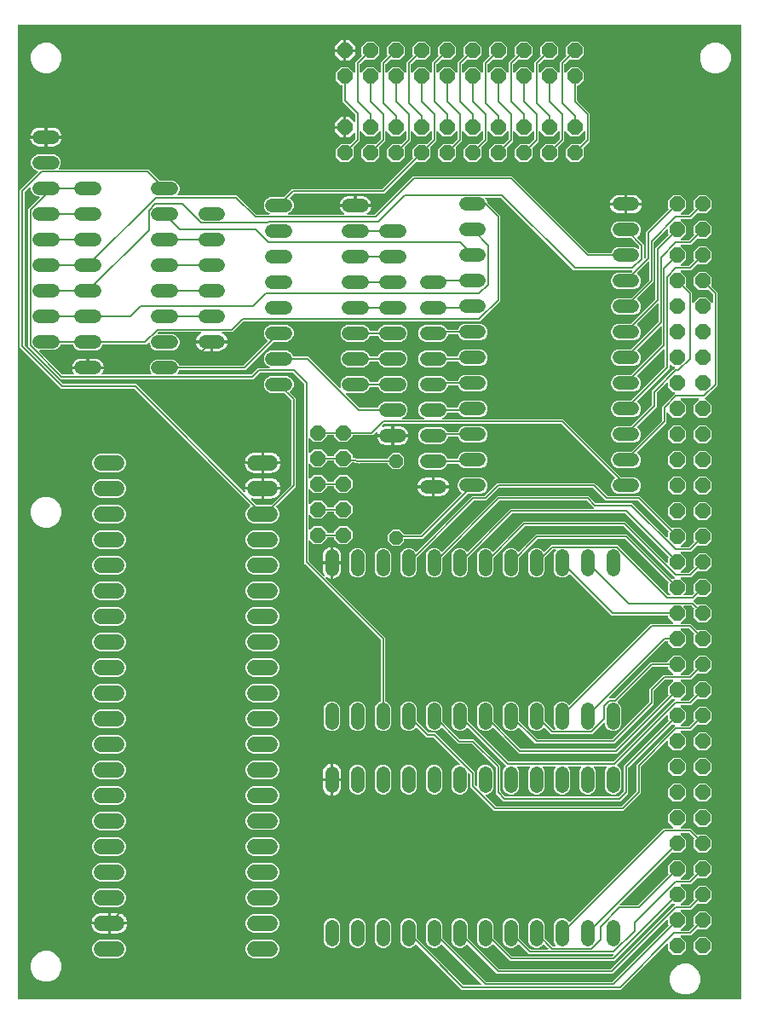
<source format=gbr>
G04 EAGLE Gerber RS-274X export*
G75*
%MOIN*%
%FSLAX34Y34*%
%LPD*%
%INTop Copper*%
%IPPOS*%
%AMOC8*
5,1,8,0,0,1.08239X$1,22.5*%
G01*
%ADD10C,0.052000*%
%ADD11P,0.064943X8X292.500000*%
%ADD12P,0.064943X8X22.500000*%
%ADD13C,0.060000*%
%ADD14P,0.064943X8X112.500000*%
%ADD15P,0.056284X8X112.500000*%
%ADD16C,0.006000*%
%ADD17C,0.006000*%

G36*
X26501Y-1099D02*
X26501Y-1099D01*
X26502Y-1099D01*
X26506Y-1098D01*
X26509Y-1098D01*
X26510Y-1097D01*
X26511Y-1097D01*
X26515Y-1095D01*
X26518Y-1093D01*
X26519Y-1092D01*
X26522Y-1089D01*
X26524Y-1086D01*
X26525Y-1085D01*
X26525Y-1084D01*
X26527Y-1081D01*
X26527Y-1079D01*
X26528Y-1077D01*
X26528Y-1076D01*
X26529Y-1075D01*
X26529Y-1070D01*
X26529Y37000D01*
X26529Y37001D01*
X26529Y37002D01*
X26528Y37006D01*
X26528Y37010D01*
X26527Y37010D01*
X26527Y37011D01*
X26525Y37015D01*
X26523Y37018D01*
X26522Y37019D01*
X26522Y37020D01*
X26519Y37022D01*
X26516Y37024D01*
X26515Y37025D01*
X26514Y37026D01*
X26511Y37027D01*
X26507Y37028D01*
X26506Y37028D01*
X26505Y37029D01*
X26500Y37029D01*
X-1750Y37029D01*
X-1751Y37029D01*
X-1752Y37029D01*
X-1756Y37028D01*
X-1759Y37028D01*
X-1760Y37027D01*
X-1761Y37027D01*
X-1765Y37025D01*
X-1768Y37023D01*
X-1769Y37022D01*
X-1772Y37019D01*
X-1774Y37016D01*
X-1775Y37015D01*
X-1775Y37014D01*
X-1777Y37011D01*
X-1778Y37008D01*
X-1778Y37006D01*
X-1779Y37005D01*
X-1779Y37000D01*
X-1779Y-1070D01*
X-1779Y-1071D01*
X-1779Y-1072D01*
X-1778Y-1076D01*
X-1778Y-1079D01*
X-1777Y-1080D01*
X-1777Y-1081D01*
X-1775Y-1085D01*
X-1773Y-1088D01*
X-1772Y-1089D01*
X-1769Y-1092D01*
X-1766Y-1094D01*
X-1765Y-1095D01*
X-1764Y-1095D01*
X-1761Y-1097D01*
X-1757Y-1098D01*
X-1756Y-1098D01*
X-1755Y-1099D01*
X-1750Y-1099D01*
X26500Y-1099D01*
X26501Y-1099D01*
G37*
%LPC*%
G36*
X12436Y9399D02*
X12436Y9399D01*
X12318Y9448D01*
X12228Y9538D01*
X12179Y9656D01*
X12179Y10304D01*
X12228Y10422D01*
X12318Y10512D01*
X12391Y10542D01*
X12395Y10545D01*
X12399Y10547D01*
X12402Y10551D01*
X12405Y10555D01*
X12407Y10559D01*
X12409Y10564D01*
X12409Y10569D01*
X12409Y12950D01*
X12409Y12954D01*
X12408Y12958D01*
X12408Y12959D01*
X12408Y12960D01*
X12406Y12963D01*
X12404Y12967D01*
X12403Y12968D01*
X12403Y12969D01*
X12401Y12971D01*
X9409Y15962D01*
X9409Y22950D01*
X9409Y22954D01*
X9408Y22958D01*
X9408Y22959D01*
X9408Y22960D01*
X9406Y22963D01*
X9404Y22967D01*
X9403Y22968D01*
X9403Y22969D01*
X9401Y22971D01*
X8971Y23401D01*
X8968Y23403D01*
X8965Y23405D01*
X8964Y23406D01*
X8963Y23406D01*
X8959Y23407D01*
X8956Y23409D01*
X8955Y23409D01*
X8954Y23409D01*
X8953Y23409D01*
X8950Y23409D01*
X7689Y23409D01*
X7685Y23409D01*
X7682Y23408D01*
X7681Y23408D01*
X7680Y23408D01*
X7676Y23406D01*
X7673Y23404D01*
X7672Y23403D01*
X7671Y23403D01*
X7669Y23401D01*
X7427Y23159D01*
X-113Y23159D01*
X-1391Y24437D01*
X-1391Y29803D01*
X-1329Y29864D01*
X-944Y30249D01*
X-942Y30252D01*
X-940Y30254D01*
X-940Y30256D01*
X-938Y30257D01*
X-938Y30260D01*
X-936Y30263D01*
X-936Y30264D01*
X-936Y30266D01*
X-936Y30269D01*
X-936Y30272D01*
X-936Y30274D01*
X-936Y30276D01*
X-937Y30279D01*
X-938Y30281D01*
X-939Y30283D01*
X-939Y30285D01*
X-941Y30287D01*
X-943Y30289D01*
X-944Y30291D01*
X-946Y30292D01*
X-948Y30294D01*
X-950Y30295D01*
X-952Y30296D01*
X-954Y30297D01*
X-957Y30298D01*
X-959Y30299D01*
X-962Y30299D01*
X-963Y30299D01*
X-964Y30299D01*
X-965Y30299D01*
X-1014Y30299D01*
X-1132Y30348D01*
X-1222Y30438D01*
X-1271Y30556D01*
X-1271Y30650D01*
X-1271Y30653D01*
X-1271Y30656D01*
X-1272Y30658D01*
X-1272Y30660D01*
X-1274Y30662D01*
X-1275Y30665D01*
X-1276Y30666D01*
X-1277Y30668D01*
X-1279Y30670D01*
X-1281Y30672D01*
X-1282Y30673D01*
X-1284Y30675D01*
X-1287Y30676D01*
X-1289Y30677D01*
X-1291Y30678D01*
X-1293Y30679D01*
X-1295Y30679D01*
X-1298Y30679D01*
X-1300Y30679D01*
X-1302Y30679D01*
X-1305Y30679D01*
X-1308Y30678D01*
X-1310Y30678D01*
X-1311Y30677D01*
X-1314Y30676D01*
X-1317Y30674D01*
X-1319Y30673D01*
X-1319Y30672D01*
X-1320Y30672D01*
X-1321Y30671D01*
X-1521Y30471D01*
X-1523Y30468D01*
X-1525Y30465D01*
X-1526Y30464D01*
X-1526Y30463D01*
X-1527Y30459D01*
X-1529Y30456D01*
X-1529Y30455D01*
X-1529Y30454D01*
X-1529Y30453D01*
X-1529Y30450D01*
X-1529Y24500D01*
X-1529Y24496D01*
X-1528Y24492D01*
X-1528Y24491D01*
X-1526Y24487D01*
X-1524Y24483D01*
X-1523Y24483D01*
X-1523Y24482D01*
X-1521Y24479D01*
X-21Y22979D01*
X-17Y22977D01*
X-14Y22975D01*
X-14Y22974D01*
X-13Y22974D01*
X-9Y22973D01*
X-5Y22971D01*
X-4Y22971D01*
X-3Y22971D01*
X0Y22971D01*
X2838Y22971D01*
X2899Y22909D01*
X7055Y18754D01*
X7057Y18752D01*
X7059Y18750D01*
X7061Y18749D01*
X7063Y18748D01*
X7065Y18747D01*
X7068Y18746D01*
X7070Y18746D01*
X7072Y18745D01*
X7074Y18745D01*
X7077Y18745D01*
X7079Y18745D01*
X7081Y18746D01*
X7084Y18747D01*
X7087Y18747D01*
X7088Y18748D01*
X7090Y18749D01*
X7092Y18751D01*
X7095Y18752D01*
X7096Y18754D01*
X7098Y18755D01*
X7099Y18757D01*
X7101Y18759D01*
X7102Y18761D01*
X7103Y18763D01*
X7103Y18766D01*
X7104Y18768D01*
X7104Y18771D01*
X7105Y18773D01*
X7104Y18775D01*
X7105Y18778D01*
X7104Y18781D01*
X7104Y18782D01*
X7103Y18782D01*
X7103Y18783D01*
X7099Y18796D01*
X7094Y18831D01*
X7731Y18831D01*
X7731Y18489D01*
X7458Y18489D01*
X7396Y18499D01*
X7383Y18503D01*
X7381Y18504D01*
X7378Y18505D01*
X7376Y18504D01*
X7374Y18505D01*
X7371Y18504D01*
X7368Y18504D01*
X7366Y18503D01*
X7364Y18503D01*
X7362Y18502D01*
X7359Y18501D01*
X7358Y18499D01*
X7356Y18498D01*
X7354Y18496D01*
X7352Y18495D01*
X7351Y18493D01*
X7350Y18491D01*
X7349Y18489D01*
X7347Y18486D01*
X7347Y18484D01*
X7346Y18483D01*
X7346Y18480D01*
X7345Y18477D01*
X7345Y18475D01*
X7345Y18473D01*
X7346Y18470D01*
X7346Y18468D01*
X7347Y18466D01*
X7347Y18464D01*
X7349Y18461D01*
X7350Y18459D01*
X7352Y18456D01*
X7353Y18456D01*
X7353Y18455D01*
X7354Y18455D01*
X7549Y18259D01*
X7552Y18257D01*
X7555Y18255D01*
X7556Y18254D01*
X7557Y18254D01*
X7561Y18253D01*
X7564Y18251D01*
X7565Y18251D01*
X7566Y18251D01*
X7567Y18251D01*
X7570Y18251D01*
X8110Y18251D01*
X8114Y18251D01*
X8118Y18252D01*
X8119Y18252D01*
X8120Y18252D01*
X8123Y18254D01*
X8127Y18256D01*
X8128Y18257D01*
X8129Y18257D01*
X8131Y18259D01*
X8901Y19029D01*
X8903Y19032D01*
X8905Y19035D01*
X8906Y19036D01*
X8906Y19037D01*
X8907Y19041D01*
X8909Y19044D01*
X8909Y19045D01*
X8909Y19046D01*
X8909Y19047D01*
X8909Y19050D01*
X8909Y22320D01*
X8909Y22324D01*
X8908Y22328D01*
X8908Y22329D01*
X8908Y22330D01*
X8906Y22333D01*
X8904Y22337D01*
X8903Y22338D01*
X8903Y22339D01*
X8901Y22341D01*
X8621Y22621D01*
X8618Y22623D01*
X8615Y22625D01*
X8614Y22626D01*
X8613Y22626D01*
X8609Y22627D01*
X8606Y22629D01*
X8605Y22629D01*
X8604Y22629D01*
X8603Y22629D01*
X8600Y22629D01*
X8096Y22629D01*
X7978Y22678D01*
X7888Y22768D01*
X7839Y22886D01*
X7839Y23014D01*
X7888Y23132D01*
X7978Y23222D01*
X8096Y23271D01*
X8744Y23271D01*
X8862Y23222D01*
X8952Y23132D01*
X9001Y23014D01*
X9001Y22886D01*
X8952Y22768D01*
X8862Y22678D01*
X8861Y22677D01*
X8860Y22677D01*
X8858Y22673D01*
X8856Y22670D01*
X8856Y22669D01*
X8855Y22668D01*
X8854Y22665D01*
X8853Y22661D01*
X8853Y22660D01*
X8853Y22659D01*
X8854Y22655D01*
X8854Y22652D01*
X8854Y22651D01*
X8854Y22650D01*
X8856Y22646D01*
X8857Y22643D01*
X8858Y22642D01*
X8858Y22641D01*
X8862Y22637D01*
X9029Y22469D01*
X9091Y22408D01*
X9091Y18962D01*
X8330Y18202D01*
X8329Y18201D01*
X8329Y18200D01*
X8327Y18197D01*
X8324Y18194D01*
X8324Y18193D01*
X8324Y18192D01*
X8323Y18188D01*
X8322Y18185D01*
X8322Y18184D01*
X8321Y18183D01*
X8322Y18179D01*
X8322Y18175D01*
X8322Y18174D01*
X8322Y18173D01*
X8324Y18170D01*
X8325Y18166D01*
X8326Y18165D01*
X8326Y18164D01*
X8330Y18160D01*
X8396Y18094D01*
X8451Y17962D01*
X8451Y17818D01*
X8396Y17686D01*
X8294Y17584D01*
X8162Y17529D01*
X7418Y17529D01*
X7286Y17584D01*
X7184Y17686D01*
X7129Y17818D01*
X7129Y17962D01*
X7184Y18094D01*
X7286Y18196D01*
X7295Y18200D01*
X7297Y18201D01*
X7298Y18201D01*
X7301Y18203D01*
X7303Y18205D01*
X7304Y18206D01*
X7306Y18208D01*
X7307Y18210D01*
X7309Y18212D01*
X7310Y18214D01*
X7311Y18216D01*
X7311Y18218D01*
X7312Y18221D01*
X7312Y18223D01*
X7313Y18225D01*
X7313Y18228D01*
X7313Y18231D01*
X7312Y18233D01*
X7312Y18235D01*
X7311Y18237D01*
X7310Y18240D01*
X7309Y18241D01*
X7308Y18243D01*
X7304Y18247D01*
X2771Y22781D01*
X2768Y22783D01*
X2765Y22785D01*
X2764Y22786D01*
X2763Y22786D01*
X2759Y22787D01*
X2756Y22789D01*
X2755Y22789D01*
X2754Y22789D01*
X2753Y22789D01*
X2750Y22789D01*
X-87Y22789D01*
X-149Y22851D01*
X-1649Y24351D01*
X-1711Y24413D01*
X-1711Y30538D01*
X-999Y31249D01*
X-998Y31251D01*
X-996Y31252D01*
X-995Y31255D01*
X-993Y31257D01*
X-993Y31259D01*
X-992Y31261D01*
X-991Y31264D01*
X-991Y31266D01*
X-991Y31268D01*
X-990Y31270D01*
X-991Y31273D01*
X-991Y31276D01*
X-992Y31278D01*
X-992Y31280D01*
X-993Y31282D01*
X-994Y31285D01*
X-996Y31286D01*
X-997Y31288D01*
X-999Y31290D01*
X-1001Y31292D01*
X-1002Y31293D01*
X-1004Y31295D01*
X-1008Y31297D01*
X-1132Y31348D01*
X-1222Y31438D01*
X-1271Y31556D01*
X-1271Y31684D01*
X-1222Y31802D01*
X-1132Y31892D01*
X-1014Y31941D01*
X-366Y31941D01*
X-248Y31892D01*
X-158Y31802D01*
X-109Y31684D01*
X-109Y31556D01*
X-158Y31438D01*
X-186Y31411D01*
X-187Y31408D01*
X-189Y31406D01*
X-190Y31404D01*
X-191Y31403D01*
X-192Y31400D01*
X-193Y31397D01*
X-193Y31396D01*
X-194Y31394D01*
X-194Y31391D01*
X-194Y31388D01*
X-194Y31386D01*
X-194Y31384D01*
X-193Y31381D01*
X-192Y31379D01*
X-191Y31377D01*
X-190Y31375D01*
X-188Y31373D01*
X-187Y31371D01*
X-185Y31369D01*
X-184Y31368D01*
X-182Y31366D01*
X-179Y31365D01*
X-178Y31364D01*
X-176Y31363D01*
X-173Y31362D01*
X-170Y31361D01*
X-167Y31361D01*
X-166Y31361D01*
X-165Y31361D01*
X3318Y31361D01*
X3379Y31299D01*
X3749Y30929D01*
X3752Y30927D01*
X3755Y30925D01*
X3756Y30924D01*
X3757Y30924D01*
X3761Y30923D01*
X3764Y30921D01*
X3765Y30921D01*
X3766Y30921D01*
X3767Y30921D01*
X3770Y30921D01*
X4274Y30921D01*
X4392Y30872D01*
X4482Y30782D01*
X4531Y30664D01*
X4531Y30536D01*
X4482Y30418D01*
X4454Y30391D01*
X4453Y30388D01*
X4451Y30386D01*
X4450Y30384D01*
X4449Y30383D01*
X4448Y30380D01*
X4447Y30377D01*
X4447Y30376D01*
X4446Y30374D01*
X4446Y30371D01*
X4446Y30368D01*
X4446Y30366D01*
X4446Y30364D01*
X4447Y30361D01*
X4448Y30359D01*
X4449Y30357D01*
X4450Y30355D01*
X4452Y30353D01*
X4453Y30351D01*
X4455Y30349D01*
X4456Y30348D01*
X4458Y30346D01*
X4461Y30345D01*
X4462Y30344D01*
X4464Y30343D01*
X4467Y30342D01*
X4470Y30341D01*
X4473Y30341D01*
X4474Y30341D01*
X4475Y30341D01*
X6788Y30341D01*
X7529Y29599D01*
X7532Y29597D01*
X7535Y29595D01*
X7536Y29594D01*
X7537Y29594D01*
X7541Y29593D01*
X7544Y29591D01*
X7545Y29591D01*
X7546Y29591D01*
X7547Y29591D01*
X7550Y29591D01*
X8042Y29591D01*
X8046Y29591D01*
X8050Y29592D01*
X8051Y29592D01*
X8052Y29592D01*
X8055Y29594D01*
X8058Y29596D01*
X8059Y29596D01*
X8060Y29597D01*
X8063Y29600D01*
X8065Y29602D01*
X8066Y29603D01*
X8066Y29604D01*
X8068Y29607D01*
X8070Y29611D01*
X8070Y29612D01*
X8070Y29613D01*
X8071Y29616D01*
X8071Y29620D01*
X8071Y29621D01*
X8071Y29622D01*
X8070Y29626D01*
X8070Y29630D01*
X8069Y29630D01*
X8069Y29631D01*
X8067Y29635D01*
X8065Y29638D01*
X8064Y29639D01*
X8061Y29642D01*
X8058Y29645D01*
X8057Y29645D01*
X8056Y29645D01*
X8056Y29646D01*
X8053Y29647D01*
X7978Y29678D01*
X7888Y29768D01*
X7839Y29886D01*
X7839Y30014D01*
X7888Y30132D01*
X7978Y30222D01*
X8096Y30271D01*
X8600Y30271D01*
X8604Y30271D01*
X8608Y30272D01*
X8609Y30272D01*
X8610Y30272D01*
X8613Y30274D01*
X8617Y30276D01*
X8618Y30277D01*
X8619Y30277D01*
X8621Y30279D01*
X8932Y30591D01*
X12450Y30591D01*
X12454Y30591D01*
X12458Y30592D01*
X12459Y30592D01*
X12460Y30592D01*
X12463Y30594D01*
X12467Y30596D01*
X12468Y30597D01*
X12469Y30597D01*
X12471Y30599D01*
X13660Y31788D01*
X13661Y31789D01*
X13661Y31790D01*
X13663Y31793D01*
X13666Y31796D01*
X13666Y31797D01*
X13666Y31798D01*
X13667Y31802D01*
X13668Y31805D01*
X13668Y31806D01*
X13669Y31807D01*
X13668Y31811D01*
X13668Y31815D01*
X13668Y31816D01*
X13668Y31817D01*
X13666Y31820D01*
X13665Y31824D01*
X13664Y31825D01*
X13664Y31826D01*
X13660Y31830D01*
X13639Y31851D01*
X13639Y32149D01*
X13851Y32361D01*
X14149Y32361D01*
X14170Y32340D01*
X14171Y32339D01*
X14172Y32339D01*
X14175Y32337D01*
X14178Y32334D01*
X14179Y32334D01*
X14180Y32334D01*
X14184Y32333D01*
X14187Y32332D01*
X14188Y32332D01*
X14189Y32331D01*
X14193Y32332D01*
X14197Y32332D01*
X14198Y32332D01*
X14199Y32332D01*
X14202Y32334D01*
X14206Y32335D01*
X14206Y32336D01*
X14207Y32336D01*
X14212Y32340D01*
X14401Y32529D01*
X14403Y32532D01*
X14405Y32535D01*
X14406Y32536D01*
X14406Y32537D01*
X14407Y32541D01*
X14409Y32544D01*
X14409Y32545D01*
X14409Y32546D01*
X14409Y32547D01*
X14409Y32550D01*
X14409Y32828D01*
X14409Y32831D01*
X14409Y32834D01*
X14408Y32836D01*
X14408Y32838D01*
X14406Y32840D01*
X14405Y32843D01*
X14404Y32845D01*
X14403Y32846D01*
X14401Y32848D01*
X14399Y32851D01*
X14398Y32852D01*
X14396Y32853D01*
X14393Y32854D01*
X14391Y32856D01*
X14389Y32856D01*
X14387Y32857D01*
X14385Y32857D01*
X14382Y32858D01*
X14380Y32857D01*
X14378Y32858D01*
X14375Y32857D01*
X14372Y32857D01*
X14370Y32856D01*
X14369Y32855D01*
X14366Y32854D01*
X14363Y32853D01*
X14361Y32851D01*
X14361Y32850D01*
X14360Y32850D01*
X14359Y32849D01*
X14149Y32639D01*
X13851Y32639D01*
X13641Y32849D01*
X13638Y32851D01*
X13636Y32853D01*
X13634Y32854D01*
X13633Y32855D01*
X13630Y32856D01*
X13627Y32857D01*
X13626Y32857D01*
X13624Y32857D01*
X13621Y32857D01*
X13618Y32858D01*
X13616Y32857D01*
X13614Y32857D01*
X13611Y32856D01*
X13609Y32855D01*
X13607Y32854D01*
X13605Y32854D01*
X13603Y32852D01*
X13601Y32850D01*
X13599Y32849D01*
X13598Y32848D01*
X13596Y32845D01*
X13595Y32843D01*
X13594Y32841D01*
X13593Y32839D01*
X13592Y32837D01*
X13591Y32834D01*
X13591Y32831D01*
X13591Y32830D01*
X13591Y32828D01*
X13591Y32462D01*
X13529Y32401D01*
X13340Y32212D01*
X13339Y32211D01*
X13339Y32210D01*
X13337Y32207D01*
X13334Y32204D01*
X13334Y32203D01*
X13334Y32202D01*
X13333Y32198D01*
X13332Y32195D01*
X13332Y32194D01*
X13331Y32193D01*
X13332Y32189D01*
X13332Y32185D01*
X13332Y32184D01*
X13332Y32183D01*
X13334Y32180D01*
X13335Y32176D01*
X13336Y32175D01*
X13336Y32174D01*
X13340Y32170D01*
X13361Y32149D01*
X13361Y31851D01*
X13149Y31639D01*
X12851Y31639D01*
X12639Y31851D01*
X12639Y32149D01*
X12851Y32361D01*
X13149Y32361D01*
X13170Y32340D01*
X13171Y32339D01*
X13172Y32339D01*
X13175Y32337D01*
X13178Y32334D01*
X13179Y32334D01*
X13180Y32334D01*
X13184Y32333D01*
X13187Y32332D01*
X13188Y32332D01*
X13189Y32331D01*
X13193Y32332D01*
X13197Y32332D01*
X13198Y32332D01*
X13199Y32332D01*
X13202Y32334D01*
X13206Y32335D01*
X13206Y32336D01*
X13207Y32336D01*
X13212Y32340D01*
X13401Y32529D01*
X13403Y32532D01*
X13405Y32535D01*
X13406Y32536D01*
X13406Y32537D01*
X13407Y32541D01*
X13409Y32544D01*
X13409Y32545D01*
X13409Y32546D01*
X13409Y32547D01*
X13409Y32550D01*
X13409Y32828D01*
X13409Y32831D01*
X13409Y32834D01*
X13408Y32836D01*
X13408Y32838D01*
X13406Y32840D01*
X13405Y32843D01*
X13404Y32845D01*
X13403Y32846D01*
X13401Y32848D01*
X13399Y32851D01*
X13398Y32852D01*
X13396Y32853D01*
X13393Y32854D01*
X13391Y32856D01*
X13389Y32856D01*
X13387Y32857D01*
X13385Y32857D01*
X13382Y32858D01*
X13380Y32857D01*
X13378Y32858D01*
X13375Y32857D01*
X13372Y32857D01*
X13370Y32856D01*
X13369Y32855D01*
X13366Y32854D01*
X13363Y32853D01*
X13361Y32851D01*
X13361Y32850D01*
X13360Y32850D01*
X13359Y32849D01*
X13149Y32639D01*
X12851Y32639D01*
X12641Y32849D01*
X12638Y32851D01*
X12636Y32853D01*
X12634Y32854D01*
X12633Y32855D01*
X12630Y32856D01*
X12627Y32857D01*
X12626Y32857D01*
X12624Y32857D01*
X12621Y32857D01*
X12618Y32858D01*
X12616Y32857D01*
X12614Y32857D01*
X12611Y32856D01*
X12609Y32855D01*
X12607Y32854D01*
X12605Y32854D01*
X12603Y32852D01*
X12601Y32850D01*
X12599Y32849D01*
X12598Y32848D01*
X12596Y32845D01*
X12595Y32843D01*
X12594Y32841D01*
X12593Y32839D01*
X12592Y32837D01*
X12591Y32834D01*
X12591Y32831D01*
X12591Y32830D01*
X12591Y32828D01*
X12591Y32462D01*
X12529Y32401D01*
X12340Y32212D01*
X12339Y32211D01*
X12339Y32210D01*
X12337Y32207D01*
X12334Y32204D01*
X12334Y32203D01*
X12334Y32202D01*
X12333Y32198D01*
X12332Y32195D01*
X12332Y32194D01*
X12331Y32193D01*
X12332Y32189D01*
X12332Y32185D01*
X12332Y32184D01*
X12332Y32183D01*
X12334Y32180D01*
X12335Y32176D01*
X12336Y32175D01*
X12336Y32174D01*
X12340Y32170D01*
X12361Y32149D01*
X12361Y31851D01*
X12149Y31639D01*
X11851Y31639D01*
X11639Y31851D01*
X11639Y32149D01*
X11851Y32361D01*
X12149Y32361D01*
X12170Y32340D01*
X12171Y32339D01*
X12172Y32339D01*
X12175Y32337D01*
X12178Y32334D01*
X12179Y32334D01*
X12180Y32334D01*
X12184Y32333D01*
X12187Y32332D01*
X12188Y32332D01*
X12189Y32331D01*
X12193Y32332D01*
X12197Y32332D01*
X12198Y32332D01*
X12199Y32332D01*
X12202Y32334D01*
X12206Y32335D01*
X12206Y32336D01*
X12207Y32336D01*
X12212Y32340D01*
X12401Y32529D01*
X12403Y32532D01*
X12405Y32535D01*
X12406Y32536D01*
X12406Y32537D01*
X12407Y32541D01*
X12409Y32544D01*
X12409Y32545D01*
X12409Y32546D01*
X12409Y32547D01*
X12409Y32550D01*
X12409Y32828D01*
X12409Y32831D01*
X12409Y32834D01*
X12408Y32836D01*
X12408Y32838D01*
X12406Y32840D01*
X12405Y32843D01*
X12404Y32845D01*
X12403Y32846D01*
X12401Y32848D01*
X12399Y32851D01*
X12398Y32852D01*
X12396Y32853D01*
X12393Y32854D01*
X12391Y32856D01*
X12389Y32856D01*
X12387Y32857D01*
X12385Y32857D01*
X12382Y32858D01*
X12380Y32857D01*
X12378Y32858D01*
X12375Y32857D01*
X12372Y32857D01*
X12370Y32856D01*
X12369Y32855D01*
X12366Y32854D01*
X12363Y32853D01*
X12361Y32851D01*
X12361Y32850D01*
X12360Y32850D01*
X12359Y32849D01*
X12149Y32639D01*
X11851Y32639D01*
X11641Y32849D01*
X11638Y32851D01*
X11636Y32853D01*
X11634Y32854D01*
X11633Y32855D01*
X11630Y32856D01*
X11627Y32857D01*
X11626Y32857D01*
X11624Y32857D01*
X11621Y32857D01*
X11618Y32858D01*
X11616Y32857D01*
X11614Y32857D01*
X11611Y32856D01*
X11609Y32855D01*
X11607Y32854D01*
X11605Y32854D01*
X11603Y32852D01*
X11601Y32850D01*
X11599Y32849D01*
X11598Y32848D01*
X11596Y32845D01*
X11595Y32843D01*
X11594Y32841D01*
X11593Y32839D01*
X11592Y32837D01*
X11591Y32834D01*
X11591Y32831D01*
X11591Y32830D01*
X11591Y32828D01*
X11591Y32462D01*
X11529Y32401D01*
X11340Y32212D01*
X11339Y32211D01*
X11339Y32210D01*
X11337Y32207D01*
X11334Y32204D01*
X11334Y32203D01*
X11334Y32202D01*
X11333Y32198D01*
X11332Y32195D01*
X11332Y32194D01*
X11331Y32193D01*
X11332Y32189D01*
X11332Y32185D01*
X11332Y32184D01*
X11332Y32183D01*
X11334Y32180D01*
X11335Y32176D01*
X11336Y32175D01*
X11336Y32174D01*
X11340Y32170D01*
X11361Y32149D01*
X11361Y31851D01*
X11149Y31639D01*
X10851Y31639D01*
X10639Y31851D01*
X10639Y32149D01*
X10851Y32361D01*
X11149Y32361D01*
X11170Y32340D01*
X11171Y32339D01*
X11172Y32339D01*
X11175Y32337D01*
X11178Y32334D01*
X11179Y32334D01*
X11180Y32334D01*
X11184Y32333D01*
X11187Y32332D01*
X11188Y32332D01*
X11189Y32331D01*
X11193Y32332D01*
X11197Y32332D01*
X11198Y32332D01*
X11199Y32332D01*
X11202Y32334D01*
X11206Y32335D01*
X11206Y32336D01*
X11207Y32336D01*
X11212Y32340D01*
X11401Y32529D01*
X11403Y32532D01*
X11405Y32535D01*
X11406Y32536D01*
X11406Y32537D01*
X11407Y32541D01*
X11409Y32544D01*
X11409Y32545D01*
X11409Y32546D01*
X11409Y32547D01*
X11409Y32550D01*
X11409Y32772D01*
X11409Y32773D01*
X11409Y32774D01*
X11409Y32776D01*
X11409Y32778D01*
X11408Y32779D01*
X11408Y32781D01*
X11407Y32782D01*
X11407Y32783D01*
X11406Y32784D01*
X11405Y32787D01*
X11404Y32788D01*
X11403Y32790D01*
X11402Y32791D01*
X11401Y32792D01*
X11399Y32794D01*
X11398Y32795D01*
X11396Y32796D01*
X11395Y32797D01*
X11394Y32797D01*
X11393Y32798D01*
X11391Y32799D01*
X11389Y32799D01*
X11387Y32800D01*
X11386Y32800D01*
X11385Y32800D01*
X11384Y32801D01*
X11382Y32801D01*
X11380Y32801D01*
X11379Y32801D01*
X11378Y32801D01*
X11375Y32800D01*
X11372Y32800D01*
X11371Y32800D01*
X11370Y32799D01*
X11369Y32799D01*
X11366Y32797D01*
X11363Y32796D01*
X11362Y32795D01*
X11362Y32794D01*
X11361Y32794D01*
X11360Y32793D01*
X11359Y32793D01*
X11166Y32599D01*
X11059Y32599D01*
X11059Y32970D01*
X11059Y32971D01*
X11059Y32972D01*
X11058Y32976D01*
X11058Y32979D01*
X11057Y32980D01*
X11057Y32981D01*
X11055Y32985D01*
X11053Y32988D01*
X11052Y32989D01*
X11049Y32992D01*
X11046Y32994D01*
X11045Y32995D01*
X11044Y32995D01*
X11041Y32997D01*
X11037Y32998D01*
X11036Y32998D01*
X11035Y32999D01*
X11030Y32999D01*
X10999Y32999D01*
X10999Y33001D01*
X11030Y33001D01*
X11031Y33001D01*
X11032Y33001D01*
X11036Y33002D01*
X11039Y33002D01*
X11040Y33003D01*
X11041Y33003D01*
X11045Y33005D01*
X11048Y33007D01*
X11049Y33008D01*
X11052Y33011D01*
X11054Y33014D01*
X11055Y33015D01*
X11055Y33016D01*
X11057Y33019D01*
X11058Y33023D01*
X11058Y33024D01*
X11059Y33025D01*
X11059Y33030D01*
X11059Y33401D01*
X11166Y33401D01*
X11359Y33207D01*
X11362Y33206D01*
X11364Y33204D01*
X11366Y33203D01*
X11367Y33202D01*
X11370Y33201D01*
X11373Y33200D01*
X11374Y33200D01*
X11376Y33199D01*
X11379Y33199D01*
X11382Y33199D01*
X11384Y33199D01*
X11386Y33199D01*
X11389Y33200D01*
X11391Y33201D01*
X11393Y33202D01*
X11395Y33203D01*
X11397Y33205D01*
X11399Y33206D01*
X11401Y33208D01*
X11402Y33209D01*
X11404Y33211D01*
X11405Y33214D01*
X11406Y33216D01*
X11407Y33217D01*
X11408Y33220D01*
X11409Y33223D01*
X11409Y33226D01*
X11409Y33227D01*
X11409Y33228D01*
X11409Y33502D01*
X11409Y33506D01*
X11408Y33510D01*
X11408Y33511D01*
X11406Y33515D01*
X11404Y33518D01*
X11403Y33519D01*
X11403Y33520D01*
X11401Y33523D01*
X10909Y34014D01*
X10909Y34610D01*
X10909Y34611D01*
X10909Y34612D01*
X10908Y34616D01*
X10908Y34619D01*
X10907Y34620D01*
X10907Y34621D01*
X10905Y34625D01*
X10903Y34628D01*
X10902Y34629D01*
X10899Y34632D01*
X10896Y34634D01*
X10895Y34635D01*
X10894Y34635D01*
X10891Y34637D01*
X10887Y34638D01*
X10886Y34638D01*
X10885Y34639D01*
X10880Y34639D01*
X10851Y34639D01*
X10639Y34851D01*
X10639Y35149D01*
X10851Y35361D01*
X11149Y35361D01*
X11359Y35151D01*
X11362Y35149D01*
X11364Y35147D01*
X11366Y35146D01*
X11367Y35145D01*
X11370Y35144D01*
X11373Y35143D01*
X11374Y35143D01*
X11376Y35143D01*
X11379Y35143D01*
X11382Y35142D01*
X11384Y35143D01*
X11386Y35143D01*
X11389Y35144D01*
X11391Y35145D01*
X11393Y35146D01*
X11395Y35146D01*
X11397Y35148D01*
X11399Y35150D01*
X11401Y35151D01*
X11402Y35152D01*
X11404Y35155D01*
X11405Y35157D01*
X11406Y35159D01*
X11407Y35161D01*
X11408Y35163D01*
X11409Y35166D01*
X11409Y35169D01*
X11409Y35170D01*
X11409Y35172D01*
X11409Y35538D01*
X11660Y35788D01*
X11661Y35789D01*
X11661Y35790D01*
X11663Y35793D01*
X11666Y35796D01*
X11666Y35797D01*
X11666Y35798D01*
X11667Y35802D01*
X11668Y35805D01*
X11668Y35806D01*
X11669Y35807D01*
X11668Y35811D01*
X11668Y35815D01*
X11668Y35816D01*
X11668Y35817D01*
X11666Y35820D01*
X11665Y35824D01*
X11664Y35825D01*
X11664Y35826D01*
X11660Y35830D01*
X11639Y35851D01*
X11639Y36149D01*
X11851Y36361D01*
X12149Y36361D01*
X12361Y36149D01*
X12361Y35851D01*
X12149Y35639D01*
X11851Y35639D01*
X11830Y35660D01*
X11829Y35661D01*
X11828Y35661D01*
X11825Y35663D01*
X11822Y35666D01*
X11821Y35666D01*
X11820Y35666D01*
X11816Y35667D01*
X11813Y35668D01*
X11812Y35668D01*
X11811Y35669D01*
X11807Y35668D01*
X11803Y35668D01*
X11802Y35668D01*
X11801Y35668D01*
X11798Y35666D01*
X11794Y35665D01*
X11794Y35664D01*
X11793Y35664D01*
X11788Y35660D01*
X11599Y35471D01*
X11597Y35468D01*
X11595Y35465D01*
X11594Y35464D01*
X11594Y35463D01*
X11593Y35459D01*
X11591Y35456D01*
X11591Y35455D01*
X11591Y35454D01*
X11591Y35453D01*
X11591Y35450D01*
X11591Y35172D01*
X11591Y35169D01*
X11591Y35166D01*
X11592Y35164D01*
X11592Y35162D01*
X11594Y35160D01*
X11595Y35157D01*
X11596Y35155D01*
X11597Y35154D01*
X11599Y35152D01*
X11601Y35149D01*
X11602Y35148D01*
X11604Y35147D01*
X11607Y35146D01*
X11609Y35144D01*
X11611Y35144D01*
X11613Y35143D01*
X11615Y35143D01*
X11618Y35142D01*
X11620Y35143D01*
X11622Y35142D01*
X11625Y35143D01*
X11628Y35143D01*
X11630Y35144D01*
X11631Y35145D01*
X11634Y35146D01*
X11637Y35147D01*
X11639Y35149D01*
X11639Y35150D01*
X11640Y35150D01*
X11641Y35151D01*
X11851Y35361D01*
X12149Y35361D01*
X12359Y35151D01*
X12362Y35149D01*
X12364Y35147D01*
X12366Y35146D01*
X12367Y35145D01*
X12370Y35144D01*
X12373Y35143D01*
X12374Y35143D01*
X12376Y35143D01*
X12379Y35143D01*
X12382Y35142D01*
X12384Y35143D01*
X12386Y35143D01*
X12389Y35144D01*
X12391Y35145D01*
X12393Y35146D01*
X12395Y35146D01*
X12397Y35148D01*
X12399Y35150D01*
X12401Y35151D01*
X12402Y35152D01*
X12404Y35155D01*
X12405Y35157D01*
X12406Y35159D01*
X12407Y35161D01*
X12408Y35163D01*
X12409Y35166D01*
X12409Y35169D01*
X12409Y35170D01*
X12409Y35172D01*
X12409Y35538D01*
X12660Y35788D01*
X12661Y35789D01*
X12661Y35790D01*
X12663Y35793D01*
X12666Y35796D01*
X12666Y35797D01*
X12666Y35798D01*
X12667Y35802D01*
X12668Y35805D01*
X12668Y35806D01*
X12669Y35807D01*
X12668Y35811D01*
X12668Y35815D01*
X12668Y35816D01*
X12668Y35817D01*
X12666Y35820D01*
X12665Y35824D01*
X12664Y35825D01*
X12664Y35826D01*
X12660Y35830D01*
X12639Y35851D01*
X12639Y36149D01*
X12851Y36361D01*
X13149Y36361D01*
X13361Y36149D01*
X13361Y35851D01*
X13149Y35639D01*
X12851Y35639D01*
X12830Y35660D01*
X12829Y35661D01*
X12828Y35661D01*
X12825Y35663D01*
X12822Y35666D01*
X12821Y35666D01*
X12820Y35666D01*
X12816Y35667D01*
X12813Y35668D01*
X12812Y35668D01*
X12811Y35669D01*
X12807Y35668D01*
X12803Y35668D01*
X12802Y35668D01*
X12801Y35668D01*
X12798Y35666D01*
X12794Y35665D01*
X12794Y35664D01*
X12793Y35664D01*
X12788Y35660D01*
X12599Y35471D01*
X12597Y35468D01*
X12595Y35465D01*
X12594Y35464D01*
X12594Y35463D01*
X12593Y35459D01*
X12591Y35456D01*
X12591Y35455D01*
X12591Y35454D01*
X12591Y35453D01*
X12591Y35450D01*
X12591Y35172D01*
X12591Y35169D01*
X12591Y35166D01*
X12592Y35164D01*
X12592Y35162D01*
X12594Y35160D01*
X12595Y35157D01*
X12596Y35155D01*
X12597Y35154D01*
X12599Y35152D01*
X12601Y35149D01*
X12602Y35148D01*
X12604Y35147D01*
X12607Y35146D01*
X12609Y35144D01*
X12611Y35144D01*
X12613Y35143D01*
X12615Y35143D01*
X12618Y35142D01*
X12620Y35143D01*
X12622Y35142D01*
X12625Y35143D01*
X12628Y35143D01*
X12630Y35144D01*
X12631Y35145D01*
X12634Y35146D01*
X12637Y35147D01*
X12639Y35149D01*
X12639Y35150D01*
X12640Y35150D01*
X12641Y35151D01*
X12851Y35361D01*
X13149Y35361D01*
X13359Y35151D01*
X13362Y35149D01*
X13364Y35147D01*
X13366Y35146D01*
X13367Y35145D01*
X13370Y35144D01*
X13373Y35143D01*
X13374Y35143D01*
X13376Y35143D01*
X13379Y35143D01*
X13382Y35142D01*
X13384Y35143D01*
X13386Y35143D01*
X13389Y35144D01*
X13391Y35145D01*
X13393Y35146D01*
X13395Y35146D01*
X13397Y35148D01*
X13399Y35150D01*
X13401Y35151D01*
X13402Y35152D01*
X13404Y35155D01*
X13405Y35157D01*
X13406Y35159D01*
X13407Y35161D01*
X13408Y35163D01*
X13409Y35166D01*
X13409Y35169D01*
X13409Y35170D01*
X13409Y35172D01*
X13409Y35538D01*
X13471Y35599D01*
X13660Y35788D01*
X13661Y35789D01*
X13661Y35790D01*
X13663Y35793D01*
X13666Y35796D01*
X13666Y35797D01*
X13666Y35798D01*
X13667Y35802D01*
X13668Y35805D01*
X13668Y35806D01*
X13669Y35807D01*
X13668Y35811D01*
X13668Y35815D01*
X13668Y35816D01*
X13668Y35817D01*
X13666Y35820D01*
X13665Y35824D01*
X13664Y35825D01*
X13664Y35826D01*
X13660Y35830D01*
X13639Y35851D01*
X13639Y36149D01*
X13851Y36361D01*
X14149Y36361D01*
X14361Y36149D01*
X14361Y35851D01*
X14149Y35639D01*
X13851Y35639D01*
X13830Y35660D01*
X13829Y35661D01*
X13828Y35661D01*
X13825Y35663D01*
X13822Y35666D01*
X13821Y35666D01*
X13820Y35666D01*
X13816Y35667D01*
X13813Y35668D01*
X13812Y35668D01*
X13811Y35669D01*
X13807Y35668D01*
X13803Y35668D01*
X13802Y35668D01*
X13801Y35668D01*
X13798Y35666D01*
X13794Y35665D01*
X13794Y35664D01*
X13793Y35664D01*
X13788Y35660D01*
X13599Y35471D01*
X13597Y35468D01*
X13595Y35465D01*
X13594Y35464D01*
X13594Y35463D01*
X13593Y35459D01*
X13591Y35456D01*
X13591Y35455D01*
X13591Y35454D01*
X13591Y35453D01*
X13591Y35450D01*
X13591Y35172D01*
X13591Y35169D01*
X13591Y35166D01*
X13592Y35164D01*
X13592Y35162D01*
X13594Y35160D01*
X13595Y35157D01*
X13596Y35155D01*
X13597Y35154D01*
X13599Y35152D01*
X13601Y35149D01*
X13602Y35148D01*
X13604Y35147D01*
X13607Y35146D01*
X13609Y35144D01*
X13611Y35144D01*
X13613Y35143D01*
X13615Y35143D01*
X13618Y35142D01*
X13620Y35143D01*
X13622Y35142D01*
X13625Y35143D01*
X13628Y35143D01*
X13630Y35144D01*
X13631Y35145D01*
X13634Y35146D01*
X13637Y35147D01*
X13639Y35149D01*
X13639Y35150D01*
X13640Y35150D01*
X13641Y35151D01*
X13851Y35361D01*
X14149Y35361D01*
X14359Y35151D01*
X14362Y35149D01*
X14364Y35147D01*
X14366Y35146D01*
X14367Y35145D01*
X14370Y35144D01*
X14373Y35143D01*
X14374Y35143D01*
X14376Y35143D01*
X14379Y35143D01*
X14382Y35142D01*
X14384Y35143D01*
X14386Y35143D01*
X14389Y35144D01*
X14391Y35145D01*
X14393Y35146D01*
X14395Y35146D01*
X14397Y35148D01*
X14399Y35150D01*
X14401Y35151D01*
X14402Y35152D01*
X14404Y35155D01*
X14405Y35157D01*
X14406Y35159D01*
X14407Y35161D01*
X14408Y35163D01*
X14409Y35166D01*
X14409Y35169D01*
X14409Y35170D01*
X14409Y35172D01*
X14409Y35538D01*
X14471Y35599D01*
X14660Y35788D01*
X14661Y35789D01*
X14661Y35790D01*
X14663Y35793D01*
X14666Y35796D01*
X14666Y35797D01*
X14666Y35798D01*
X14667Y35802D01*
X14668Y35805D01*
X14668Y35806D01*
X14669Y35807D01*
X14668Y35811D01*
X14668Y35815D01*
X14668Y35816D01*
X14668Y35817D01*
X14666Y35820D01*
X14665Y35824D01*
X14664Y35825D01*
X14664Y35826D01*
X14660Y35830D01*
X14639Y35851D01*
X14639Y36149D01*
X14851Y36361D01*
X15149Y36361D01*
X15361Y36149D01*
X15361Y35851D01*
X15149Y35639D01*
X14851Y35639D01*
X14830Y35660D01*
X14829Y35661D01*
X14828Y35661D01*
X14825Y35663D01*
X14822Y35666D01*
X14821Y35666D01*
X14820Y35666D01*
X14816Y35667D01*
X14813Y35668D01*
X14812Y35668D01*
X14811Y35669D01*
X14807Y35668D01*
X14803Y35668D01*
X14802Y35668D01*
X14801Y35668D01*
X14798Y35666D01*
X14794Y35665D01*
X14794Y35664D01*
X14793Y35664D01*
X14788Y35660D01*
X14599Y35471D01*
X14597Y35468D01*
X14595Y35465D01*
X14594Y35464D01*
X14594Y35463D01*
X14593Y35459D01*
X14591Y35456D01*
X14591Y35455D01*
X14591Y35454D01*
X14591Y35453D01*
X14591Y35450D01*
X14591Y35172D01*
X14591Y35169D01*
X14591Y35166D01*
X14592Y35164D01*
X14592Y35162D01*
X14594Y35160D01*
X14595Y35157D01*
X14596Y35155D01*
X14597Y35154D01*
X14599Y35152D01*
X14601Y35149D01*
X14602Y35148D01*
X14604Y35147D01*
X14607Y35146D01*
X14609Y35144D01*
X14611Y35144D01*
X14613Y35143D01*
X14615Y35143D01*
X14618Y35142D01*
X14620Y35143D01*
X14622Y35142D01*
X14625Y35143D01*
X14628Y35143D01*
X14630Y35144D01*
X14631Y35145D01*
X14634Y35146D01*
X14637Y35147D01*
X14639Y35149D01*
X14639Y35150D01*
X14640Y35150D01*
X14641Y35151D01*
X14851Y35361D01*
X15149Y35361D01*
X15359Y35151D01*
X15362Y35149D01*
X15364Y35147D01*
X15366Y35146D01*
X15367Y35145D01*
X15370Y35144D01*
X15373Y35143D01*
X15374Y35143D01*
X15376Y35143D01*
X15379Y35143D01*
X15382Y35142D01*
X15384Y35143D01*
X15386Y35143D01*
X15389Y35144D01*
X15391Y35145D01*
X15393Y35146D01*
X15395Y35146D01*
X15397Y35148D01*
X15399Y35150D01*
X15401Y35151D01*
X15402Y35152D01*
X15404Y35155D01*
X15405Y35157D01*
X15406Y35159D01*
X15407Y35161D01*
X15408Y35163D01*
X15409Y35166D01*
X15409Y35169D01*
X15409Y35170D01*
X15409Y35172D01*
X15409Y35538D01*
X15471Y35599D01*
X15660Y35788D01*
X15661Y35789D01*
X15661Y35790D01*
X15663Y35793D01*
X15666Y35796D01*
X15666Y35797D01*
X15666Y35798D01*
X15667Y35802D01*
X15668Y35805D01*
X15668Y35806D01*
X15669Y35807D01*
X15668Y35811D01*
X15668Y35815D01*
X15668Y35816D01*
X15668Y35817D01*
X15666Y35820D01*
X15665Y35824D01*
X15664Y35825D01*
X15664Y35826D01*
X15660Y35830D01*
X15639Y35851D01*
X15639Y36149D01*
X15851Y36361D01*
X16149Y36361D01*
X16361Y36149D01*
X16361Y35851D01*
X16149Y35639D01*
X15851Y35639D01*
X15830Y35660D01*
X15829Y35661D01*
X15828Y35661D01*
X15825Y35663D01*
X15822Y35666D01*
X15821Y35666D01*
X15820Y35666D01*
X15816Y35667D01*
X15813Y35668D01*
X15812Y35668D01*
X15811Y35669D01*
X15807Y35668D01*
X15803Y35668D01*
X15802Y35668D01*
X15801Y35668D01*
X15798Y35666D01*
X15794Y35665D01*
X15794Y35664D01*
X15793Y35664D01*
X15788Y35660D01*
X15599Y35471D01*
X15597Y35468D01*
X15595Y35465D01*
X15594Y35464D01*
X15594Y35463D01*
X15593Y35459D01*
X15591Y35456D01*
X15591Y35455D01*
X15591Y35454D01*
X15591Y35453D01*
X15591Y35450D01*
X15591Y35172D01*
X15591Y35169D01*
X15591Y35166D01*
X15592Y35164D01*
X15592Y35162D01*
X15594Y35160D01*
X15595Y35157D01*
X15596Y35155D01*
X15597Y35154D01*
X15599Y35152D01*
X15601Y35149D01*
X15602Y35148D01*
X15604Y35147D01*
X15607Y35146D01*
X15609Y35144D01*
X15611Y35144D01*
X15613Y35143D01*
X15615Y35143D01*
X15618Y35142D01*
X15620Y35143D01*
X15622Y35142D01*
X15625Y35143D01*
X15628Y35143D01*
X15630Y35144D01*
X15631Y35145D01*
X15634Y35146D01*
X15637Y35147D01*
X15639Y35149D01*
X15639Y35150D01*
X15640Y35150D01*
X15641Y35151D01*
X15851Y35361D01*
X16149Y35361D01*
X16359Y35151D01*
X16362Y35149D01*
X16364Y35147D01*
X16366Y35146D01*
X16367Y35145D01*
X16370Y35144D01*
X16373Y35143D01*
X16374Y35143D01*
X16376Y35143D01*
X16379Y35143D01*
X16382Y35142D01*
X16384Y35143D01*
X16386Y35143D01*
X16389Y35144D01*
X16391Y35145D01*
X16393Y35146D01*
X16395Y35146D01*
X16397Y35148D01*
X16399Y35150D01*
X16401Y35151D01*
X16402Y35152D01*
X16404Y35155D01*
X16405Y35157D01*
X16406Y35159D01*
X16407Y35161D01*
X16408Y35163D01*
X16409Y35166D01*
X16409Y35169D01*
X16409Y35170D01*
X16409Y35172D01*
X16409Y35538D01*
X16660Y35788D01*
X16661Y35789D01*
X16661Y35790D01*
X16663Y35793D01*
X16666Y35796D01*
X16666Y35797D01*
X16666Y35798D01*
X16667Y35802D01*
X16668Y35805D01*
X16668Y35806D01*
X16669Y35807D01*
X16668Y35811D01*
X16668Y35815D01*
X16668Y35816D01*
X16668Y35817D01*
X16666Y35820D01*
X16665Y35824D01*
X16664Y35825D01*
X16664Y35826D01*
X16660Y35830D01*
X16639Y35851D01*
X16639Y36149D01*
X16851Y36361D01*
X17149Y36361D01*
X17361Y36149D01*
X17361Y35851D01*
X17149Y35639D01*
X16851Y35639D01*
X16830Y35660D01*
X16829Y35661D01*
X16828Y35661D01*
X16825Y35663D01*
X16822Y35666D01*
X16821Y35666D01*
X16820Y35666D01*
X16816Y35667D01*
X16813Y35668D01*
X16812Y35668D01*
X16811Y35669D01*
X16807Y35668D01*
X16803Y35668D01*
X16802Y35668D01*
X16801Y35668D01*
X16798Y35666D01*
X16794Y35665D01*
X16794Y35664D01*
X16793Y35664D01*
X16788Y35660D01*
X16599Y35471D01*
X16597Y35468D01*
X16595Y35465D01*
X16594Y35464D01*
X16594Y35463D01*
X16593Y35459D01*
X16591Y35456D01*
X16591Y35455D01*
X16591Y35454D01*
X16591Y35453D01*
X16591Y35450D01*
X16591Y35172D01*
X16591Y35169D01*
X16591Y35166D01*
X16592Y35164D01*
X16592Y35162D01*
X16594Y35160D01*
X16595Y35157D01*
X16596Y35155D01*
X16597Y35154D01*
X16599Y35152D01*
X16601Y35149D01*
X16602Y35148D01*
X16604Y35147D01*
X16607Y35146D01*
X16609Y35144D01*
X16611Y35144D01*
X16613Y35143D01*
X16615Y35143D01*
X16618Y35142D01*
X16620Y35143D01*
X16622Y35142D01*
X16625Y35143D01*
X16628Y35143D01*
X16630Y35144D01*
X16631Y35145D01*
X16634Y35146D01*
X16637Y35147D01*
X16639Y35149D01*
X16639Y35150D01*
X16640Y35150D01*
X16641Y35151D01*
X16851Y35361D01*
X17149Y35361D01*
X17359Y35151D01*
X17362Y35149D01*
X17364Y35147D01*
X17366Y35146D01*
X17367Y35145D01*
X17370Y35144D01*
X17373Y35143D01*
X17374Y35143D01*
X17376Y35143D01*
X17379Y35143D01*
X17382Y35142D01*
X17384Y35143D01*
X17386Y35143D01*
X17389Y35144D01*
X17391Y35145D01*
X17393Y35146D01*
X17395Y35146D01*
X17397Y35148D01*
X17399Y35150D01*
X17401Y35151D01*
X17402Y35152D01*
X17404Y35155D01*
X17405Y35157D01*
X17406Y35159D01*
X17407Y35161D01*
X17408Y35163D01*
X17409Y35166D01*
X17409Y35169D01*
X17409Y35170D01*
X17409Y35172D01*
X17409Y35538D01*
X17471Y35599D01*
X17660Y35788D01*
X17661Y35789D01*
X17661Y35790D01*
X17663Y35793D01*
X17666Y35796D01*
X17666Y35797D01*
X17666Y35798D01*
X17667Y35802D01*
X17668Y35805D01*
X17668Y35806D01*
X17669Y35807D01*
X17668Y35811D01*
X17668Y35815D01*
X17668Y35816D01*
X17668Y35817D01*
X17666Y35820D01*
X17665Y35824D01*
X17664Y35825D01*
X17664Y35826D01*
X17660Y35830D01*
X17639Y35851D01*
X17639Y36149D01*
X17851Y36361D01*
X18149Y36361D01*
X18361Y36149D01*
X18361Y35851D01*
X18149Y35639D01*
X17851Y35639D01*
X17830Y35660D01*
X17829Y35661D01*
X17828Y35661D01*
X17825Y35663D01*
X17822Y35666D01*
X17821Y35666D01*
X17820Y35666D01*
X17816Y35667D01*
X17813Y35668D01*
X17812Y35668D01*
X17811Y35669D01*
X17807Y35668D01*
X17803Y35668D01*
X17802Y35668D01*
X17801Y35668D01*
X17798Y35666D01*
X17794Y35665D01*
X17794Y35664D01*
X17793Y35664D01*
X17788Y35660D01*
X17599Y35471D01*
X17597Y35468D01*
X17595Y35465D01*
X17594Y35464D01*
X17594Y35463D01*
X17593Y35459D01*
X17591Y35456D01*
X17591Y35455D01*
X17591Y35454D01*
X17591Y35453D01*
X17591Y35450D01*
X17591Y35172D01*
X17591Y35169D01*
X17591Y35166D01*
X17592Y35164D01*
X17592Y35162D01*
X17594Y35160D01*
X17595Y35157D01*
X17596Y35155D01*
X17597Y35154D01*
X17599Y35152D01*
X17601Y35149D01*
X17602Y35148D01*
X17604Y35147D01*
X17607Y35146D01*
X17609Y35144D01*
X17611Y35144D01*
X17613Y35143D01*
X17615Y35143D01*
X17618Y35142D01*
X17620Y35143D01*
X17622Y35142D01*
X17625Y35143D01*
X17628Y35143D01*
X17630Y35144D01*
X17631Y35145D01*
X17634Y35146D01*
X17637Y35147D01*
X17639Y35149D01*
X17639Y35150D01*
X17640Y35150D01*
X17641Y35151D01*
X17851Y35361D01*
X18149Y35361D01*
X18359Y35151D01*
X18362Y35149D01*
X18364Y35147D01*
X18366Y35146D01*
X18367Y35145D01*
X18370Y35144D01*
X18373Y35143D01*
X18374Y35143D01*
X18376Y35143D01*
X18379Y35143D01*
X18382Y35142D01*
X18384Y35143D01*
X18386Y35143D01*
X18389Y35144D01*
X18391Y35145D01*
X18393Y35146D01*
X18395Y35146D01*
X18397Y35148D01*
X18399Y35150D01*
X18401Y35151D01*
X18402Y35152D01*
X18404Y35155D01*
X18405Y35157D01*
X18406Y35159D01*
X18407Y35161D01*
X18408Y35163D01*
X18409Y35166D01*
X18409Y35169D01*
X18409Y35170D01*
X18409Y35172D01*
X18409Y35538D01*
X18660Y35788D01*
X18661Y35789D01*
X18661Y35790D01*
X18663Y35793D01*
X18666Y35796D01*
X18666Y35797D01*
X18666Y35798D01*
X18667Y35802D01*
X18668Y35805D01*
X18668Y35806D01*
X18669Y35807D01*
X18668Y35811D01*
X18668Y35815D01*
X18668Y35816D01*
X18668Y35817D01*
X18666Y35820D01*
X18665Y35824D01*
X18664Y35825D01*
X18664Y35826D01*
X18660Y35830D01*
X18639Y35851D01*
X18639Y36149D01*
X18851Y36361D01*
X19149Y36361D01*
X19361Y36149D01*
X19361Y35851D01*
X19149Y35639D01*
X18851Y35639D01*
X18830Y35660D01*
X18829Y35661D01*
X18828Y35661D01*
X18825Y35663D01*
X18822Y35666D01*
X18821Y35666D01*
X18820Y35666D01*
X18816Y35667D01*
X18813Y35668D01*
X18812Y35668D01*
X18811Y35669D01*
X18807Y35668D01*
X18803Y35668D01*
X18802Y35668D01*
X18801Y35668D01*
X18798Y35666D01*
X18794Y35665D01*
X18794Y35664D01*
X18793Y35664D01*
X18788Y35660D01*
X18599Y35471D01*
X18597Y35468D01*
X18595Y35465D01*
X18594Y35464D01*
X18594Y35463D01*
X18593Y35459D01*
X18591Y35456D01*
X18591Y35455D01*
X18591Y35454D01*
X18591Y35453D01*
X18591Y35450D01*
X18591Y35172D01*
X18591Y35169D01*
X18591Y35166D01*
X18592Y35164D01*
X18592Y35162D01*
X18594Y35160D01*
X18595Y35157D01*
X18596Y35155D01*
X18597Y35154D01*
X18599Y35152D01*
X18601Y35149D01*
X18602Y35148D01*
X18604Y35147D01*
X18607Y35146D01*
X18609Y35144D01*
X18611Y35144D01*
X18613Y35143D01*
X18615Y35143D01*
X18618Y35142D01*
X18620Y35143D01*
X18622Y35142D01*
X18625Y35143D01*
X18628Y35143D01*
X18630Y35144D01*
X18631Y35145D01*
X18634Y35146D01*
X18637Y35147D01*
X18639Y35149D01*
X18639Y35150D01*
X18640Y35150D01*
X18641Y35151D01*
X18851Y35361D01*
X19149Y35361D01*
X19359Y35151D01*
X19362Y35149D01*
X19364Y35147D01*
X19366Y35146D01*
X19367Y35145D01*
X19370Y35144D01*
X19373Y35143D01*
X19374Y35143D01*
X19376Y35143D01*
X19379Y35143D01*
X19382Y35142D01*
X19384Y35143D01*
X19386Y35143D01*
X19389Y35144D01*
X19391Y35145D01*
X19393Y35146D01*
X19395Y35146D01*
X19397Y35148D01*
X19399Y35150D01*
X19401Y35151D01*
X19402Y35152D01*
X19404Y35155D01*
X19405Y35157D01*
X19406Y35159D01*
X19407Y35161D01*
X19408Y35163D01*
X19409Y35166D01*
X19409Y35169D01*
X19409Y35170D01*
X19409Y35172D01*
X19409Y35538D01*
X19660Y35788D01*
X19661Y35789D01*
X19661Y35790D01*
X19663Y35793D01*
X19666Y35796D01*
X19666Y35797D01*
X19666Y35798D01*
X19667Y35802D01*
X19668Y35805D01*
X19668Y35806D01*
X19669Y35807D01*
X19668Y35811D01*
X19668Y35815D01*
X19668Y35816D01*
X19668Y35817D01*
X19666Y35820D01*
X19665Y35824D01*
X19664Y35825D01*
X19664Y35826D01*
X19660Y35830D01*
X19639Y35851D01*
X19639Y36149D01*
X19851Y36361D01*
X20149Y36361D01*
X20361Y36149D01*
X20361Y35851D01*
X20149Y35639D01*
X19851Y35639D01*
X19830Y35660D01*
X19829Y35661D01*
X19828Y35661D01*
X19825Y35663D01*
X19822Y35666D01*
X19821Y35666D01*
X19820Y35666D01*
X19816Y35667D01*
X19813Y35668D01*
X19812Y35668D01*
X19811Y35669D01*
X19807Y35668D01*
X19803Y35668D01*
X19802Y35668D01*
X19801Y35668D01*
X19798Y35666D01*
X19794Y35665D01*
X19794Y35664D01*
X19793Y35664D01*
X19788Y35660D01*
X19599Y35471D01*
X19597Y35468D01*
X19595Y35465D01*
X19594Y35464D01*
X19594Y35463D01*
X19593Y35459D01*
X19591Y35456D01*
X19591Y35455D01*
X19591Y35454D01*
X19591Y35453D01*
X19591Y35450D01*
X19591Y35172D01*
X19591Y35169D01*
X19591Y35166D01*
X19592Y35164D01*
X19592Y35162D01*
X19594Y35160D01*
X19595Y35157D01*
X19596Y35155D01*
X19597Y35154D01*
X19599Y35152D01*
X19601Y35149D01*
X19602Y35148D01*
X19604Y35147D01*
X19607Y35146D01*
X19609Y35144D01*
X19611Y35144D01*
X19613Y35143D01*
X19615Y35143D01*
X19618Y35142D01*
X19620Y35143D01*
X19622Y35142D01*
X19625Y35143D01*
X19628Y35143D01*
X19630Y35144D01*
X19631Y35145D01*
X19634Y35146D01*
X19637Y35147D01*
X19639Y35149D01*
X19639Y35150D01*
X19640Y35150D01*
X19641Y35151D01*
X19851Y35361D01*
X20149Y35361D01*
X20361Y35149D01*
X20361Y34851D01*
X20149Y34639D01*
X20120Y34639D01*
X20119Y34639D01*
X20118Y34639D01*
X20114Y34638D01*
X20111Y34638D01*
X20110Y34637D01*
X20109Y34637D01*
X20105Y34635D01*
X20102Y34633D01*
X20101Y34632D01*
X20098Y34629D01*
X20096Y34626D01*
X20095Y34625D01*
X20095Y34624D01*
X20093Y34621D01*
X20092Y34617D01*
X20092Y34616D01*
X20091Y34615D01*
X20091Y34610D01*
X20091Y34050D01*
X20091Y34046D01*
X20092Y34042D01*
X20092Y34041D01*
X20092Y34040D01*
X20094Y34037D01*
X20096Y34033D01*
X20097Y34032D01*
X20097Y34031D01*
X20099Y34029D01*
X20591Y33538D01*
X20591Y32462D01*
X20340Y32212D01*
X20339Y32211D01*
X20339Y32210D01*
X20337Y32207D01*
X20334Y32204D01*
X20334Y32203D01*
X20334Y32202D01*
X20333Y32198D01*
X20332Y32195D01*
X20332Y32194D01*
X20331Y32193D01*
X20332Y32189D01*
X20332Y32185D01*
X20332Y32184D01*
X20332Y32183D01*
X20334Y32180D01*
X20335Y32176D01*
X20336Y32175D01*
X20336Y32174D01*
X20340Y32170D01*
X20361Y32149D01*
X20361Y31851D01*
X20149Y31639D01*
X19851Y31639D01*
X19639Y31851D01*
X19639Y32149D01*
X19851Y32361D01*
X20149Y32361D01*
X20170Y32340D01*
X20171Y32339D01*
X20172Y32339D01*
X20175Y32337D01*
X20178Y32334D01*
X20179Y32334D01*
X20180Y32334D01*
X20184Y32333D01*
X20187Y32332D01*
X20188Y32332D01*
X20189Y32331D01*
X20193Y32332D01*
X20197Y32332D01*
X20198Y32332D01*
X20199Y32332D01*
X20202Y32334D01*
X20206Y32335D01*
X20206Y32336D01*
X20207Y32336D01*
X20212Y32340D01*
X20401Y32529D01*
X20403Y32532D01*
X20405Y32535D01*
X20406Y32536D01*
X20406Y32537D01*
X20407Y32541D01*
X20409Y32544D01*
X20409Y32545D01*
X20409Y32546D01*
X20409Y32547D01*
X20409Y32550D01*
X20409Y32828D01*
X20409Y32831D01*
X20409Y32834D01*
X20408Y32836D01*
X20408Y32838D01*
X20406Y32840D01*
X20405Y32843D01*
X20404Y32845D01*
X20403Y32846D01*
X20401Y32848D01*
X20399Y32851D01*
X20398Y32852D01*
X20396Y32853D01*
X20393Y32854D01*
X20391Y32856D01*
X20389Y32856D01*
X20387Y32857D01*
X20385Y32857D01*
X20382Y32858D01*
X20380Y32857D01*
X20378Y32858D01*
X20375Y32857D01*
X20372Y32857D01*
X20370Y32856D01*
X20369Y32855D01*
X20366Y32854D01*
X20363Y32853D01*
X20361Y32851D01*
X20361Y32850D01*
X20360Y32850D01*
X20359Y32849D01*
X20149Y32639D01*
X19851Y32639D01*
X19641Y32849D01*
X19638Y32851D01*
X19636Y32853D01*
X19634Y32854D01*
X19633Y32855D01*
X19630Y32856D01*
X19627Y32857D01*
X19626Y32857D01*
X19624Y32857D01*
X19621Y32857D01*
X19618Y32858D01*
X19616Y32857D01*
X19614Y32857D01*
X19611Y32856D01*
X19609Y32855D01*
X19607Y32854D01*
X19605Y32854D01*
X19603Y32852D01*
X19601Y32850D01*
X19599Y32849D01*
X19598Y32848D01*
X19596Y32845D01*
X19595Y32843D01*
X19594Y32841D01*
X19593Y32839D01*
X19592Y32837D01*
X19591Y32834D01*
X19591Y32831D01*
X19591Y32830D01*
X19591Y32828D01*
X19591Y32462D01*
X19529Y32401D01*
X19340Y32212D01*
X19339Y32211D01*
X19339Y32210D01*
X19337Y32207D01*
X19334Y32204D01*
X19334Y32203D01*
X19334Y32202D01*
X19333Y32198D01*
X19332Y32195D01*
X19332Y32194D01*
X19331Y32193D01*
X19332Y32189D01*
X19332Y32185D01*
X19332Y32184D01*
X19332Y32183D01*
X19334Y32180D01*
X19335Y32176D01*
X19336Y32175D01*
X19336Y32174D01*
X19340Y32170D01*
X19361Y32149D01*
X19361Y31851D01*
X19149Y31639D01*
X18851Y31639D01*
X18639Y31851D01*
X18639Y32149D01*
X18851Y32361D01*
X19149Y32361D01*
X19170Y32340D01*
X19171Y32339D01*
X19172Y32339D01*
X19175Y32337D01*
X19178Y32334D01*
X19179Y32334D01*
X19180Y32334D01*
X19184Y32333D01*
X19187Y32332D01*
X19188Y32332D01*
X19189Y32331D01*
X19193Y32332D01*
X19197Y32332D01*
X19198Y32332D01*
X19199Y32332D01*
X19202Y32334D01*
X19206Y32335D01*
X19206Y32336D01*
X19207Y32336D01*
X19212Y32340D01*
X19401Y32529D01*
X19403Y32532D01*
X19405Y32535D01*
X19406Y32536D01*
X19406Y32537D01*
X19407Y32541D01*
X19409Y32544D01*
X19409Y32545D01*
X19409Y32546D01*
X19409Y32547D01*
X19409Y32550D01*
X19409Y32828D01*
X19409Y32831D01*
X19409Y32834D01*
X19408Y32836D01*
X19408Y32838D01*
X19406Y32840D01*
X19405Y32843D01*
X19404Y32845D01*
X19403Y32846D01*
X19401Y32848D01*
X19399Y32851D01*
X19398Y32852D01*
X19396Y32853D01*
X19393Y32854D01*
X19391Y32856D01*
X19389Y32856D01*
X19387Y32857D01*
X19385Y32857D01*
X19382Y32858D01*
X19380Y32857D01*
X19378Y32858D01*
X19375Y32857D01*
X19372Y32857D01*
X19370Y32856D01*
X19369Y32855D01*
X19366Y32854D01*
X19363Y32853D01*
X19361Y32851D01*
X19361Y32850D01*
X19360Y32850D01*
X19359Y32849D01*
X19149Y32639D01*
X18851Y32639D01*
X18641Y32849D01*
X18638Y32851D01*
X18636Y32853D01*
X18634Y32854D01*
X18633Y32855D01*
X18630Y32856D01*
X18627Y32857D01*
X18626Y32857D01*
X18624Y32857D01*
X18621Y32857D01*
X18618Y32858D01*
X18616Y32857D01*
X18614Y32857D01*
X18611Y32856D01*
X18609Y32855D01*
X18607Y32854D01*
X18605Y32854D01*
X18603Y32852D01*
X18601Y32850D01*
X18599Y32849D01*
X18598Y32848D01*
X18596Y32845D01*
X18595Y32843D01*
X18594Y32841D01*
X18593Y32839D01*
X18592Y32837D01*
X18591Y32834D01*
X18591Y32831D01*
X18591Y32830D01*
X18591Y32828D01*
X18591Y32462D01*
X18340Y32212D01*
X18339Y32211D01*
X18339Y32210D01*
X18337Y32207D01*
X18334Y32204D01*
X18334Y32203D01*
X18334Y32202D01*
X18333Y32198D01*
X18332Y32195D01*
X18332Y32194D01*
X18331Y32193D01*
X18332Y32189D01*
X18332Y32185D01*
X18332Y32184D01*
X18332Y32183D01*
X18334Y32180D01*
X18335Y32176D01*
X18336Y32175D01*
X18336Y32174D01*
X18340Y32170D01*
X18361Y32149D01*
X18361Y31851D01*
X18149Y31639D01*
X17851Y31639D01*
X17639Y31851D01*
X17639Y32149D01*
X17851Y32361D01*
X18149Y32361D01*
X18170Y32340D01*
X18171Y32339D01*
X18172Y32339D01*
X18175Y32337D01*
X18178Y32334D01*
X18179Y32334D01*
X18180Y32334D01*
X18184Y32333D01*
X18187Y32332D01*
X18188Y32332D01*
X18189Y32331D01*
X18193Y32332D01*
X18197Y32332D01*
X18198Y32332D01*
X18199Y32332D01*
X18202Y32334D01*
X18206Y32335D01*
X18206Y32336D01*
X18207Y32336D01*
X18212Y32340D01*
X18401Y32529D01*
X18403Y32532D01*
X18405Y32535D01*
X18406Y32536D01*
X18406Y32537D01*
X18407Y32541D01*
X18409Y32544D01*
X18409Y32545D01*
X18409Y32546D01*
X18409Y32547D01*
X18409Y32550D01*
X18409Y32828D01*
X18409Y32831D01*
X18409Y32834D01*
X18408Y32836D01*
X18408Y32838D01*
X18406Y32840D01*
X18405Y32843D01*
X18404Y32845D01*
X18403Y32846D01*
X18401Y32848D01*
X18399Y32851D01*
X18398Y32852D01*
X18396Y32853D01*
X18393Y32854D01*
X18391Y32856D01*
X18389Y32856D01*
X18387Y32857D01*
X18385Y32857D01*
X18382Y32858D01*
X18380Y32857D01*
X18378Y32858D01*
X18375Y32857D01*
X18372Y32857D01*
X18370Y32856D01*
X18369Y32855D01*
X18366Y32854D01*
X18363Y32853D01*
X18361Y32851D01*
X18361Y32850D01*
X18360Y32850D01*
X18359Y32849D01*
X18149Y32639D01*
X17851Y32639D01*
X17641Y32849D01*
X17638Y32851D01*
X17636Y32853D01*
X17634Y32854D01*
X17633Y32855D01*
X17630Y32856D01*
X17627Y32857D01*
X17626Y32857D01*
X17624Y32857D01*
X17621Y32857D01*
X17618Y32858D01*
X17616Y32857D01*
X17614Y32857D01*
X17611Y32856D01*
X17609Y32855D01*
X17607Y32854D01*
X17605Y32854D01*
X17603Y32852D01*
X17601Y32850D01*
X17599Y32849D01*
X17598Y32848D01*
X17596Y32845D01*
X17595Y32843D01*
X17594Y32841D01*
X17593Y32839D01*
X17592Y32837D01*
X17591Y32834D01*
X17591Y32831D01*
X17591Y32830D01*
X17591Y32828D01*
X17591Y32462D01*
X17340Y32212D01*
X17339Y32211D01*
X17339Y32210D01*
X17337Y32207D01*
X17334Y32204D01*
X17334Y32203D01*
X17334Y32202D01*
X17333Y32198D01*
X17332Y32195D01*
X17332Y32194D01*
X17331Y32193D01*
X17332Y32189D01*
X17332Y32185D01*
X17332Y32184D01*
X17332Y32183D01*
X17334Y32180D01*
X17335Y32176D01*
X17336Y32175D01*
X17336Y32174D01*
X17340Y32170D01*
X17361Y32149D01*
X17361Y31851D01*
X17149Y31639D01*
X16851Y31639D01*
X16639Y31851D01*
X16639Y32149D01*
X16851Y32361D01*
X17149Y32361D01*
X17170Y32340D01*
X17171Y32339D01*
X17172Y32339D01*
X17175Y32337D01*
X17178Y32334D01*
X17179Y32334D01*
X17180Y32334D01*
X17184Y32333D01*
X17187Y32332D01*
X17188Y32332D01*
X17189Y32331D01*
X17193Y32332D01*
X17197Y32332D01*
X17198Y32332D01*
X17199Y32332D01*
X17202Y32334D01*
X17206Y32335D01*
X17206Y32336D01*
X17207Y32336D01*
X17212Y32340D01*
X17401Y32529D01*
X17403Y32532D01*
X17405Y32535D01*
X17406Y32536D01*
X17406Y32537D01*
X17407Y32541D01*
X17409Y32544D01*
X17409Y32545D01*
X17409Y32546D01*
X17409Y32547D01*
X17409Y32550D01*
X17409Y32828D01*
X17409Y32831D01*
X17409Y32834D01*
X17408Y32836D01*
X17408Y32838D01*
X17406Y32840D01*
X17405Y32843D01*
X17404Y32845D01*
X17403Y32846D01*
X17401Y32848D01*
X17399Y32851D01*
X17398Y32852D01*
X17396Y32853D01*
X17393Y32854D01*
X17391Y32856D01*
X17389Y32856D01*
X17387Y32857D01*
X17385Y32857D01*
X17382Y32858D01*
X17380Y32857D01*
X17378Y32858D01*
X17375Y32857D01*
X17372Y32857D01*
X17370Y32856D01*
X17369Y32855D01*
X17366Y32854D01*
X17363Y32853D01*
X17361Y32851D01*
X17361Y32850D01*
X17360Y32850D01*
X17359Y32849D01*
X17149Y32639D01*
X16851Y32639D01*
X16641Y32849D01*
X16638Y32851D01*
X16636Y32853D01*
X16634Y32854D01*
X16633Y32855D01*
X16630Y32856D01*
X16627Y32857D01*
X16626Y32857D01*
X16624Y32857D01*
X16621Y32857D01*
X16618Y32858D01*
X16616Y32857D01*
X16614Y32857D01*
X16611Y32856D01*
X16609Y32855D01*
X16607Y32854D01*
X16605Y32854D01*
X16603Y32852D01*
X16601Y32850D01*
X16599Y32849D01*
X16598Y32848D01*
X16596Y32845D01*
X16595Y32843D01*
X16594Y32841D01*
X16593Y32839D01*
X16592Y32837D01*
X16591Y32834D01*
X16591Y32831D01*
X16591Y32830D01*
X16591Y32828D01*
X16591Y32462D01*
X16529Y32401D01*
X16340Y32212D01*
X16339Y32211D01*
X16339Y32210D01*
X16337Y32207D01*
X16334Y32204D01*
X16334Y32203D01*
X16334Y32202D01*
X16333Y32198D01*
X16332Y32195D01*
X16332Y32194D01*
X16331Y32193D01*
X16332Y32189D01*
X16332Y32185D01*
X16332Y32184D01*
X16332Y32183D01*
X16334Y32180D01*
X16335Y32176D01*
X16336Y32175D01*
X16336Y32174D01*
X16340Y32170D01*
X16361Y32149D01*
X16361Y31851D01*
X16149Y31639D01*
X15851Y31639D01*
X15639Y31851D01*
X15639Y32149D01*
X15851Y32361D01*
X16149Y32361D01*
X16170Y32340D01*
X16171Y32339D01*
X16172Y32339D01*
X16175Y32337D01*
X16178Y32334D01*
X16179Y32334D01*
X16180Y32334D01*
X16184Y32333D01*
X16187Y32332D01*
X16188Y32332D01*
X16189Y32331D01*
X16193Y32332D01*
X16197Y32332D01*
X16198Y32332D01*
X16199Y32332D01*
X16202Y32334D01*
X16206Y32335D01*
X16206Y32336D01*
X16207Y32336D01*
X16212Y32340D01*
X16401Y32529D01*
X16403Y32532D01*
X16405Y32535D01*
X16406Y32536D01*
X16406Y32537D01*
X16407Y32541D01*
X16409Y32544D01*
X16409Y32545D01*
X16409Y32546D01*
X16409Y32547D01*
X16409Y32550D01*
X16409Y32828D01*
X16409Y32831D01*
X16409Y32834D01*
X16408Y32836D01*
X16408Y32838D01*
X16406Y32840D01*
X16405Y32843D01*
X16404Y32845D01*
X16403Y32846D01*
X16401Y32848D01*
X16399Y32851D01*
X16398Y32852D01*
X16396Y32853D01*
X16393Y32854D01*
X16391Y32856D01*
X16389Y32856D01*
X16387Y32857D01*
X16385Y32857D01*
X16382Y32858D01*
X16380Y32857D01*
X16378Y32858D01*
X16375Y32857D01*
X16372Y32857D01*
X16370Y32856D01*
X16369Y32855D01*
X16366Y32854D01*
X16363Y32853D01*
X16361Y32851D01*
X16361Y32850D01*
X16360Y32850D01*
X16359Y32849D01*
X16149Y32639D01*
X15851Y32639D01*
X15641Y32849D01*
X15638Y32851D01*
X15636Y32853D01*
X15634Y32854D01*
X15633Y32855D01*
X15630Y32856D01*
X15627Y32857D01*
X15626Y32857D01*
X15624Y32857D01*
X15621Y32857D01*
X15618Y32858D01*
X15616Y32857D01*
X15614Y32857D01*
X15611Y32856D01*
X15609Y32855D01*
X15607Y32854D01*
X15605Y32854D01*
X15603Y32852D01*
X15601Y32850D01*
X15599Y32849D01*
X15598Y32848D01*
X15596Y32845D01*
X15595Y32843D01*
X15594Y32841D01*
X15593Y32839D01*
X15592Y32837D01*
X15591Y32834D01*
X15591Y32831D01*
X15591Y32830D01*
X15591Y32828D01*
X15591Y32462D01*
X15529Y32401D01*
X15340Y32212D01*
X15339Y32211D01*
X15339Y32210D01*
X15337Y32207D01*
X15334Y32204D01*
X15334Y32203D01*
X15334Y32202D01*
X15333Y32198D01*
X15332Y32195D01*
X15332Y32194D01*
X15331Y32193D01*
X15332Y32189D01*
X15332Y32185D01*
X15332Y32184D01*
X15332Y32183D01*
X15334Y32180D01*
X15335Y32176D01*
X15336Y32175D01*
X15336Y32174D01*
X15340Y32170D01*
X15361Y32149D01*
X15361Y31851D01*
X15149Y31639D01*
X14851Y31639D01*
X14639Y31851D01*
X14639Y32149D01*
X14851Y32361D01*
X15149Y32361D01*
X15170Y32340D01*
X15171Y32339D01*
X15172Y32339D01*
X15175Y32337D01*
X15178Y32334D01*
X15179Y32334D01*
X15180Y32334D01*
X15184Y32333D01*
X15187Y32332D01*
X15188Y32332D01*
X15189Y32331D01*
X15193Y32332D01*
X15197Y32332D01*
X15198Y32332D01*
X15199Y32332D01*
X15202Y32334D01*
X15206Y32335D01*
X15206Y32336D01*
X15207Y32336D01*
X15212Y32340D01*
X15401Y32529D01*
X15403Y32532D01*
X15405Y32535D01*
X15406Y32536D01*
X15406Y32537D01*
X15407Y32541D01*
X15409Y32544D01*
X15409Y32545D01*
X15409Y32546D01*
X15409Y32547D01*
X15409Y32550D01*
X15409Y32828D01*
X15409Y32831D01*
X15409Y32834D01*
X15408Y32836D01*
X15408Y32838D01*
X15406Y32840D01*
X15405Y32843D01*
X15404Y32845D01*
X15403Y32846D01*
X15401Y32848D01*
X15399Y32851D01*
X15398Y32852D01*
X15396Y32853D01*
X15393Y32854D01*
X15391Y32856D01*
X15389Y32856D01*
X15387Y32857D01*
X15385Y32857D01*
X15382Y32858D01*
X15380Y32857D01*
X15378Y32858D01*
X15375Y32857D01*
X15372Y32857D01*
X15370Y32856D01*
X15369Y32855D01*
X15366Y32854D01*
X15363Y32853D01*
X15361Y32851D01*
X15361Y32850D01*
X15360Y32850D01*
X15359Y32849D01*
X15149Y32639D01*
X14851Y32639D01*
X14641Y32849D01*
X14638Y32851D01*
X14636Y32853D01*
X14634Y32854D01*
X14633Y32855D01*
X14630Y32856D01*
X14627Y32857D01*
X14626Y32857D01*
X14624Y32857D01*
X14621Y32857D01*
X14618Y32858D01*
X14616Y32857D01*
X14614Y32857D01*
X14611Y32856D01*
X14609Y32855D01*
X14607Y32854D01*
X14605Y32854D01*
X14603Y32852D01*
X14601Y32850D01*
X14599Y32849D01*
X14598Y32848D01*
X14596Y32845D01*
X14595Y32843D01*
X14594Y32841D01*
X14593Y32839D01*
X14592Y32837D01*
X14591Y32834D01*
X14591Y32831D01*
X14591Y32830D01*
X14591Y32828D01*
X14591Y32462D01*
X14529Y32401D01*
X14340Y32212D01*
X14339Y32211D01*
X14339Y32210D01*
X14337Y32207D01*
X14334Y32204D01*
X14334Y32203D01*
X14334Y32202D01*
X14333Y32198D01*
X14332Y32195D01*
X14332Y32194D01*
X14331Y32193D01*
X14332Y32189D01*
X14332Y32185D01*
X14332Y32184D01*
X14332Y32183D01*
X14334Y32180D01*
X14335Y32176D01*
X14336Y32175D01*
X14336Y32174D01*
X14340Y32170D01*
X14361Y32149D01*
X14361Y31851D01*
X14149Y31639D01*
X13851Y31639D01*
X13830Y31660D01*
X13829Y31661D01*
X13828Y31661D01*
X13825Y31663D01*
X13822Y31666D01*
X13821Y31666D01*
X13820Y31666D01*
X13816Y31667D01*
X13813Y31668D01*
X13812Y31668D01*
X13811Y31669D01*
X13807Y31668D01*
X13803Y31668D01*
X13802Y31668D01*
X13801Y31668D01*
X13798Y31666D01*
X13794Y31665D01*
X13794Y31664D01*
X13793Y31664D01*
X13788Y31660D01*
X12538Y30409D01*
X9020Y30409D01*
X9016Y30409D01*
X9012Y30408D01*
X9011Y30408D01*
X9010Y30408D01*
X9007Y30406D01*
X9003Y30404D01*
X9002Y30403D01*
X9001Y30403D01*
X8999Y30401D01*
X8862Y30263D01*
X8861Y30262D01*
X8860Y30262D01*
X8858Y30259D01*
X8856Y30256D01*
X8856Y30255D01*
X8855Y30254D01*
X8854Y30250D01*
X8853Y30246D01*
X8853Y30245D01*
X8853Y30244D01*
X8854Y30241D01*
X8854Y30237D01*
X8854Y30236D01*
X8854Y30235D01*
X8856Y30231D01*
X8857Y30228D01*
X8858Y30227D01*
X8858Y30226D01*
X8862Y30222D01*
X8952Y30132D01*
X9001Y30014D01*
X9001Y29886D01*
X8952Y29768D01*
X8862Y29678D01*
X8787Y29647D01*
X8783Y29645D01*
X8780Y29643D01*
X8779Y29642D01*
X8776Y29639D01*
X8774Y29636D01*
X8773Y29635D01*
X8771Y29631D01*
X8770Y29627D01*
X8770Y29626D01*
X8769Y29626D01*
X8769Y29622D01*
X8769Y29618D01*
X8769Y29617D01*
X8769Y29616D01*
X8770Y29612D01*
X8771Y29609D01*
X8771Y29608D01*
X8772Y29607D01*
X8774Y29604D01*
X8776Y29601D01*
X8777Y29600D01*
X8777Y29599D01*
X8781Y29597D01*
X8784Y29595D01*
X8784Y29594D01*
X8785Y29594D01*
X8789Y29593D01*
X8793Y29591D01*
X8794Y29591D01*
X8795Y29591D01*
X8798Y29591D01*
X10952Y29591D01*
X10953Y29591D01*
X10954Y29591D01*
X10958Y29592D01*
X10961Y29592D01*
X10962Y29593D01*
X10963Y29593D01*
X10966Y29595D01*
X10970Y29597D01*
X10970Y29598D01*
X10971Y29598D01*
X10974Y29601D01*
X10976Y29604D01*
X10977Y29605D01*
X10977Y29606D01*
X10979Y29609D01*
X10980Y29613D01*
X10980Y29614D01*
X10981Y29615D01*
X10981Y29618D01*
X10981Y29622D01*
X10981Y29623D01*
X10981Y29624D01*
X10980Y29628D01*
X10979Y29631D01*
X10978Y29632D01*
X10978Y29633D01*
X10976Y29636D01*
X10974Y29639D01*
X10973Y29640D01*
X10972Y29641D01*
X10968Y29644D01*
X10930Y29670D01*
X10880Y29720D01*
X10840Y29779D01*
X10813Y29845D01*
X10804Y29891D01*
X11390Y29891D01*
X11391Y29891D01*
X11392Y29891D01*
X11396Y29892D01*
X11399Y29892D01*
X11400Y29893D01*
X11401Y29893D01*
X11405Y29895D01*
X11408Y29897D01*
X11409Y29898D01*
X11412Y29901D01*
X11414Y29904D01*
X11415Y29905D01*
X11415Y29906D01*
X11417Y29909D01*
X11418Y29913D01*
X11418Y29914D01*
X11419Y29915D01*
X11419Y29920D01*
X11419Y29951D01*
X11421Y29951D01*
X11421Y29920D01*
X11421Y29919D01*
X11421Y29918D01*
X11422Y29914D01*
X11422Y29911D01*
X11423Y29910D01*
X11423Y29909D01*
X11425Y29905D01*
X11427Y29902D01*
X11428Y29901D01*
X11431Y29898D01*
X11434Y29896D01*
X11435Y29895D01*
X11436Y29895D01*
X11439Y29893D01*
X11443Y29892D01*
X11444Y29892D01*
X11445Y29891D01*
X11450Y29891D01*
X12036Y29891D01*
X12027Y29845D01*
X12000Y29779D01*
X11960Y29720D01*
X11910Y29670D01*
X11872Y29644D01*
X11871Y29644D01*
X11870Y29643D01*
X11868Y29640D01*
X11865Y29638D01*
X11864Y29637D01*
X11864Y29636D01*
X11862Y29633D01*
X11860Y29629D01*
X11860Y29628D01*
X11860Y29627D01*
X11859Y29624D01*
X11859Y29620D01*
X11859Y29619D01*
X11859Y29618D01*
X11860Y29614D01*
X11860Y29610D01*
X11861Y29610D01*
X11861Y29609D01*
X11863Y29605D01*
X11865Y29602D01*
X11866Y29601D01*
X11869Y29598D01*
X11872Y29596D01*
X11873Y29595D01*
X11874Y29595D01*
X11877Y29593D01*
X11881Y29592D01*
X11882Y29592D01*
X11883Y29591D01*
X11888Y29591D01*
X12175Y29591D01*
X12179Y29591D01*
X12183Y29592D01*
X12184Y29592D01*
X12185Y29592D01*
X12188Y29594D01*
X12192Y29596D01*
X12193Y29597D01*
X12194Y29597D01*
X12196Y29599D01*
X13687Y31091D01*
X17538Y31091D01*
X20529Y28099D01*
X20532Y28097D01*
X20535Y28095D01*
X20536Y28094D01*
X20537Y28094D01*
X20541Y28093D01*
X20544Y28091D01*
X20545Y28091D01*
X20546Y28091D01*
X20547Y28091D01*
X20550Y28091D01*
X21411Y28091D01*
X21416Y28092D01*
X21420Y28092D01*
X21421Y28092D01*
X21425Y28095D01*
X21429Y28097D01*
X21432Y28100D01*
X21435Y28104D01*
X21438Y28109D01*
X21468Y28182D01*
X21558Y28272D01*
X21676Y28321D01*
X22324Y28321D01*
X22442Y28272D01*
X22469Y28244D01*
X22472Y28243D01*
X22474Y28241D01*
X22476Y28240D01*
X22477Y28239D01*
X22480Y28238D01*
X22483Y28237D01*
X22484Y28237D01*
X22486Y28236D01*
X22489Y28236D01*
X22492Y28236D01*
X22494Y28236D01*
X22496Y28236D01*
X22499Y28237D01*
X22501Y28238D01*
X22503Y28239D01*
X22505Y28240D01*
X22507Y28242D01*
X22509Y28243D01*
X22511Y28245D01*
X22512Y28246D01*
X22514Y28248D01*
X22515Y28251D01*
X22516Y28252D01*
X22517Y28254D01*
X22518Y28257D01*
X22519Y28260D01*
X22519Y28263D01*
X22519Y28264D01*
X22519Y28265D01*
X22519Y28340D01*
X22519Y28344D01*
X22518Y28348D01*
X22518Y28349D01*
X22518Y28350D01*
X22516Y28353D01*
X22514Y28357D01*
X22513Y28358D01*
X22513Y28359D01*
X22511Y28361D01*
X22201Y28671D01*
X22198Y28673D01*
X22195Y28675D01*
X22194Y28676D01*
X22193Y28676D01*
X22189Y28677D01*
X22186Y28679D01*
X22185Y28679D01*
X22184Y28679D01*
X22183Y28679D01*
X22180Y28679D01*
X21676Y28679D01*
X21558Y28728D01*
X21468Y28818D01*
X21419Y28936D01*
X21419Y29064D01*
X21468Y29182D01*
X21558Y29272D01*
X21676Y29321D01*
X22324Y29321D01*
X22442Y29272D01*
X22532Y29182D01*
X22581Y29064D01*
X22581Y28936D01*
X22532Y28818D01*
X22442Y28728D01*
X22441Y28727D01*
X22440Y28727D01*
X22438Y28723D01*
X22436Y28720D01*
X22436Y28719D01*
X22435Y28718D01*
X22434Y28715D01*
X22433Y28711D01*
X22433Y28710D01*
X22433Y28709D01*
X22434Y28705D01*
X22434Y28702D01*
X22434Y28701D01*
X22434Y28700D01*
X22436Y28696D01*
X22437Y28693D01*
X22438Y28692D01*
X22438Y28691D01*
X22442Y28687D01*
X22701Y28428D01*
X22701Y27900D01*
X22701Y27897D01*
X22701Y27894D01*
X22702Y27892D01*
X22702Y27890D01*
X22704Y27888D01*
X22705Y27885D01*
X22706Y27883D01*
X22707Y27882D01*
X22709Y27880D01*
X22711Y27878D01*
X22712Y27877D01*
X22714Y27875D01*
X22717Y27874D01*
X22719Y27873D01*
X22721Y27872D01*
X22723Y27871D01*
X22725Y27871D01*
X22728Y27870D01*
X22730Y27871D01*
X22732Y27871D01*
X22735Y27871D01*
X22738Y27872D01*
X22740Y27872D01*
X22741Y27873D01*
X22744Y27874D01*
X22747Y27876D01*
X22749Y27877D01*
X22749Y27878D01*
X22750Y27878D01*
X22751Y27879D01*
X22781Y27909D01*
X22783Y27912D01*
X22785Y27915D01*
X22786Y27916D01*
X22786Y27917D01*
X22787Y27921D01*
X22789Y27924D01*
X22789Y27925D01*
X22789Y27926D01*
X22789Y27927D01*
X22789Y27930D01*
X22789Y28918D01*
X22851Y28979D01*
X23660Y29788D01*
X23661Y29789D01*
X23661Y29790D01*
X23663Y29793D01*
X23666Y29796D01*
X23666Y29797D01*
X23666Y29798D01*
X23667Y29802D01*
X23668Y29805D01*
X23668Y29806D01*
X23669Y29807D01*
X23668Y29811D01*
X23668Y29815D01*
X23668Y29816D01*
X23668Y29817D01*
X23666Y29820D01*
X23665Y29824D01*
X23664Y29825D01*
X23664Y29826D01*
X23660Y29830D01*
X23639Y29851D01*
X23639Y30149D01*
X23851Y30361D01*
X24149Y30361D01*
X24361Y30149D01*
X24361Y29851D01*
X24151Y29641D01*
X24149Y29638D01*
X24147Y29636D01*
X24146Y29634D01*
X24145Y29633D01*
X24144Y29630D01*
X24143Y29627D01*
X24143Y29626D01*
X24143Y29624D01*
X24143Y29621D01*
X24142Y29618D01*
X24143Y29616D01*
X24143Y29614D01*
X24144Y29611D01*
X24145Y29609D01*
X24146Y29607D01*
X24146Y29605D01*
X24148Y29603D01*
X24150Y29601D01*
X24151Y29599D01*
X24152Y29598D01*
X24155Y29596D01*
X24157Y29595D01*
X24159Y29594D01*
X24161Y29593D01*
X24163Y29592D01*
X24166Y29591D01*
X24169Y29591D01*
X24170Y29591D01*
X24172Y29591D01*
X24450Y29591D01*
X24454Y29591D01*
X24458Y29592D01*
X24459Y29592D01*
X24460Y29592D01*
X24463Y29594D01*
X24467Y29596D01*
X24468Y29597D01*
X24469Y29597D01*
X24471Y29599D01*
X24660Y29788D01*
X24661Y29789D01*
X24661Y29790D01*
X24663Y29793D01*
X24666Y29796D01*
X24666Y29797D01*
X24666Y29798D01*
X24667Y29802D01*
X24668Y29805D01*
X24668Y29806D01*
X24669Y29807D01*
X24668Y29811D01*
X24668Y29815D01*
X24668Y29816D01*
X24668Y29817D01*
X24666Y29820D01*
X24665Y29824D01*
X24664Y29825D01*
X24664Y29826D01*
X24660Y29830D01*
X24639Y29851D01*
X24639Y30149D01*
X24851Y30361D01*
X25149Y30361D01*
X25361Y30149D01*
X25361Y29851D01*
X25149Y29639D01*
X24851Y29639D01*
X24830Y29660D01*
X24829Y29661D01*
X24828Y29661D01*
X24825Y29663D01*
X24822Y29666D01*
X24821Y29666D01*
X24820Y29666D01*
X24816Y29667D01*
X24813Y29668D01*
X24812Y29668D01*
X24811Y29669D01*
X24807Y29668D01*
X24803Y29668D01*
X24802Y29668D01*
X24801Y29668D01*
X24798Y29666D01*
X24794Y29665D01*
X24794Y29664D01*
X24793Y29664D01*
X24788Y29660D01*
X24599Y29471D01*
X24538Y29409D01*
X24172Y29409D01*
X24169Y29409D01*
X24166Y29409D01*
X24164Y29408D01*
X24162Y29408D01*
X24160Y29406D01*
X24157Y29405D01*
X24155Y29404D01*
X24154Y29403D01*
X24152Y29401D01*
X24149Y29399D01*
X24148Y29398D01*
X24147Y29396D01*
X24146Y29393D01*
X24144Y29391D01*
X24144Y29389D01*
X24143Y29387D01*
X24143Y29385D01*
X24142Y29382D01*
X24143Y29380D01*
X24142Y29378D01*
X24143Y29375D01*
X24143Y29372D01*
X24144Y29370D01*
X24145Y29369D01*
X24146Y29366D01*
X24147Y29363D01*
X24149Y29361D01*
X24150Y29361D01*
X24150Y29360D01*
X24151Y29359D01*
X24361Y29149D01*
X24361Y28851D01*
X24151Y28641D01*
X24149Y28638D01*
X24147Y28636D01*
X24146Y28634D01*
X24145Y28633D01*
X24144Y28630D01*
X24143Y28627D01*
X24143Y28626D01*
X24143Y28624D01*
X24143Y28621D01*
X24142Y28618D01*
X24143Y28616D01*
X24143Y28614D01*
X24144Y28611D01*
X24145Y28609D01*
X24146Y28607D01*
X24146Y28605D01*
X24148Y28603D01*
X24150Y28601D01*
X24151Y28599D01*
X24152Y28598D01*
X24155Y28596D01*
X24157Y28595D01*
X24159Y28594D01*
X24161Y28593D01*
X24163Y28592D01*
X24166Y28591D01*
X24169Y28591D01*
X24170Y28591D01*
X24172Y28591D01*
X24450Y28591D01*
X24454Y28591D01*
X24458Y28592D01*
X24459Y28592D01*
X24460Y28592D01*
X24463Y28594D01*
X24467Y28596D01*
X24468Y28597D01*
X24469Y28597D01*
X24471Y28599D01*
X24660Y28788D01*
X24661Y28789D01*
X24661Y28790D01*
X24663Y28793D01*
X24666Y28796D01*
X24666Y28797D01*
X24666Y28798D01*
X24667Y28802D01*
X24668Y28805D01*
X24668Y28806D01*
X24669Y28807D01*
X24668Y28811D01*
X24668Y28815D01*
X24668Y28816D01*
X24668Y28817D01*
X24666Y28820D01*
X24665Y28824D01*
X24664Y28825D01*
X24664Y28826D01*
X24660Y28830D01*
X24639Y28851D01*
X24639Y29149D01*
X24851Y29361D01*
X25149Y29361D01*
X25361Y29149D01*
X25361Y28851D01*
X25149Y28639D01*
X24851Y28639D01*
X24830Y28660D01*
X24829Y28661D01*
X24828Y28661D01*
X24825Y28663D01*
X24822Y28666D01*
X24821Y28666D01*
X24820Y28666D01*
X24816Y28667D01*
X24813Y28668D01*
X24812Y28668D01*
X24811Y28669D01*
X24807Y28668D01*
X24803Y28668D01*
X24802Y28668D01*
X24801Y28668D01*
X24798Y28666D01*
X24794Y28665D01*
X24794Y28664D01*
X24793Y28664D01*
X24788Y28660D01*
X24538Y28409D01*
X24172Y28409D01*
X24169Y28409D01*
X24166Y28409D01*
X24164Y28408D01*
X24162Y28408D01*
X24160Y28406D01*
X24157Y28405D01*
X24155Y28404D01*
X24154Y28403D01*
X24152Y28401D01*
X24149Y28399D01*
X24148Y28398D01*
X24147Y28396D01*
X24146Y28393D01*
X24144Y28391D01*
X24144Y28389D01*
X24143Y28387D01*
X24143Y28385D01*
X24142Y28382D01*
X24143Y28380D01*
X24142Y28378D01*
X24143Y28375D01*
X24143Y28372D01*
X24144Y28370D01*
X24145Y28369D01*
X24146Y28366D01*
X24147Y28363D01*
X24149Y28361D01*
X24150Y28361D01*
X24150Y28360D01*
X24151Y28359D01*
X24361Y28149D01*
X24361Y27851D01*
X24151Y27641D01*
X24149Y27638D01*
X24147Y27636D01*
X24146Y27634D01*
X24145Y27633D01*
X24144Y27630D01*
X24143Y27627D01*
X24143Y27626D01*
X24143Y27624D01*
X24143Y27621D01*
X24142Y27618D01*
X24143Y27616D01*
X24143Y27614D01*
X24144Y27611D01*
X24145Y27609D01*
X24146Y27607D01*
X24146Y27605D01*
X24148Y27603D01*
X24150Y27601D01*
X24151Y27599D01*
X24152Y27598D01*
X24155Y27596D01*
X24157Y27595D01*
X24159Y27594D01*
X24161Y27593D01*
X24163Y27592D01*
X24166Y27591D01*
X24169Y27591D01*
X24170Y27591D01*
X24172Y27591D01*
X24450Y27591D01*
X24454Y27591D01*
X24458Y27592D01*
X24459Y27592D01*
X24460Y27592D01*
X24463Y27594D01*
X24467Y27596D01*
X24468Y27597D01*
X24469Y27597D01*
X24471Y27599D01*
X24660Y27788D01*
X24661Y27789D01*
X24661Y27790D01*
X24663Y27793D01*
X24666Y27796D01*
X24666Y27797D01*
X24666Y27798D01*
X24667Y27802D01*
X24668Y27805D01*
X24668Y27806D01*
X24669Y27807D01*
X24668Y27811D01*
X24668Y27815D01*
X24668Y27816D01*
X24668Y27817D01*
X24666Y27820D01*
X24665Y27824D01*
X24664Y27825D01*
X24664Y27826D01*
X24660Y27830D01*
X24639Y27851D01*
X24639Y28149D01*
X24851Y28361D01*
X25149Y28361D01*
X25361Y28149D01*
X25361Y27851D01*
X25149Y27639D01*
X24851Y27639D01*
X24830Y27660D01*
X24829Y27661D01*
X24828Y27661D01*
X24825Y27663D01*
X24822Y27666D01*
X24821Y27666D01*
X24820Y27666D01*
X24816Y27667D01*
X24813Y27668D01*
X24812Y27668D01*
X24811Y27669D01*
X24807Y27668D01*
X24803Y27668D01*
X24802Y27668D01*
X24801Y27668D01*
X24798Y27666D01*
X24794Y27665D01*
X24794Y27664D01*
X24793Y27664D01*
X24788Y27660D01*
X24538Y27409D01*
X24172Y27409D01*
X24169Y27409D01*
X24166Y27409D01*
X24164Y27408D01*
X24162Y27408D01*
X24160Y27406D01*
X24157Y27405D01*
X24155Y27404D01*
X24154Y27403D01*
X24152Y27401D01*
X24149Y27399D01*
X24148Y27398D01*
X24147Y27396D01*
X24146Y27393D01*
X24144Y27391D01*
X24144Y27389D01*
X24143Y27387D01*
X24143Y27385D01*
X24142Y27382D01*
X24143Y27380D01*
X24142Y27378D01*
X24143Y27375D01*
X24143Y27372D01*
X24144Y27370D01*
X24145Y27369D01*
X24146Y27366D01*
X24147Y27363D01*
X24149Y27361D01*
X24150Y27361D01*
X24150Y27360D01*
X24151Y27359D01*
X24361Y27149D01*
X24361Y26851D01*
X24340Y26830D01*
X24339Y26829D01*
X24339Y26828D01*
X24337Y26825D01*
X24334Y26822D01*
X24334Y26821D01*
X24334Y26820D01*
X24333Y26816D01*
X24332Y26813D01*
X24332Y26812D01*
X24331Y26811D01*
X24332Y26807D01*
X24332Y26803D01*
X24332Y26802D01*
X24332Y26801D01*
X24334Y26798D01*
X24335Y26794D01*
X24336Y26794D01*
X24336Y26793D01*
X24340Y26788D01*
X24529Y26599D01*
X24591Y26538D01*
X24591Y26172D01*
X24591Y26169D01*
X24591Y26166D01*
X24592Y26164D01*
X24592Y26162D01*
X24594Y26160D01*
X24595Y26157D01*
X24596Y26155D01*
X24597Y26154D01*
X24599Y26152D01*
X24601Y26149D01*
X24602Y26148D01*
X24604Y26147D01*
X24607Y26146D01*
X24609Y26144D01*
X24611Y26144D01*
X24613Y26143D01*
X24615Y26143D01*
X24618Y26142D01*
X24620Y26143D01*
X24622Y26142D01*
X24625Y26143D01*
X24628Y26143D01*
X24630Y26144D01*
X24631Y26145D01*
X24634Y26146D01*
X24637Y26147D01*
X24639Y26149D01*
X24639Y26150D01*
X24640Y26150D01*
X24641Y26151D01*
X24851Y26361D01*
X25149Y26361D01*
X25359Y26151D01*
X25362Y26149D01*
X25364Y26147D01*
X25366Y26146D01*
X25367Y26145D01*
X25370Y26144D01*
X25373Y26143D01*
X25374Y26143D01*
X25376Y26143D01*
X25379Y26143D01*
X25382Y26142D01*
X25384Y26143D01*
X25386Y26143D01*
X25389Y26144D01*
X25391Y26145D01*
X25393Y26146D01*
X25395Y26146D01*
X25397Y26148D01*
X25399Y26150D01*
X25401Y26151D01*
X25402Y26152D01*
X25404Y26155D01*
X25405Y26157D01*
X25406Y26159D01*
X25407Y26161D01*
X25408Y26163D01*
X25409Y26166D01*
X25409Y26169D01*
X25409Y26170D01*
X25409Y26172D01*
X25409Y26450D01*
X25409Y26454D01*
X25408Y26458D01*
X25408Y26459D01*
X25408Y26460D01*
X25406Y26463D01*
X25404Y26467D01*
X25403Y26468D01*
X25403Y26469D01*
X25401Y26471D01*
X25212Y26660D01*
X25211Y26661D01*
X25210Y26661D01*
X25207Y26663D01*
X25204Y26666D01*
X25203Y26666D01*
X25202Y26666D01*
X25198Y26667D01*
X25195Y26668D01*
X25194Y26668D01*
X25193Y26669D01*
X25189Y26668D01*
X25185Y26668D01*
X25184Y26668D01*
X25183Y26668D01*
X25180Y26666D01*
X25176Y26665D01*
X25175Y26664D01*
X25174Y26664D01*
X25170Y26660D01*
X25149Y26639D01*
X24851Y26639D01*
X24639Y26851D01*
X24639Y27149D01*
X24851Y27361D01*
X25149Y27361D01*
X25361Y27149D01*
X25361Y26851D01*
X25340Y26830D01*
X25339Y26829D01*
X25339Y26828D01*
X25337Y26825D01*
X25334Y26822D01*
X25334Y26821D01*
X25334Y26820D01*
X25333Y26816D01*
X25332Y26813D01*
X25332Y26812D01*
X25331Y26811D01*
X25332Y26807D01*
X25332Y26803D01*
X25332Y26802D01*
X25332Y26801D01*
X25334Y26798D01*
X25335Y26794D01*
X25336Y26794D01*
X25336Y26793D01*
X25340Y26788D01*
X25591Y26538D01*
X25591Y22911D01*
X25529Y22849D01*
X25091Y22411D01*
X25089Y22408D01*
X25087Y22406D01*
X25086Y22404D01*
X25085Y22403D01*
X25084Y22400D01*
X25083Y22397D01*
X25083Y22396D01*
X25082Y22394D01*
X25082Y22391D01*
X25082Y22388D01*
X25083Y22386D01*
X25083Y22384D01*
X25084Y22381D01*
X25084Y22379D01*
X25085Y22377D01*
X25086Y22375D01*
X25088Y22373D01*
X25089Y22371D01*
X25091Y22369D01*
X25092Y22368D01*
X25095Y22366D01*
X25097Y22365D01*
X25099Y22364D01*
X25100Y22363D01*
X25103Y22362D01*
X25106Y22361D01*
X25109Y22361D01*
X25110Y22361D01*
X25111Y22361D01*
X25149Y22361D01*
X25361Y22149D01*
X25361Y21851D01*
X25149Y21639D01*
X24851Y21639D01*
X24639Y21851D01*
X24639Y22149D01*
X24849Y22359D01*
X24851Y22362D01*
X24853Y22364D01*
X24854Y22366D01*
X24855Y22367D01*
X24856Y22370D01*
X24857Y22373D01*
X24857Y22374D01*
X24857Y22376D01*
X24857Y22379D01*
X24858Y22382D01*
X24857Y22384D01*
X24857Y22386D01*
X24856Y22389D01*
X24855Y22391D01*
X24854Y22393D01*
X24854Y22395D01*
X24852Y22397D01*
X24850Y22399D01*
X24849Y22401D01*
X24848Y22402D01*
X24845Y22404D01*
X24843Y22405D01*
X24841Y22406D01*
X24839Y22407D01*
X24837Y22408D01*
X24834Y22409D01*
X24831Y22409D01*
X24830Y22409D01*
X24828Y22409D01*
X24172Y22409D01*
X24169Y22409D01*
X24166Y22409D01*
X24164Y22408D01*
X24162Y22408D01*
X24160Y22406D01*
X24157Y22405D01*
X24155Y22404D01*
X24154Y22403D01*
X24152Y22401D01*
X24149Y22399D01*
X24148Y22398D01*
X24147Y22396D01*
X24146Y22393D01*
X24144Y22391D01*
X24144Y22389D01*
X24143Y22387D01*
X24143Y22385D01*
X24142Y22382D01*
X24143Y22380D01*
X24142Y22378D01*
X24143Y22375D01*
X24143Y22372D01*
X24144Y22370D01*
X24145Y22369D01*
X24146Y22366D01*
X24147Y22363D01*
X24149Y22361D01*
X24150Y22361D01*
X24150Y22360D01*
X24151Y22359D01*
X24361Y22149D01*
X24361Y21851D01*
X24149Y21639D01*
X23851Y21639D01*
X23641Y21849D01*
X23638Y21851D01*
X23636Y21853D01*
X23634Y21854D01*
X23633Y21855D01*
X23630Y21856D01*
X23627Y21857D01*
X23626Y21857D01*
X23624Y21857D01*
X23621Y21857D01*
X23618Y21858D01*
X23616Y21857D01*
X23614Y21857D01*
X23611Y21856D01*
X23609Y21855D01*
X23607Y21854D01*
X23605Y21854D01*
X23603Y21852D01*
X23601Y21850D01*
X23599Y21849D01*
X23598Y21848D01*
X23596Y21845D01*
X23595Y21843D01*
X23594Y21841D01*
X23593Y21839D01*
X23592Y21837D01*
X23591Y21834D01*
X23591Y21831D01*
X23591Y21830D01*
X23591Y21828D01*
X23591Y21462D01*
X22442Y20313D01*
X22441Y20312D01*
X22440Y20312D01*
X22438Y20309D01*
X22436Y20306D01*
X22436Y20305D01*
X22435Y20304D01*
X22434Y20300D01*
X22433Y20296D01*
X22433Y20295D01*
X22433Y20294D01*
X22434Y20291D01*
X22434Y20287D01*
X22434Y20286D01*
X22434Y20285D01*
X22436Y20281D01*
X22437Y20278D01*
X22438Y20277D01*
X22438Y20276D01*
X22442Y20272D01*
X22532Y20182D01*
X22581Y20064D01*
X22581Y19936D01*
X22532Y19818D01*
X22442Y19728D01*
X22324Y19679D01*
X21676Y19679D01*
X21558Y19728D01*
X21468Y19818D01*
X21419Y19936D01*
X21419Y20064D01*
X21468Y20182D01*
X21558Y20272D01*
X21676Y20321D01*
X22180Y20321D01*
X22184Y20321D01*
X22188Y20322D01*
X22189Y20322D01*
X22190Y20322D01*
X22193Y20324D01*
X22197Y20326D01*
X22198Y20327D01*
X22199Y20327D01*
X22201Y20329D01*
X23401Y21529D01*
X23403Y21532D01*
X23405Y21535D01*
X23406Y21536D01*
X23406Y21537D01*
X23407Y21541D01*
X23409Y21544D01*
X23409Y21545D01*
X23409Y21546D01*
X23409Y21547D01*
X23409Y21550D01*
X23409Y22089D01*
X23471Y22151D01*
X23909Y22589D01*
X23911Y22592D01*
X23913Y22594D01*
X23914Y22596D01*
X23915Y22597D01*
X23916Y22600D01*
X23917Y22603D01*
X23917Y22604D01*
X23918Y22606D01*
X23918Y22609D01*
X23918Y22612D01*
X23917Y22614D01*
X23917Y22616D01*
X23916Y22619D01*
X23916Y22621D01*
X23915Y22623D01*
X23914Y22625D01*
X23912Y22627D01*
X23911Y22629D01*
X23909Y22631D01*
X23908Y22632D01*
X23905Y22634D01*
X23903Y22635D01*
X23901Y22636D01*
X23900Y22637D01*
X23897Y22638D01*
X23894Y22639D01*
X23891Y22639D01*
X23890Y22639D01*
X23889Y22639D01*
X23851Y22639D01*
X23639Y22851D01*
X23639Y22992D01*
X23639Y22995D01*
X23639Y22998D01*
X23638Y22999D01*
X23638Y23001D01*
X23636Y23004D01*
X23635Y23007D01*
X23634Y23008D01*
X23633Y23010D01*
X23631Y23012D01*
X23629Y23014D01*
X23628Y23015D01*
X23626Y23016D01*
X23623Y23017D01*
X23621Y23019D01*
X23619Y23019D01*
X23617Y23020D01*
X23615Y23020D01*
X23612Y23021D01*
X23610Y23021D01*
X23608Y23021D01*
X23605Y23020D01*
X23602Y23020D01*
X23600Y23019D01*
X23599Y23019D01*
X23596Y23017D01*
X23593Y23016D01*
X23591Y23014D01*
X23590Y23013D01*
X23589Y23013D01*
X23209Y22633D01*
X23207Y22629D01*
X23205Y22626D01*
X23204Y22625D01*
X23203Y22621D01*
X23201Y22617D01*
X23201Y22616D01*
X23201Y22615D01*
X23201Y22612D01*
X23201Y22072D01*
X23139Y22011D01*
X22442Y21313D01*
X22441Y21312D01*
X22440Y21312D01*
X22438Y21309D01*
X22436Y21306D01*
X22436Y21305D01*
X22435Y21304D01*
X22434Y21300D01*
X22433Y21296D01*
X22433Y21295D01*
X22433Y21294D01*
X22434Y21291D01*
X22434Y21287D01*
X22434Y21286D01*
X22434Y21285D01*
X22436Y21281D01*
X22437Y21278D01*
X22438Y21277D01*
X22438Y21276D01*
X22442Y21272D01*
X22532Y21182D01*
X22581Y21064D01*
X22581Y20936D01*
X22532Y20818D01*
X22442Y20728D01*
X22324Y20679D01*
X21676Y20679D01*
X21558Y20728D01*
X21468Y20818D01*
X21419Y20936D01*
X21419Y21064D01*
X21468Y21182D01*
X21558Y21272D01*
X21676Y21321D01*
X22180Y21321D01*
X22184Y21321D01*
X22188Y21322D01*
X22189Y21322D01*
X22190Y21322D01*
X22193Y21324D01*
X22197Y21326D01*
X22198Y21327D01*
X22199Y21327D01*
X22201Y21329D01*
X23011Y22139D01*
X23013Y22142D01*
X23015Y22145D01*
X23016Y22146D01*
X23016Y22147D01*
X23017Y22151D01*
X23019Y22154D01*
X23019Y22155D01*
X23019Y22156D01*
X23019Y22157D01*
X23019Y22160D01*
X23019Y22699D01*
X23849Y23529D01*
X23909Y23589D01*
X23911Y23592D01*
X23913Y23594D01*
X23914Y23596D01*
X23915Y23597D01*
X23916Y23600D01*
X23917Y23603D01*
X23917Y23604D01*
X23918Y23606D01*
X23918Y23609D01*
X23918Y23612D01*
X23917Y23614D01*
X23917Y23616D01*
X23916Y23619D01*
X23916Y23621D01*
X23915Y23623D01*
X23914Y23625D01*
X23912Y23627D01*
X23911Y23629D01*
X23909Y23631D01*
X23908Y23632D01*
X23905Y23634D01*
X23903Y23635D01*
X23901Y23636D01*
X23900Y23637D01*
X23897Y23638D01*
X23894Y23639D01*
X23891Y23639D01*
X23890Y23639D01*
X23889Y23639D01*
X23851Y23639D01*
X23751Y23739D01*
X23748Y23741D01*
X23746Y23743D01*
X23744Y23744D01*
X23743Y23745D01*
X23740Y23746D01*
X23737Y23747D01*
X23736Y23747D01*
X23734Y23747D01*
X23731Y23747D01*
X23728Y23748D01*
X23726Y23747D01*
X23724Y23747D01*
X23721Y23746D01*
X23719Y23745D01*
X23717Y23744D01*
X23715Y23744D01*
X23713Y23742D01*
X23711Y23740D01*
X23709Y23739D01*
X23708Y23738D01*
X23706Y23735D01*
X23705Y23733D01*
X23704Y23731D01*
X23703Y23729D01*
X23702Y23727D01*
X23701Y23724D01*
X23701Y23721D01*
X23701Y23720D01*
X23701Y23718D01*
X23701Y23572D01*
X23639Y23511D01*
X22442Y22313D01*
X22441Y22312D01*
X22440Y22312D01*
X22438Y22309D01*
X22436Y22306D01*
X22436Y22305D01*
X22435Y22304D01*
X22434Y22300D01*
X22433Y22296D01*
X22433Y22295D01*
X22433Y22294D01*
X22434Y22291D01*
X22434Y22287D01*
X22434Y22286D01*
X22434Y22285D01*
X22436Y22281D01*
X22437Y22278D01*
X22438Y22277D01*
X22438Y22276D01*
X22442Y22272D01*
X22532Y22182D01*
X22581Y22064D01*
X22581Y21936D01*
X22532Y21818D01*
X22442Y21728D01*
X22324Y21679D01*
X21676Y21679D01*
X21558Y21728D01*
X21468Y21818D01*
X21419Y21936D01*
X21419Y22064D01*
X21468Y22182D01*
X21558Y22272D01*
X21676Y22321D01*
X22180Y22321D01*
X22184Y22321D01*
X22188Y22322D01*
X22189Y22322D01*
X22190Y22322D01*
X22193Y22324D01*
X22197Y22326D01*
X22198Y22327D01*
X22199Y22327D01*
X22201Y22329D01*
X23511Y23639D01*
X23513Y23642D01*
X23515Y23645D01*
X23516Y23646D01*
X23516Y23647D01*
X23517Y23651D01*
X23519Y23654D01*
X23519Y23655D01*
X23519Y23656D01*
X23519Y23657D01*
X23519Y23660D01*
X23519Y24320D01*
X23519Y24323D01*
X23519Y24326D01*
X23518Y24328D01*
X23518Y24330D01*
X23516Y24332D01*
X23515Y24335D01*
X23514Y24336D01*
X23513Y24338D01*
X23511Y24340D01*
X23509Y24342D01*
X23508Y24343D01*
X23506Y24345D01*
X23503Y24346D01*
X23501Y24347D01*
X23499Y24348D01*
X23497Y24349D01*
X23495Y24349D01*
X23492Y24349D01*
X23490Y24349D01*
X23488Y24349D01*
X23485Y24349D01*
X23482Y24348D01*
X23480Y24348D01*
X23479Y24347D01*
X23476Y24346D01*
X23473Y24344D01*
X23471Y24343D01*
X23471Y24342D01*
X23470Y24342D01*
X23469Y24341D01*
X22442Y23313D01*
X22441Y23312D01*
X22440Y23312D01*
X22438Y23309D01*
X22436Y23306D01*
X22436Y23305D01*
X22435Y23304D01*
X22434Y23300D01*
X22433Y23296D01*
X22433Y23295D01*
X22433Y23294D01*
X22434Y23291D01*
X22434Y23287D01*
X22434Y23286D01*
X22434Y23285D01*
X22436Y23281D01*
X22437Y23278D01*
X22438Y23277D01*
X22438Y23276D01*
X22442Y23272D01*
X22532Y23182D01*
X22581Y23064D01*
X22581Y22936D01*
X22532Y22818D01*
X22442Y22728D01*
X22324Y22679D01*
X21676Y22679D01*
X21558Y22728D01*
X21468Y22818D01*
X21419Y22936D01*
X21419Y23064D01*
X21468Y23182D01*
X21558Y23272D01*
X21676Y23321D01*
X22180Y23321D01*
X22184Y23321D01*
X22188Y23322D01*
X22189Y23322D01*
X22190Y23322D01*
X22193Y23324D01*
X22197Y23326D01*
X22198Y23327D01*
X22199Y23327D01*
X22201Y23329D01*
X23391Y24519D01*
X23393Y24522D01*
X23395Y24525D01*
X23396Y24526D01*
X23396Y24527D01*
X23397Y24531D01*
X23399Y24534D01*
X23399Y24535D01*
X23399Y24536D01*
X23399Y24537D01*
X23399Y24540D01*
X23399Y25200D01*
X23399Y25203D01*
X23399Y25206D01*
X23398Y25208D01*
X23398Y25210D01*
X23396Y25212D01*
X23395Y25215D01*
X23394Y25216D01*
X23393Y25218D01*
X23391Y25220D01*
X23389Y25222D01*
X23388Y25223D01*
X23386Y25225D01*
X23383Y25226D01*
X23381Y25227D01*
X23379Y25228D01*
X23377Y25229D01*
X23375Y25229D01*
X23372Y25229D01*
X23370Y25229D01*
X23368Y25229D01*
X23365Y25229D01*
X23362Y25228D01*
X23360Y25228D01*
X23359Y25227D01*
X23356Y25226D01*
X23353Y25224D01*
X23351Y25223D01*
X23351Y25222D01*
X23350Y25222D01*
X23349Y25221D01*
X22442Y24313D01*
X22441Y24312D01*
X22440Y24312D01*
X22438Y24309D01*
X22436Y24306D01*
X22436Y24305D01*
X22435Y24304D01*
X22434Y24300D01*
X22433Y24296D01*
X22433Y24295D01*
X22433Y24294D01*
X22434Y24291D01*
X22434Y24287D01*
X22434Y24286D01*
X22434Y24285D01*
X22436Y24281D01*
X22437Y24278D01*
X22438Y24277D01*
X22438Y24276D01*
X22442Y24272D01*
X22532Y24182D01*
X22581Y24064D01*
X22581Y23936D01*
X22532Y23818D01*
X22442Y23728D01*
X22324Y23679D01*
X21676Y23679D01*
X21558Y23728D01*
X21468Y23818D01*
X21419Y23936D01*
X21419Y24064D01*
X21468Y24182D01*
X21558Y24272D01*
X21676Y24321D01*
X22180Y24321D01*
X22184Y24321D01*
X22188Y24322D01*
X22189Y24322D01*
X22190Y24322D01*
X22193Y24324D01*
X22197Y24326D01*
X22198Y24327D01*
X22199Y24327D01*
X22201Y24329D01*
X23271Y25399D01*
X23273Y25402D01*
X23275Y25405D01*
X23276Y25406D01*
X23276Y25407D01*
X23277Y25411D01*
X23279Y25414D01*
X23279Y25415D01*
X23279Y25416D01*
X23279Y25417D01*
X23279Y25420D01*
X23279Y26080D01*
X23279Y26083D01*
X23279Y26086D01*
X23278Y26088D01*
X23278Y26090D01*
X23276Y26092D01*
X23275Y26095D01*
X23274Y26096D01*
X23273Y26098D01*
X23271Y26100D01*
X23269Y26102D01*
X23268Y26103D01*
X23266Y26105D01*
X23263Y26106D01*
X23261Y26107D01*
X23259Y26108D01*
X23257Y26109D01*
X23255Y26109D01*
X23252Y26109D01*
X23250Y26109D01*
X23248Y26109D01*
X23245Y26109D01*
X23242Y26108D01*
X23240Y26108D01*
X23239Y26107D01*
X23236Y26106D01*
X23233Y26104D01*
X23231Y26103D01*
X23231Y26102D01*
X23230Y26102D01*
X23229Y26101D01*
X22442Y25313D01*
X22441Y25312D01*
X22440Y25312D01*
X22438Y25309D01*
X22436Y25306D01*
X22436Y25305D01*
X22435Y25304D01*
X22434Y25300D01*
X22433Y25296D01*
X22433Y25295D01*
X22433Y25294D01*
X22434Y25291D01*
X22434Y25287D01*
X22434Y25286D01*
X22434Y25285D01*
X22436Y25281D01*
X22437Y25278D01*
X22438Y25277D01*
X22438Y25276D01*
X22442Y25272D01*
X22532Y25182D01*
X22581Y25064D01*
X22581Y24936D01*
X22532Y24818D01*
X22442Y24728D01*
X22324Y24679D01*
X21676Y24679D01*
X21558Y24728D01*
X21468Y24818D01*
X21419Y24936D01*
X21419Y25064D01*
X21468Y25182D01*
X21558Y25272D01*
X21676Y25321D01*
X22180Y25321D01*
X22184Y25321D01*
X22188Y25322D01*
X22189Y25322D01*
X22190Y25322D01*
X22193Y25324D01*
X22197Y25326D01*
X22198Y25327D01*
X22199Y25327D01*
X22201Y25329D01*
X23151Y26279D01*
X23153Y26282D01*
X23155Y26285D01*
X23156Y26286D01*
X23156Y26287D01*
X23157Y26291D01*
X23159Y26294D01*
X23159Y26295D01*
X23159Y26296D01*
X23159Y26297D01*
X23159Y26300D01*
X23159Y28288D01*
X23221Y28349D01*
X23660Y28788D01*
X23661Y28789D01*
X23661Y28790D01*
X23663Y28793D01*
X23666Y28796D01*
X23666Y28797D01*
X23666Y28798D01*
X23667Y28802D01*
X23668Y28805D01*
X23668Y28806D01*
X23669Y28807D01*
X23668Y28811D01*
X23668Y28815D01*
X23668Y28816D01*
X23668Y28817D01*
X23666Y28820D01*
X23665Y28824D01*
X23664Y28825D01*
X23664Y28826D01*
X23660Y28830D01*
X23639Y28851D01*
X23639Y28992D01*
X23639Y28995D01*
X23639Y28998D01*
X23638Y28999D01*
X23638Y29001D01*
X23636Y29004D01*
X23635Y29007D01*
X23634Y29008D01*
X23633Y29010D01*
X23631Y29012D01*
X23629Y29014D01*
X23628Y29015D01*
X23626Y29016D01*
X23623Y29017D01*
X23621Y29019D01*
X23619Y29019D01*
X23617Y29020D01*
X23615Y29020D01*
X23612Y29021D01*
X23610Y29021D01*
X23608Y29021D01*
X23605Y29020D01*
X23602Y29020D01*
X23600Y29019D01*
X23599Y29019D01*
X23596Y29017D01*
X23593Y29016D01*
X23591Y29014D01*
X23590Y29013D01*
X23589Y29013D01*
X23099Y28523D01*
X23097Y28519D01*
X23095Y28516D01*
X23094Y28515D01*
X23093Y28511D01*
X23092Y28510D01*
X23092Y28509D01*
X23092Y28508D01*
X23091Y28507D01*
X23091Y28506D01*
X23091Y28505D01*
X23091Y28502D01*
X23091Y26962D01*
X23029Y26901D01*
X22442Y26313D01*
X22441Y26312D01*
X22440Y26312D01*
X22438Y26309D01*
X22436Y26306D01*
X22436Y26305D01*
X22435Y26304D01*
X22434Y26300D01*
X22433Y26296D01*
X22433Y26295D01*
X22433Y26294D01*
X22434Y26291D01*
X22434Y26287D01*
X22434Y26286D01*
X22434Y26285D01*
X22436Y26281D01*
X22437Y26278D01*
X22438Y26277D01*
X22438Y26276D01*
X22442Y26272D01*
X22532Y26182D01*
X22581Y26064D01*
X22581Y25936D01*
X22532Y25818D01*
X22442Y25728D01*
X22324Y25679D01*
X21676Y25679D01*
X21558Y25728D01*
X21468Y25818D01*
X21419Y25936D01*
X21419Y26064D01*
X21468Y26182D01*
X21558Y26272D01*
X21676Y26321D01*
X22180Y26321D01*
X22184Y26321D01*
X22188Y26322D01*
X22189Y26322D01*
X22190Y26322D01*
X22193Y26324D01*
X22197Y26326D01*
X22198Y26327D01*
X22199Y26327D01*
X22201Y26329D01*
X22901Y27029D01*
X22903Y27032D01*
X22905Y27035D01*
X22906Y27036D01*
X22906Y27037D01*
X22907Y27041D01*
X22909Y27044D01*
X22909Y27045D01*
X22909Y27046D01*
X22909Y27047D01*
X22909Y27050D01*
X22909Y27710D01*
X22909Y27713D01*
X22909Y27716D01*
X22908Y27718D01*
X22908Y27720D01*
X22906Y27722D01*
X22905Y27725D01*
X22904Y27726D01*
X22903Y27728D01*
X22901Y27730D01*
X22899Y27732D01*
X22898Y27733D01*
X22896Y27735D01*
X22893Y27736D01*
X22891Y27737D01*
X22889Y27738D01*
X22887Y27739D01*
X22885Y27739D01*
X22882Y27739D01*
X22880Y27739D01*
X22878Y27739D01*
X22875Y27739D01*
X22872Y27738D01*
X22870Y27738D01*
X22869Y27737D01*
X22866Y27736D01*
X22863Y27734D01*
X22861Y27733D01*
X22861Y27732D01*
X22860Y27732D01*
X22859Y27731D01*
X22442Y27313D01*
X22441Y27312D01*
X22440Y27312D01*
X22438Y27309D01*
X22436Y27306D01*
X22436Y27305D01*
X22435Y27304D01*
X22434Y27300D01*
X22433Y27296D01*
X22433Y27295D01*
X22433Y27294D01*
X22434Y27291D01*
X22434Y27287D01*
X22434Y27286D01*
X22434Y27285D01*
X22436Y27281D01*
X22437Y27278D01*
X22438Y27277D01*
X22438Y27276D01*
X22442Y27272D01*
X22532Y27182D01*
X22581Y27064D01*
X22581Y26936D01*
X22532Y26818D01*
X22442Y26728D01*
X22324Y26679D01*
X21676Y26679D01*
X21558Y26728D01*
X21468Y26818D01*
X21419Y26936D01*
X21419Y27064D01*
X21468Y27182D01*
X21558Y27272D01*
X21676Y27321D01*
X22180Y27321D01*
X22184Y27321D01*
X22188Y27322D01*
X22189Y27322D01*
X22190Y27322D01*
X22193Y27324D01*
X22197Y27326D01*
X22198Y27327D01*
X22199Y27327D01*
X22201Y27329D01*
X22231Y27359D01*
X22233Y27362D01*
X22235Y27364D01*
X22235Y27366D01*
X22237Y27367D01*
X22237Y27370D01*
X22239Y27373D01*
X22239Y27374D01*
X22239Y27376D01*
X22239Y27379D01*
X22239Y27382D01*
X22239Y27384D01*
X22239Y27386D01*
X22238Y27389D01*
X22237Y27391D01*
X22236Y27393D01*
X22236Y27395D01*
X22234Y27397D01*
X22232Y27399D01*
X22231Y27401D01*
X22229Y27402D01*
X22227Y27404D01*
X22225Y27405D01*
X22223Y27406D01*
X22221Y27407D01*
X22218Y27408D01*
X22216Y27409D01*
X22213Y27409D01*
X22212Y27409D01*
X22211Y27409D01*
X22210Y27409D01*
X19962Y27409D01*
X17121Y30251D01*
X17118Y30253D01*
X17115Y30255D01*
X17114Y30256D01*
X17113Y30256D01*
X17109Y30257D01*
X17106Y30259D01*
X17105Y30259D01*
X17104Y30259D01*
X17103Y30259D01*
X17100Y30259D01*
X16525Y30259D01*
X16522Y30259D01*
X16519Y30259D01*
X16517Y30258D01*
X16516Y30258D01*
X16513Y30256D01*
X16510Y30255D01*
X16509Y30254D01*
X16507Y30253D01*
X16505Y30251D01*
X16503Y30249D01*
X16502Y30248D01*
X16501Y30246D01*
X16499Y30243D01*
X16498Y30241D01*
X16497Y30239D01*
X16497Y30237D01*
X16496Y30235D01*
X16496Y30232D01*
X16496Y30230D01*
X16496Y30228D01*
X16496Y30225D01*
X16497Y30222D01*
X16498Y30220D01*
X16498Y30219D01*
X16500Y30216D01*
X16501Y30213D01*
X16503Y30211D01*
X16504Y30210D01*
X16504Y30209D01*
X16532Y30182D01*
X16581Y30064D01*
X16581Y30060D01*
X16581Y30056D01*
X16582Y30052D01*
X16582Y30051D01*
X16582Y30050D01*
X16584Y30047D01*
X16586Y30043D01*
X16587Y30042D01*
X16587Y30041D01*
X16589Y30039D01*
X17091Y29538D01*
X17091Y26207D01*
X16293Y25409D01*
X7050Y25409D01*
X7046Y25409D01*
X7042Y25408D01*
X7041Y25408D01*
X7040Y25408D01*
X7037Y25406D01*
X7033Y25404D01*
X7032Y25403D01*
X7031Y25403D01*
X7029Y25401D01*
X6629Y25000D01*
X6224Y25000D01*
X6220Y25000D01*
X6216Y24999D01*
X6215Y24999D01*
X6211Y24997D01*
X6208Y24995D01*
X6207Y24995D01*
X6206Y24994D01*
X6204Y24991D01*
X6201Y24989D01*
X6200Y24988D01*
X6200Y24987D01*
X6198Y24984D01*
X6196Y24980D01*
X6196Y24979D01*
X6196Y24978D01*
X6195Y24975D01*
X6195Y24971D01*
X6195Y24970D01*
X6195Y24969D01*
X6196Y24965D01*
X6197Y24961D01*
X6197Y24960D01*
X6199Y24956D01*
X6201Y24953D01*
X6202Y24952D01*
X6205Y24949D01*
X6208Y24946D01*
X6209Y24946D01*
X6210Y24946D01*
X6211Y24945D01*
X6213Y24944D01*
X6221Y24941D01*
X6280Y24901D01*
X6330Y24851D01*
X6370Y24792D01*
X6397Y24726D01*
X6406Y24680D01*
X5820Y24680D01*
X5819Y24680D01*
X5818Y24680D01*
X5814Y24679D01*
X5811Y24679D01*
X5810Y24678D01*
X5809Y24678D01*
X5805Y24676D01*
X5802Y24674D01*
X5801Y24673D01*
X5798Y24670D01*
X5796Y24667D01*
X5795Y24666D01*
X5795Y24665D01*
X5793Y24662D01*
X5792Y24658D01*
X5792Y24657D01*
X5791Y24656D01*
X5791Y24651D01*
X5791Y24620D01*
X5789Y24620D01*
X5789Y24651D01*
X5789Y24652D01*
X5789Y24653D01*
X5788Y24657D01*
X5788Y24660D01*
X5787Y24661D01*
X5787Y24662D01*
X5785Y24666D01*
X5783Y24669D01*
X5782Y24670D01*
X5779Y24673D01*
X5776Y24675D01*
X5775Y24676D01*
X5774Y24676D01*
X5771Y24678D01*
X5767Y24679D01*
X5766Y24679D01*
X5765Y24680D01*
X5760Y24680D01*
X5174Y24680D01*
X5183Y24726D01*
X5210Y24792D01*
X5250Y24851D01*
X5300Y24901D01*
X5359Y24941D01*
X5367Y24944D01*
X5370Y24946D01*
X5374Y24948D01*
X5374Y24949D01*
X5375Y24949D01*
X5378Y24952D01*
X5380Y24955D01*
X5381Y24956D01*
X5383Y24960D01*
X5384Y24964D01*
X5384Y24965D01*
X5385Y24965D01*
X5385Y24969D01*
X5385Y24973D01*
X5385Y24974D01*
X5385Y24975D01*
X5384Y24979D01*
X5383Y24982D01*
X5382Y24983D01*
X5382Y24984D01*
X5380Y24987D01*
X5378Y24990D01*
X5377Y24991D01*
X5376Y24992D01*
X5373Y24994D01*
X5370Y24996D01*
X5369Y24997D01*
X5365Y24998D01*
X5361Y25000D01*
X5360Y25000D01*
X5359Y25000D01*
X5356Y25000D01*
X3736Y25000D01*
X3732Y25000D01*
X3728Y24999D01*
X3727Y24999D01*
X3726Y24999D01*
X3723Y24997D01*
X3719Y24995D01*
X3718Y24994D01*
X3717Y24994D01*
X3715Y24992D01*
X3694Y24971D01*
X3692Y24968D01*
X3690Y24966D01*
X3690Y24964D01*
X3688Y24963D01*
X3688Y24960D01*
X3686Y24957D01*
X3686Y24956D01*
X3686Y24954D01*
X3686Y24951D01*
X3686Y24948D01*
X3686Y24946D01*
X3686Y24944D01*
X3687Y24941D01*
X3688Y24939D01*
X3689Y24937D01*
X3689Y24935D01*
X3691Y24933D01*
X3693Y24931D01*
X3694Y24929D01*
X3696Y24928D01*
X3698Y24926D01*
X3700Y24925D01*
X3702Y24924D01*
X3704Y24923D01*
X3707Y24922D01*
X3709Y24921D01*
X3712Y24921D01*
X3713Y24921D01*
X3714Y24921D01*
X3715Y24921D01*
X4274Y24921D01*
X4392Y24872D01*
X4482Y24782D01*
X4531Y24664D01*
X4531Y24536D01*
X4482Y24418D01*
X4392Y24328D01*
X4274Y24279D01*
X3626Y24279D01*
X3508Y24328D01*
X3418Y24418D01*
X3369Y24536D01*
X3369Y24575D01*
X3369Y24578D01*
X3369Y24581D01*
X3368Y24583D01*
X3368Y24585D01*
X3366Y24587D01*
X3365Y24590D01*
X3364Y24591D01*
X3363Y24593D01*
X3361Y24595D01*
X3359Y24597D01*
X3358Y24598D01*
X3356Y24600D01*
X3353Y24601D01*
X3351Y24602D01*
X3349Y24603D01*
X3347Y24604D01*
X3345Y24604D01*
X3342Y24604D01*
X3340Y24604D01*
X3338Y24604D01*
X3335Y24604D01*
X3332Y24603D01*
X3330Y24603D01*
X3329Y24602D01*
X3326Y24601D01*
X3323Y24599D01*
X3321Y24598D01*
X3321Y24597D01*
X3320Y24597D01*
X3319Y24596D01*
X3233Y24509D01*
X1539Y24509D01*
X1534Y24508D01*
X1530Y24508D01*
X1529Y24508D01*
X1525Y24505D01*
X1521Y24503D01*
X1518Y24500D01*
X1515Y24496D01*
X1512Y24491D01*
X1482Y24418D01*
X1392Y24328D01*
X1274Y24279D01*
X626Y24279D01*
X508Y24328D01*
X418Y24418D01*
X388Y24491D01*
X385Y24495D01*
X383Y24499D01*
X379Y24502D01*
X375Y24505D01*
X371Y24507D01*
X366Y24509D01*
X361Y24509D01*
X-109Y24509D01*
X-114Y24508D01*
X-119Y24508D01*
X-123Y24505D01*
X-127Y24503D01*
X-130Y24500D01*
X-134Y24496D01*
X-136Y24491D01*
X-158Y24438D01*
X-248Y24348D01*
X-366Y24299D01*
X-925Y24299D01*
X-928Y24299D01*
X-931Y24299D01*
X-933Y24298D01*
X-935Y24298D01*
X-937Y24296D01*
X-940Y24295D01*
X-941Y24294D01*
X-943Y24293D01*
X-945Y24291D01*
X-947Y24289D01*
X-948Y24288D01*
X-950Y24286D01*
X-951Y24283D01*
X-952Y24281D01*
X-953Y24279D01*
X-954Y24277D01*
X-954Y24275D01*
X-954Y24272D01*
X-954Y24270D01*
X-954Y24268D01*
X-954Y24265D01*
X-953Y24262D01*
X-953Y24260D01*
X-952Y24259D01*
X-951Y24256D01*
X-949Y24253D01*
X-948Y24251D01*
X-947Y24251D01*
X-947Y24250D01*
X-946Y24249D01*
X-46Y23349D01*
X-43Y23347D01*
X-40Y23345D01*
X-39Y23344D01*
X-38Y23344D01*
X-34Y23343D01*
X-31Y23341D01*
X-30Y23341D01*
X-29Y23341D01*
X-28Y23341D01*
X-25Y23341D01*
X375Y23341D01*
X379Y23342D01*
X384Y23342D01*
X388Y23345D01*
X392Y23347D01*
X393Y23347D01*
X396Y23350D01*
X399Y23354D01*
X401Y23358D01*
X403Y23363D01*
X403Y23368D01*
X404Y23372D01*
X403Y23377D01*
X402Y23381D01*
X399Y23386D01*
X370Y23429D01*
X343Y23495D01*
X334Y23541D01*
X920Y23541D01*
X921Y23541D01*
X922Y23541D01*
X926Y23542D01*
X929Y23542D01*
X930Y23543D01*
X931Y23543D01*
X935Y23545D01*
X938Y23547D01*
X939Y23548D01*
X942Y23551D01*
X944Y23554D01*
X945Y23555D01*
X945Y23556D01*
X947Y23559D01*
X948Y23563D01*
X948Y23564D01*
X949Y23565D01*
X949Y23570D01*
X949Y23601D01*
X951Y23601D01*
X951Y23570D01*
X951Y23569D01*
X951Y23568D01*
X952Y23564D01*
X952Y23561D01*
X953Y23560D01*
X953Y23559D01*
X955Y23555D01*
X957Y23552D01*
X958Y23551D01*
X961Y23548D01*
X964Y23546D01*
X965Y23545D01*
X966Y23545D01*
X969Y23543D01*
X973Y23542D01*
X974Y23542D01*
X975Y23541D01*
X980Y23541D01*
X1566Y23541D01*
X1557Y23495D01*
X1530Y23429D01*
X1529Y23428D01*
X1509Y23399D01*
X1501Y23386D01*
X1499Y23382D01*
X1497Y23378D01*
X1497Y23377D01*
X1497Y23373D01*
X1496Y23368D01*
X1497Y23363D01*
X1498Y23359D01*
X1501Y23355D01*
X1503Y23351D01*
X1504Y23351D01*
X1507Y23348D01*
X1511Y23345D01*
X1515Y23343D01*
X1520Y23341D01*
X1525Y23341D01*
X3425Y23341D01*
X3428Y23341D01*
X3431Y23341D01*
X3433Y23342D01*
X3434Y23342D01*
X3437Y23344D01*
X3440Y23345D01*
X3441Y23346D01*
X3443Y23347D01*
X3445Y23349D01*
X3447Y23351D01*
X3448Y23352D01*
X3449Y23354D01*
X3451Y23357D01*
X3452Y23359D01*
X3453Y23361D01*
X3453Y23363D01*
X3454Y23365D01*
X3454Y23368D01*
X3454Y23370D01*
X3454Y23372D01*
X3454Y23375D01*
X3453Y23378D01*
X3452Y23380D01*
X3452Y23381D01*
X3450Y23384D01*
X3449Y23387D01*
X3447Y23389D01*
X3446Y23390D01*
X3446Y23391D01*
X3418Y23418D01*
X3369Y23536D01*
X3369Y23664D01*
X3418Y23782D01*
X3508Y23872D01*
X3626Y23921D01*
X4274Y23921D01*
X4392Y23872D01*
X4482Y23782D01*
X4512Y23709D01*
X4515Y23705D01*
X4517Y23701D01*
X4521Y23698D01*
X4525Y23695D01*
X4529Y23693D01*
X4534Y23691D01*
X4539Y23691D01*
X7020Y23691D01*
X7024Y23691D01*
X7028Y23692D01*
X7029Y23692D01*
X7030Y23692D01*
X7033Y23694D01*
X7037Y23696D01*
X7038Y23697D01*
X7039Y23697D01*
X7041Y23699D01*
X7978Y24637D01*
X7979Y24638D01*
X7980Y24638D01*
X7982Y24641D01*
X7984Y24644D01*
X7984Y24645D01*
X7985Y24646D01*
X7986Y24650D01*
X7987Y24654D01*
X7987Y24655D01*
X7987Y24656D01*
X7986Y24659D01*
X7986Y24663D01*
X7986Y24664D01*
X7986Y24665D01*
X7984Y24669D01*
X7983Y24672D01*
X7982Y24673D01*
X7982Y24674D01*
X7978Y24678D01*
X7888Y24768D01*
X7839Y24886D01*
X7839Y25014D01*
X7888Y25132D01*
X7978Y25222D01*
X8096Y25271D01*
X8744Y25271D01*
X8862Y25222D01*
X8952Y25132D01*
X9001Y25014D01*
X9001Y24886D01*
X8952Y24768D01*
X8862Y24678D01*
X8744Y24629D01*
X8240Y24629D01*
X8236Y24629D01*
X8232Y24628D01*
X8231Y24628D01*
X8230Y24628D01*
X8227Y24626D01*
X8223Y24624D01*
X8222Y24623D01*
X8221Y24623D01*
X8219Y24621D01*
X7108Y23509D01*
X4539Y23509D01*
X4534Y23508D01*
X4530Y23508D01*
X4529Y23508D01*
X4525Y23505D01*
X4521Y23503D01*
X4518Y23500D01*
X4515Y23496D01*
X4512Y23491D01*
X4482Y23418D01*
X4454Y23391D01*
X4453Y23388D01*
X4451Y23386D01*
X4450Y23384D01*
X4449Y23383D01*
X4448Y23380D01*
X4447Y23377D01*
X4447Y23376D01*
X4446Y23374D01*
X4446Y23371D01*
X4446Y23368D01*
X4446Y23366D01*
X4446Y23364D01*
X4447Y23361D01*
X4448Y23359D01*
X4449Y23357D01*
X4450Y23355D01*
X4452Y23353D01*
X4453Y23351D01*
X4455Y23349D01*
X4456Y23348D01*
X4458Y23346D01*
X4461Y23345D01*
X4462Y23344D01*
X4464Y23343D01*
X4467Y23342D01*
X4470Y23341D01*
X4473Y23341D01*
X4474Y23341D01*
X4475Y23341D01*
X7340Y23341D01*
X7344Y23341D01*
X7348Y23342D01*
X7349Y23342D01*
X7353Y23344D01*
X7357Y23346D01*
X7357Y23347D01*
X7358Y23347D01*
X7361Y23349D01*
X7602Y23591D01*
X8042Y23591D01*
X8046Y23591D01*
X8050Y23592D01*
X8051Y23592D01*
X8052Y23592D01*
X8055Y23594D01*
X8058Y23596D01*
X8059Y23596D01*
X8060Y23597D01*
X8063Y23600D01*
X8065Y23602D01*
X8066Y23603D01*
X8066Y23604D01*
X8068Y23607D01*
X8070Y23611D01*
X8070Y23612D01*
X8070Y23613D01*
X8071Y23616D01*
X8071Y23620D01*
X8071Y23621D01*
X8071Y23622D01*
X8070Y23626D01*
X8070Y23630D01*
X8069Y23630D01*
X8069Y23631D01*
X8067Y23635D01*
X8065Y23638D01*
X8064Y23639D01*
X8061Y23642D01*
X8058Y23645D01*
X8057Y23645D01*
X8056Y23645D01*
X8056Y23646D01*
X8053Y23647D01*
X7978Y23678D01*
X7888Y23768D01*
X7839Y23886D01*
X7839Y24014D01*
X7888Y24132D01*
X7978Y24222D01*
X8096Y24271D01*
X8744Y24271D01*
X8862Y24222D01*
X8952Y24132D01*
X8982Y24059D01*
X8985Y24055D01*
X8987Y24051D01*
X8991Y24048D01*
X8995Y24045D01*
X8999Y24043D01*
X9004Y24041D01*
X9009Y24041D01*
X9588Y24041D01*
X10804Y22824D01*
X10807Y22822D01*
X10810Y22820D01*
X10811Y22819D01*
X10812Y22819D01*
X10815Y22818D01*
X10819Y22816D01*
X10820Y22816D01*
X10821Y22816D01*
X10825Y22816D01*
X10829Y22816D01*
X10830Y22816D01*
X10834Y22818D01*
X10838Y22819D01*
X10839Y22820D01*
X10842Y22822D01*
X10845Y22825D01*
X10846Y22825D01*
X10847Y22826D01*
X10849Y22829D01*
X10851Y22832D01*
X10851Y22833D01*
X10852Y22834D01*
X10853Y22838D01*
X10854Y22842D01*
X10854Y22843D01*
X10853Y22847D01*
X10853Y22851D01*
X10853Y22852D01*
X10853Y22853D01*
X10852Y22854D01*
X10852Y22856D01*
X10839Y22886D01*
X10839Y23014D01*
X10888Y23132D01*
X10978Y23222D01*
X11096Y23271D01*
X11744Y23271D01*
X11862Y23222D01*
X11952Y23132D01*
X11982Y23059D01*
X11985Y23055D01*
X11987Y23051D01*
X11991Y23048D01*
X11995Y23045D01*
X11999Y23043D01*
X12004Y23041D01*
X12009Y23041D01*
X12291Y23041D01*
X12296Y23042D01*
X12300Y23042D01*
X12301Y23042D01*
X12305Y23045D01*
X12309Y23047D01*
X12312Y23050D01*
X12315Y23054D01*
X12318Y23059D01*
X12348Y23132D01*
X12438Y23222D01*
X12556Y23271D01*
X13204Y23271D01*
X13322Y23222D01*
X13412Y23132D01*
X13461Y23014D01*
X13461Y22886D01*
X13412Y22768D01*
X13322Y22678D01*
X13204Y22629D01*
X12556Y22629D01*
X12438Y22678D01*
X12348Y22768D01*
X12318Y22841D01*
X12315Y22845D01*
X12313Y22849D01*
X12309Y22852D01*
X12305Y22855D01*
X12301Y22857D01*
X12296Y22859D01*
X12291Y22859D01*
X12009Y22859D01*
X12004Y22858D01*
X12000Y22858D01*
X11999Y22858D01*
X11995Y22855D01*
X11991Y22853D01*
X11988Y22850D01*
X11985Y22846D01*
X11982Y22841D01*
X11952Y22768D01*
X11862Y22678D01*
X11744Y22629D01*
X11096Y22629D01*
X11066Y22642D01*
X11063Y22643D01*
X11059Y22644D01*
X11058Y22644D01*
X11057Y22644D01*
X11053Y22643D01*
X11049Y22643D01*
X11048Y22643D01*
X11047Y22643D01*
X11044Y22641D01*
X11040Y22640D01*
X11040Y22639D01*
X11039Y22639D01*
X11036Y22636D01*
X11033Y22634D01*
X11032Y22633D01*
X11032Y22632D01*
X11030Y22629D01*
X11028Y22626D01*
X11028Y22625D01*
X11027Y22624D01*
X11027Y22620D01*
X11026Y22616D01*
X11026Y22615D01*
X11026Y22614D01*
X11026Y22611D01*
X11027Y22607D01*
X11027Y22606D01*
X11027Y22605D01*
X11029Y22602D01*
X11031Y22598D01*
X11032Y22597D01*
X11033Y22596D01*
X11034Y22594D01*
X11579Y22049D01*
X11582Y22047D01*
X11585Y22045D01*
X11586Y22044D01*
X11587Y22044D01*
X11591Y22043D01*
X11594Y22041D01*
X11595Y22041D01*
X11596Y22041D01*
X11597Y22041D01*
X11600Y22041D01*
X12291Y22041D01*
X12296Y22042D01*
X12300Y22042D01*
X12301Y22042D01*
X12305Y22045D01*
X12309Y22047D01*
X12312Y22050D01*
X12315Y22054D01*
X12318Y22059D01*
X12348Y22132D01*
X12438Y22222D01*
X12556Y22271D01*
X13204Y22271D01*
X13322Y22222D01*
X13412Y22132D01*
X13461Y22014D01*
X13461Y21886D01*
X13412Y21768D01*
X13322Y21678D01*
X13247Y21647D01*
X13243Y21645D01*
X13240Y21643D01*
X13239Y21642D01*
X13236Y21639D01*
X13234Y21636D01*
X13233Y21635D01*
X13231Y21631D01*
X13230Y21627D01*
X13230Y21626D01*
X13229Y21626D01*
X13229Y21622D01*
X13229Y21618D01*
X13229Y21617D01*
X13229Y21616D01*
X13230Y21612D01*
X13231Y21609D01*
X13231Y21608D01*
X13232Y21607D01*
X13234Y21604D01*
X13236Y21601D01*
X13237Y21600D01*
X13237Y21599D01*
X13241Y21597D01*
X13244Y21595D01*
X13244Y21594D01*
X13245Y21594D01*
X13249Y21593D01*
X13253Y21591D01*
X13254Y21591D01*
X13255Y21591D01*
X13258Y21591D01*
X14082Y21591D01*
X14086Y21591D01*
X14090Y21592D01*
X14091Y21592D01*
X14092Y21592D01*
X14095Y21594D01*
X14098Y21596D01*
X14099Y21596D01*
X14100Y21597D01*
X14103Y21600D01*
X14105Y21602D01*
X14106Y21603D01*
X14106Y21604D01*
X14108Y21607D01*
X14110Y21611D01*
X14110Y21612D01*
X14110Y21613D01*
X14111Y21616D01*
X14111Y21620D01*
X14111Y21621D01*
X14111Y21622D01*
X14110Y21626D01*
X14110Y21630D01*
X14109Y21630D01*
X14109Y21631D01*
X14107Y21635D01*
X14105Y21638D01*
X14104Y21639D01*
X14101Y21642D01*
X14098Y21645D01*
X14097Y21645D01*
X14096Y21645D01*
X14096Y21646D01*
X14093Y21647D01*
X14018Y21678D01*
X13928Y21768D01*
X13879Y21886D01*
X13879Y22014D01*
X13928Y22132D01*
X14018Y22222D01*
X14136Y22271D01*
X14784Y22271D01*
X14902Y22222D01*
X14992Y22132D01*
X15022Y22059D01*
X15025Y22055D01*
X15027Y22051D01*
X15031Y22048D01*
X15035Y22045D01*
X15039Y22043D01*
X15044Y22041D01*
X15049Y22041D01*
X15390Y22041D01*
X15395Y22042D01*
X15400Y22042D01*
X15404Y22045D01*
X15408Y22047D01*
X15411Y22050D01*
X15415Y22054D01*
X15417Y22059D01*
X15468Y22182D01*
X15558Y22272D01*
X15676Y22321D01*
X16324Y22321D01*
X16442Y22272D01*
X16532Y22182D01*
X16581Y22064D01*
X16581Y21936D01*
X16532Y21818D01*
X16442Y21728D01*
X16324Y21679D01*
X15676Y21679D01*
X15558Y21728D01*
X15468Y21818D01*
X15459Y21841D01*
X15456Y21845D01*
X15454Y21849D01*
X15453Y21849D01*
X15450Y21852D01*
X15446Y21855D01*
X15442Y21857D01*
X15437Y21859D01*
X15432Y21859D01*
X15049Y21859D01*
X15044Y21858D01*
X15040Y21858D01*
X15039Y21858D01*
X15035Y21855D01*
X15031Y21853D01*
X15028Y21850D01*
X15025Y21846D01*
X15022Y21841D01*
X14992Y21768D01*
X14902Y21678D01*
X14827Y21647D01*
X14823Y21645D01*
X14820Y21643D01*
X14819Y21642D01*
X14816Y21639D01*
X14814Y21636D01*
X14813Y21635D01*
X14811Y21631D01*
X14810Y21627D01*
X14810Y21626D01*
X14809Y21626D01*
X14809Y21622D01*
X14809Y21618D01*
X14809Y21617D01*
X14809Y21616D01*
X14810Y21612D01*
X14811Y21609D01*
X14811Y21608D01*
X14812Y21607D01*
X14814Y21604D01*
X14816Y21601D01*
X14817Y21600D01*
X14817Y21599D01*
X14821Y21597D01*
X14824Y21595D01*
X14824Y21594D01*
X14825Y21594D01*
X14829Y21593D01*
X14833Y21591D01*
X14834Y21591D01*
X14835Y21591D01*
X14838Y21591D01*
X19538Y21591D01*
X21799Y19329D01*
X21802Y19327D01*
X21805Y19325D01*
X21806Y19324D01*
X21807Y19324D01*
X21811Y19323D01*
X21814Y19321D01*
X21815Y19321D01*
X21816Y19321D01*
X21817Y19321D01*
X21820Y19321D01*
X22324Y19321D01*
X22442Y19272D01*
X22532Y19182D01*
X22581Y19064D01*
X22581Y18936D01*
X22532Y18818D01*
X22442Y18728D01*
X22324Y18679D01*
X21676Y18679D01*
X21558Y18728D01*
X21468Y18818D01*
X21419Y18936D01*
X21419Y19064D01*
X21468Y19182D01*
X21558Y19272D01*
X21559Y19273D01*
X21560Y19273D01*
X21562Y19277D01*
X21564Y19280D01*
X21564Y19281D01*
X21565Y19282D01*
X21566Y19285D01*
X21567Y19289D01*
X21567Y19290D01*
X21567Y19291D01*
X21566Y19295D01*
X21566Y19298D01*
X21566Y19299D01*
X21566Y19300D01*
X21564Y19304D01*
X21563Y19307D01*
X21562Y19308D01*
X21562Y19309D01*
X21558Y19313D01*
X19471Y21401D01*
X19468Y21403D01*
X19465Y21405D01*
X19464Y21406D01*
X19463Y21406D01*
X19459Y21407D01*
X19456Y21409D01*
X19455Y21409D01*
X19454Y21409D01*
X19453Y21409D01*
X19450Y21409D01*
X12550Y21409D01*
X12546Y21409D01*
X12542Y21408D01*
X12541Y21408D01*
X12540Y21408D01*
X12537Y21406D01*
X12533Y21404D01*
X12532Y21403D01*
X12531Y21403D01*
X12529Y21401D01*
X12466Y21338D01*
X12464Y21334D01*
X12461Y21331D01*
X12460Y21330D01*
X12459Y21326D01*
X12458Y21322D01*
X12458Y21321D01*
X12458Y21317D01*
X12458Y21313D01*
X12458Y21312D01*
X12458Y21311D01*
X12459Y21307D01*
X12460Y21304D01*
X12461Y21303D01*
X12461Y21302D01*
X12464Y21299D01*
X12466Y21296D01*
X12467Y21295D01*
X12471Y21293D01*
X12474Y21291D01*
X12475Y21290D01*
X12476Y21290D01*
X12479Y21289D01*
X12483Y21288D01*
X12484Y21288D01*
X12485Y21288D01*
X12489Y21288D01*
X12493Y21288D01*
X12494Y21289D01*
X12495Y21289D01*
X12498Y21290D01*
X12515Y21297D01*
X12584Y21311D01*
X12821Y21311D01*
X12821Y21009D01*
X12264Y21009D01*
X12273Y21055D01*
X12280Y21072D01*
X12281Y21076D01*
X12282Y21080D01*
X12282Y21081D01*
X12282Y21082D01*
X12282Y21085D01*
X12282Y21089D01*
X12281Y21090D01*
X12281Y21091D01*
X12280Y21095D01*
X12278Y21098D01*
X12278Y21099D01*
X12277Y21100D01*
X12275Y21103D01*
X12272Y21106D01*
X12271Y21106D01*
X12271Y21107D01*
X12267Y21109D01*
X12264Y21111D01*
X12263Y21111D01*
X12262Y21111D01*
X12259Y21112D01*
X12255Y21113D01*
X12254Y21113D01*
X12253Y21113D01*
X12249Y21112D01*
X12245Y21112D01*
X12244Y21111D01*
X12243Y21111D01*
X12240Y21109D01*
X12237Y21108D01*
X12236Y21107D01*
X12235Y21106D01*
X12232Y21104D01*
X12098Y20969D01*
X11330Y20969D01*
X11329Y20969D01*
X11328Y20969D01*
X11324Y20968D01*
X11321Y20968D01*
X11320Y20967D01*
X11319Y20967D01*
X11315Y20965D01*
X11312Y20963D01*
X11311Y20962D01*
X11308Y20959D01*
X11306Y20956D01*
X11305Y20955D01*
X11305Y20954D01*
X11303Y20951D01*
X11302Y20947D01*
X11302Y20946D01*
X11301Y20945D01*
X11301Y20940D01*
X11301Y20911D01*
X11089Y20699D01*
X10791Y20699D01*
X10579Y20911D01*
X10579Y20940D01*
X10579Y20941D01*
X10579Y20942D01*
X10578Y20946D01*
X10578Y20949D01*
X10577Y20950D01*
X10577Y20951D01*
X10575Y20955D01*
X10573Y20958D01*
X10572Y20959D01*
X10569Y20962D01*
X10566Y20964D01*
X10565Y20965D01*
X10564Y20965D01*
X10561Y20967D01*
X10557Y20968D01*
X10556Y20968D01*
X10555Y20969D01*
X10550Y20969D01*
X10330Y20969D01*
X10329Y20969D01*
X10328Y20969D01*
X10324Y20968D01*
X10321Y20968D01*
X10320Y20967D01*
X10319Y20967D01*
X10315Y20965D01*
X10312Y20963D01*
X10311Y20962D01*
X10308Y20959D01*
X10306Y20956D01*
X10305Y20955D01*
X10305Y20954D01*
X10303Y20951D01*
X10302Y20947D01*
X10302Y20946D01*
X10301Y20945D01*
X10301Y20940D01*
X10301Y20911D01*
X10089Y20699D01*
X9791Y20699D01*
X9641Y20849D01*
X9638Y20851D01*
X9636Y20853D01*
X9634Y20854D01*
X9633Y20855D01*
X9630Y20856D01*
X9627Y20857D01*
X9626Y20857D01*
X9624Y20857D01*
X9621Y20857D01*
X9618Y20858D01*
X9616Y20857D01*
X9614Y20857D01*
X9611Y20856D01*
X9609Y20855D01*
X9607Y20854D01*
X9605Y20854D01*
X9603Y20852D01*
X9601Y20850D01*
X9599Y20849D01*
X9598Y20848D01*
X9596Y20845D01*
X9595Y20843D01*
X9594Y20841D01*
X9593Y20839D01*
X9592Y20837D01*
X9591Y20834D01*
X9591Y20831D01*
X9591Y20830D01*
X9591Y20828D01*
X9591Y20292D01*
X9591Y20289D01*
X9591Y20286D01*
X9592Y20284D01*
X9592Y20282D01*
X9594Y20280D01*
X9595Y20277D01*
X9596Y20275D01*
X9597Y20274D01*
X9599Y20272D01*
X9601Y20269D01*
X9602Y20268D01*
X9604Y20267D01*
X9607Y20266D01*
X9609Y20264D01*
X9611Y20264D01*
X9613Y20263D01*
X9615Y20263D01*
X9618Y20262D01*
X9620Y20263D01*
X9622Y20262D01*
X9625Y20263D01*
X9628Y20263D01*
X9630Y20264D01*
X9631Y20265D01*
X9634Y20266D01*
X9637Y20267D01*
X9639Y20269D01*
X9639Y20270D01*
X9640Y20270D01*
X9641Y20271D01*
X9791Y20421D01*
X10089Y20421D01*
X10301Y20209D01*
X10301Y20180D01*
X10301Y20179D01*
X10301Y20178D01*
X10302Y20174D01*
X10302Y20171D01*
X10303Y20170D01*
X10303Y20169D01*
X10305Y20165D01*
X10307Y20162D01*
X10308Y20161D01*
X10311Y20158D01*
X10314Y20156D01*
X10315Y20155D01*
X10316Y20155D01*
X10319Y20153D01*
X10323Y20152D01*
X10324Y20152D01*
X10325Y20151D01*
X10330Y20151D01*
X10550Y20151D01*
X10551Y20151D01*
X10552Y20151D01*
X10556Y20152D01*
X10559Y20152D01*
X10560Y20153D01*
X10561Y20153D01*
X10565Y20155D01*
X10568Y20157D01*
X10569Y20158D01*
X10572Y20161D01*
X10574Y20164D01*
X10575Y20165D01*
X10575Y20166D01*
X10577Y20169D01*
X10578Y20173D01*
X10578Y20174D01*
X10579Y20175D01*
X10579Y20180D01*
X10579Y20209D01*
X10791Y20421D01*
X11089Y20421D01*
X11301Y20209D01*
X11301Y20117D01*
X11301Y20113D01*
X11302Y20110D01*
X11302Y20109D01*
X11302Y20107D01*
X11304Y20104D01*
X11305Y20101D01*
X11306Y20100D01*
X11307Y20099D01*
X11309Y20096D01*
X11312Y20094D01*
X11313Y20093D01*
X11314Y20092D01*
X11317Y20091D01*
X11320Y20089D01*
X11322Y20089D01*
X11323Y20088D01*
X11325Y20088D01*
X11545Y20051D01*
X11546Y20051D01*
X11550Y20051D01*
X12650Y20051D01*
X12651Y20051D01*
X12652Y20051D01*
X12656Y20052D01*
X12659Y20052D01*
X12660Y20053D01*
X12661Y20053D01*
X12665Y20055D01*
X12668Y20057D01*
X12669Y20058D01*
X12672Y20061D01*
X12674Y20064D01*
X12675Y20065D01*
X12675Y20066D01*
X12677Y20069D01*
X12678Y20073D01*
X12678Y20074D01*
X12679Y20075D01*
X12679Y20080D01*
X12679Y20093D01*
X12867Y20281D01*
X13133Y20281D01*
X13321Y20093D01*
X13321Y19827D01*
X13133Y19639D01*
X12867Y19639D01*
X12679Y19827D01*
X12679Y19840D01*
X12679Y19841D01*
X12679Y19842D01*
X12678Y19846D01*
X12678Y19849D01*
X12677Y19850D01*
X12677Y19851D01*
X12675Y19855D01*
X12673Y19858D01*
X12672Y19859D01*
X12669Y19862D01*
X12666Y19864D01*
X12665Y19865D01*
X12664Y19865D01*
X12661Y19867D01*
X12657Y19868D01*
X12656Y19868D01*
X12655Y19869D01*
X12650Y19869D01*
X11578Y19869D01*
X11577Y19869D01*
X11575Y19869D01*
X11572Y19868D01*
X11569Y19868D01*
X11568Y19867D01*
X11566Y19867D01*
X11562Y19864D01*
X11535Y19869D01*
X11534Y19869D01*
X11530Y19869D01*
X11502Y19869D01*
X11502Y19870D01*
X11501Y19871D01*
X11498Y19872D01*
X11495Y19874D01*
X11494Y19875D01*
X11492Y19875D01*
X11487Y19877D01*
X11313Y19906D01*
X11312Y19906D01*
X11310Y19906D01*
X11307Y19906D01*
X11304Y19906D01*
X11302Y19905D01*
X11301Y19905D01*
X11298Y19904D01*
X11295Y19903D01*
X11293Y19902D01*
X11292Y19901D01*
X11288Y19898D01*
X11089Y19699D01*
X10791Y19699D01*
X10579Y19911D01*
X10579Y19940D01*
X10579Y19941D01*
X10579Y19942D01*
X10578Y19946D01*
X10578Y19949D01*
X10577Y19950D01*
X10577Y19951D01*
X10575Y19955D01*
X10573Y19958D01*
X10572Y19959D01*
X10569Y19962D01*
X10566Y19964D01*
X10565Y19965D01*
X10564Y19965D01*
X10561Y19967D01*
X10557Y19968D01*
X10556Y19968D01*
X10555Y19969D01*
X10550Y19969D01*
X10330Y19969D01*
X10329Y19969D01*
X10328Y19969D01*
X10324Y19968D01*
X10321Y19968D01*
X10320Y19967D01*
X10319Y19967D01*
X10315Y19965D01*
X10312Y19963D01*
X10311Y19962D01*
X10308Y19959D01*
X10306Y19956D01*
X10305Y19955D01*
X10305Y19954D01*
X10303Y19951D01*
X10302Y19947D01*
X10302Y19946D01*
X10301Y19945D01*
X10301Y19940D01*
X10301Y19911D01*
X10089Y19699D01*
X9791Y19699D01*
X9641Y19849D01*
X9638Y19851D01*
X9636Y19853D01*
X9634Y19854D01*
X9633Y19855D01*
X9630Y19856D01*
X9627Y19857D01*
X9626Y19857D01*
X9624Y19857D01*
X9621Y19857D01*
X9618Y19858D01*
X9616Y19857D01*
X9614Y19857D01*
X9611Y19856D01*
X9609Y19855D01*
X9607Y19854D01*
X9605Y19854D01*
X9603Y19852D01*
X9601Y19850D01*
X9599Y19849D01*
X9598Y19848D01*
X9596Y19845D01*
X9595Y19843D01*
X9594Y19841D01*
X9593Y19839D01*
X9592Y19837D01*
X9591Y19834D01*
X9591Y19831D01*
X9591Y19830D01*
X9591Y19828D01*
X9591Y19292D01*
X9591Y19289D01*
X9591Y19286D01*
X9592Y19284D01*
X9592Y19282D01*
X9594Y19280D01*
X9595Y19277D01*
X9596Y19275D01*
X9597Y19274D01*
X9599Y19272D01*
X9601Y19269D01*
X9602Y19268D01*
X9604Y19267D01*
X9607Y19266D01*
X9609Y19264D01*
X9611Y19264D01*
X9613Y19263D01*
X9615Y19263D01*
X9618Y19262D01*
X9620Y19263D01*
X9622Y19262D01*
X9625Y19263D01*
X9628Y19263D01*
X9630Y19264D01*
X9631Y19265D01*
X9634Y19266D01*
X9637Y19267D01*
X9639Y19269D01*
X9639Y19270D01*
X9640Y19270D01*
X9641Y19271D01*
X9791Y19421D01*
X10089Y19421D01*
X10301Y19209D01*
X10301Y19180D01*
X10301Y19179D01*
X10301Y19178D01*
X10302Y19174D01*
X10302Y19171D01*
X10303Y19170D01*
X10303Y19169D01*
X10305Y19165D01*
X10307Y19162D01*
X10308Y19161D01*
X10311Y19158D01*
X10314Y19156D01*
X10315Y19155D01*
X10316Y19155D01*
X10319Y19153D01*
X10323Y19152D01*
X10324Y19152D01*
X10325Y19151D01*
X10330Y19151D01*
X10550Y19151D01*
X10551Y19151D01*
X10552Y19151D01*
X10556Y19152D01*
X10559Y19152D01*
X10560Y19153D01*
X10561Y19153D01*
X10565Y19155D01*
X10568Y19157D01*
X10569Y19158D01*
X10572Y19161D01*
X10574Y19164D01*
X10575Y19165D01*
X10575Y19166D01*
X10577Y19169D01*
X10578Y19173D01*
X10578Y19174D01*
X10579Y19175D01*
X10579Y19180D01*
X10579Y19209D01*
X10791Y19421D01*
X11089Y19421D01*
X11301Y19209D01*
X11301Y18911D01*
X11089Y18699D01*
X10791Y18699D01*
X10579Y18911D01*
X10579Y18940D01*
X10579Y18941D01*
X10579Y18942D01*
X10578Y18946D01*
X10578Y18949D01*
X10577Y18950D01*
X10577Y18951D01*
X10575Y18955D01*
X10573Y18958D01*
X10572Y18959D01*
X10569Y18962D01*
X10566Y18964D01*
X10565Y18965D01*
X10564Y18965D01*
X10561Y18967D01*
X10557Y18968D01*
X10556Y18968D01*
X10555Y18969D01*
X10550Y18969D01*
X10330Y18969D01*
X10329Y18969D01*
X10328Y18969D01*
X10324Y18968D01*
X10321Y18968D01*
X10320Y18967D01*
X10319Y18967D01*
X10315Y18965D01*
X10312Y18963D01*
X10311Y18962D01*
X10308Y18959D01*
X10306Y18956D01*
X10305Y18955D01*
X10305Y18954D01*
X10303Y18951D01*
X10302Y18947D01*
X10302Y18946D01*
X10301Y18945D01*
X10301Y18940D01*
X10301Y18911D01*
X10089Y18699D01*
X9791Y18699D01*
X9641Y18849D01*
X9638Y18851D01*
X9636Y18853D01*
X9634Y18854D01*
X9633Y18855D01*
X9630Y18856D01*
X9627Y18857D01*
X9626Y18857D01*
X9624Y18857D01*
X9621Y18857D01*
X9618Y18858D01*
X9616Y18857D01*
X9614Y18857D01*
X9611Y18856D01*
X9609Y18855D01*
X9607Y18854D01*
X9605Y18854D01*
X9603Y18852D01*
X9601Y18850D01*
X9599Y18849D01*
X9598Y18848D01*
X9596Y18845D01*
X9595Y18843D01*
X9594Y18841D01*
X9593Y18839D01*
X9592Y18837D01*
X9591Y18834D01*
X9591Y18831D01*
X9591Y18830D01*
X9591Y18828D01*
X9591Y18292D01*
X9591Y18289D01*
X9591Y18286D01*
X9592Y18284D01*
X9592Y18282D01*
X9594Y18280D01*
X9595Y18277D01*
X9596Y18275D01*
X9597Y18274D01*
X9599Y18272D01*
X9601Y18269D01*
X9602Y18268D01*
X9604Y18267D01*
X9607Y18266D01*
X9609Y18264D01*
X9611Y18264D01*
X9613Y18263D01*
X9615Y18263D01*
X9618Y18262D01*
X9620Y18263D01*
X9622Y18262D01*
X9625Y18263D01*
X9628Y18263D01*
X9630Y18264D01*
X9631Y18265D01*
X9634Y18266D01*
X9637Y18267D01*
X9639Y18269D01*
X9639Y18270D01*
X9640Y18270D01*
X9641Y18271D01*
X9791Y18421D01*
X10089Y18421D01*
X10301Y18209D01*
X10301Y18180D01*
X10301Y18179D01*
X10301Y18178D01*
X10302Y18174D01*
X10302Y18171D01*
X10303Y18170D01*
X10303Y18169D01*
X10305Y18165D01*
X10307Y18162D01*
X10308Y18161D01*
X10311Y18158D01*
X10314Y18156D01*
X10315Y18155D01*
X10316Y18155D01*
X10319Y18153D01*
X10323Y18152D01*
X10324Y18152D01*
X10325Y18151D01*
X10330Y18151D01*
X10550Y18151D01*
X10551Y18151D01*
X10552Y18151D01*
X10556Y18152D01*
X10559Y18152D01*
X10560Y18153D01*
X10561Y18153D01*
X10565Y18155D01*
X10568Y18157D01*
X10569Y18158D01*
X10572Y18161D01*
X10574Y18164D01*
X10575Y18165D01*
X10575Y18166D01*
X10577Y18169D01*
X10578Y18173D01*
X10578Y18174D01*
X10579Y18175D01*
X10579Y18180D01*
X10579Y18209D01*
X10791Y18421D01*
X11089Y18421D01*
X11301Y18209D01*
X11301Y17911D01*
X11089Y17699D01*
X10791Y17699D01*
X10579Y17911D01*
X10579Y17940D01*
X10579Y17941D01*
X10579Y17942D01*
X10578Y17946D01*
X10578Y17949D01*
X10577Y17950D01*
X10577Y17951D01*
X10575Y17955D01*
X10573Y17958D01*
X10572Y17959D01*
X10569Y17962D01*
X10566Y17964D01*
X10565Y17965D01*
X10564Y17965D01*
X10561Y17967D01*
X10557Y17968D01*
X10556Y17968D01*
X10555Y17969D01*
X10550Y17969D01*
X10330Y17969D01*
X10329Y17969D01*
X10328Y17969D01*
X10324Y17968D01*
X10321Y17968D01*
X10320Y17967D01*
X10319Y17967D01*
X10315Y17965D01*
X10312Y17963D01*
X10311Y17962D01*
X10308Y17959D01*
X10306Y17956D01*
X10305Y17955D01*
X10305Y17954D01*
X10303Y17951D01*
X10302Y17947D01*
X10302Y17946D01*
X10301Y17945D01*
X10301Y17940D01*
X10301Y17911D01*
X10089Y17699D01*
X9791Y17699D01*
X9641Y17849D01*
X9638Y17851D01*
X9636Y17853D01*
X9634Y17854D01*
X9633Y17855D01*
X9630Y17856D01*
X9627Y17857D01*
X9626Y17857D01*
X9624Y17857D01*
X9621Y17857D01*
X9618Y17858D01*
X9616Y17857D01*
X9614Y17857D01*
X9611Y17856D01*
X9609Y17855D01*
X9607Y17854D01*
X9605Y17854D01*
X9603Y17852D01*
X9601Y17850D01*
X9599Y17849D01*
X9598Y17848D01*
X9596Y17845D01*
X9595Y17843D01*
X9594Y17841D01*
X9593Y17839D01*
X9592Y17837D01*
X9591Y17834D01*
X9591Y17831D01*
X9591Y17830D01*
X9591Y17828D01*
X9591Y17292D01*
X9591Y17289D01*
X9591Y17286D01*
X9592Y17284D01*
X9592Y17282D01*
X9594Y17280D01*
X9595Y17277D01*
X9596Y17275D01*
X9597Y17274D01*
X9599Y17272D01*
X9601Y17269D01*
X9602Y17268D01*
X9604Y17267D01*
X9607Y17266D01*
X9609Y17264D01*
X9611Y17264D01*
X9613Y17263D01*
X9615Y17263D01*
X9618Y17262D01*
X9620Y17263D01*
X9622Y17262D01*
X9625Y17263D01*
X9628Y17263D01*
X9630Y17264D01*
X9631Y17265D01*
X9634Y17266D01*
X9637Y17267D01*
X9639Y17269D01*
X9639Y17270D01*
X9640Y17270D01*
X9641Y17271D01*
X9791Y17421D01*
X10089Y17421D01*
X10301Y17209D01*
X10301Y17180D01*
X10301Y17179D01*
X10301Y17178D01*
X10302Y17174D01*
X10302Y17171D01*
X10303Y17170D01*
X10303Y17169D01*
X10305Y17165D01*
X10307Y17162D01*
X10308Y17161D01*
X10311Y17158D01*
X10314Y17156D01*
X10315Y17155D01*
X10316Y17155D01*
X10319Y17153D01*
X10323Y17152D01*
X10324Y17152D01*
X10325Y17151D01*
X10330Y17151D01*
X10550Y17151D01*
X10551Y17151D01*
X10552Y17151D01*
X10556Y17152D01*
X10559Y17152D01*
X10560Y17153D01*
X10561Y17153D01*
X10565Y17155D01*
X10568Y17157D01*
X10569Y17158D01*
X10572Y17161D01*
X10574Y17164D01*
X10575Y17165D01*
X10575Y17166D01*
X10577Y17169D01*
X10578Y17173D01*
X10578Y17174D01*
X10579Y17175D01*
X10579Y17180D01*
X10579Y17209D01*
X10791Y17421D01*
X11089Y17421D01*
X11301Y17209D01*
X11301Y16911D01*
X11089Y16699D01*
X10791Y16699D01*
X10579Y16911D01*
X10579Y16940D01*
X10579Y16941D01*
X10579Y16942D01*
X10578Y16946D01*
X10578Y16949D01*
X10577Y16950D01*
X10577Y16951D01*
X10575Y16955D01*
X10573Y16958D01*
X10572Y16959D01*
X10569Y16962D01*
X10566Y16964D01*
X10565Y16965D01*
X10564Y16965D01*
X10561Y16967D01*
X10557Y16968D01*
X10556Y16968D01*
X10555Y16969D01*
X10550Y16969D01*
X10330Y16969D01*
X10329Y16969D01*
X10328Y16969D01*
X10324Y16968D01*
X10321Y16968D01*
X10320Y16967D01*
X10319Y16967D01*
X10315Y16965D01*
X10312Y16963D01*
X10311Y16962D01*
X10308Y16959D01*
X10306Y16956D01*
X10305Y16955D01*
X10305Y16954D01*
X10303Y16951D01*
X10302Y16947D01*
X10302Y16946D01*
X10301Y16945D01*
X10301Y16940D01*
X10301Y16911D01*
X10089Y16699D01*
X9791Y16699D01*
X9641Y16849D01*
X9638Y16851D01*
X9636Y16853D01*
X9634Y16854D01*
X9633Y16855D01*
X9630Y16856D01*
X9627Y16857D01*
X9626Y16857D01*
X9624Y16857D01*
X9621Y16857D01*
X9618Y16858D01*
X9616Y16857D01*
X9614Y16857D01*
X9611Y16856D01*
X9609Y16855D01*
X9607Y16854D01*
X9605Y16854D01*
X9603Y16852D01*
X9601Y16850D01*
X9599Y16849D01*
X9598Y16848D01*
X9596Y16845D01*
X9595Y16843D01*
X9594Y16841D01*
X9593Y16839D01*
X9592Y16837D01*
X9591Y16834D01*
X9591Y16831D01*
X9591Y16830D01*
X9591Y16828D01*
X9591Y16050D01*
X9591Y16046D01*
X9592Y16042D01*
X9592Y16041D01*
X9592Y16040D01*
X9594Y16037D01*
X9596Y16033D01*
X9597Y16032D01*
X9597Y16031D01*
X9599Y16029D01*
X10174Y15454D01*
X10175Y15453D01*
X10177Y15452D01*
X10179Y15451D01*
X10182Y15449D01*
X10184Y15448D01*
X10185Y15447D01*
X10188Y15447D01*
X10191Y15446D01*
X10193Y15446D01*
X10195Y15446D01*
X10198Y15446D01*
X10200Y15446D01*
X10202Y15447D01*
X10204Y15447D01*
X10207Y15449D01*
X10209Y15450D01*
X10211Y15451D01*
X10213Y15452D01*
X10214Y15454D01*
X10217Y15456D01*
X10218Y15458D01*
X10219Y15459D01*
X10220Y15462D01*
X10222Y15464D01*
X10222Y15466D01*
X10223Y15468D01*
X10223Y15471D01*
X10224Y15473D01*
X10224Y15475D01*
X10224Y15477D01*
X10223Y15480D01*
X10223Y15483D01*
X10222Y15485D01*
X10221Y15487D01*
X10219Y15491D01*
X10180Y15549D01*
X10153Y15615D01*
X10139Y15684D01*
X10139Y15921D01*
X10441Y15921D01*
X10441Y15364D01*
X10395Y15373D01*
X10329Y15400D01*
X10271Y15439D01*
X10270Y15440D01*
X10268Y15441D01*
X10265Y15442D01*
X10263Y15443D01*
X10261Y15443D01*
X10259Y15444D01*
X10256Y15443D01*
X10253Y15444D01*
X10251Y15443D01*
X10249Y15443D01*
X10247Y15442D01*
X10244Y15442D01*
X10242Y15441D01*
X10240Y15440D01*
X10238Y15438D01*
X10236Y15436D01*
X10235Y15435D01*
X10233Y15434D01*
X10232Y15431D01*
X10230Y15429D01*
X10229Y15427D01*
X10228Y15426D01*
X10227Y15423D01*
X10226Y15420D01*
X10226Y15418D01*
X10226Y15416D01*
X10226Y15413D01*
X10226Y15410D01*
X10227Y15409D01*
X10227Y15407D01*
X10228Y15404D01*
X10229Y15401D01*
X10230Y15400D01*
X10231Y15398D01*
X10234Y15394D01*
X12591Y13038D01*
X12591Y10569D01*
X12592Y10564D01*
X12592Y10560D01*
X12592Y10559D01*
X12595Y10555D01*
X12597Y10551D01*
X12600Y10548D01*
X12604Y10545D01*
X12609Y10542D01*
X12682Y10512D01*
X12772Y10422D01*
X12821Y10304D01*
X12821Y9656D01*
X12772Y9538D01*
X12682Y9448D01*
X12564Y9399D01*
X12436Y9399D01*
G37*
%LPD*%
%LPC*%
G36*
X16835Y6282D02*
X16835Y6282D01*
X16773Y6343D01*
X15971Y7146D01*
X15909Y7207D01*
X15909Y7705D01*
X15909Y7706D01*
X15909Y7707D01*
X15909Y7710D01*
X15908Y7713D01*
X15908Y7714D01*
X15908Y7715D01*
X15907Y7716D01*
X15906Y7717D01*
X15906Y7718D01*
X15904Y7722D01*
X15903Y7723D01*
X15903Y7724D01*
X15901Y7726D01*
X15871Y7756D01*
X15868Y7758D01*
X15866Y7760D01*
X15864Y7760D01*
X15863Y7762D01*
X15860Y7762D01*
X15857Y7764D01*
X15856Y7764D01*
X15854Y7764D01*
X15851Y7764D01*
X15848Y7764D01*
X15846Y7764D01*
X15844Y7764D01*
X15841Y7763D01*
X15839Y7762D01*
X15837Y7761D01*
X15835Y7761D01*
X15833Y7759D01*
X15831Y7757D01*
X15829Y7756D01*
X15828Y7754D01*
X15826Y7752D01*
X15825Y7750D01*
X15824Y7748D01*
X15823Y7746D01*
X15822Y7743D01*
X15821Y7741D01*
X15821Y7738D01*
X15821Y7737D01*
X15821Y7736D01*
X15821Y7735D01*
X15821Y7176D01*
X15772Y7058D01*
X15682Y6968D01*
X15564Y6919D01*
X15436Y6919D01*
X15318Y6968D01*
X15228Y7058D01*
X15179Y7176D01*
X15179Y7824D01*
X15228Y7942D01*
X15318Y8032D01*
X15436Y8081D01*
X15475Y8081D01*
X15478Y8081D01*
X15481Y8081D01*
X15483Y8082D01*
X15485Y8082D01*
X15487Y8084D01*
X15490Y8085D01*
X15491Y8086D01*
X15493Y8087D01*
X15495Y8089D01*
X15497Y8091D01*
X15498Y8092D01*
X15500Y8094D01*
X15501Y8097D01*
X15502Y8099D01*
X15503Y8101D01*
X15504Y8103D01*
X15504Y8105D01*
X15504Y8108D01*
X15504Y8110D01*
X15504Y8112D01*
X15504Y8115D01*
X15503Y8118D01*
X15503Y8120D01*
X15502Y8121D01*
X15501Y8124D01*
X15499Y8127D01*
X15498Y8129D01*
X15497Y8129D01*
X15497Y8130D01*
X15496Y8131D01*
X14486Y9141D01*
X14483Y9143D01*
X14480Y9145D01*
X14479Y9146D01*
X14478Y9146D01*
X14474Y9147D01*
X14471Y9149D01*
X14470Y9149D01*
X14469Y9149D01*
X14468Y9149D01*
X14465Y9149D01*
X14202Y9149D01*
X13813Y9538D01*
X13812Y9539D01*
X13812Y9540D01*
X13809Y9542D01*
X13806Y9544D01*
X13805Y9544D01*
X13804Y9545D01*
X13800Y9546D01*
X13796Y9547D01*
X13795Y9547D01*
X13794Y9547D01*
X13791Y9546D01*
X13787Y9546D01*
X13786Y9546D01*
X13785Y9546D01*
X13781Y9544D01*
X13778Y9543D01*
X13777Y9542D01*
X13776Y9542D01*
X13772Y9538D01*
X13682Y9448D01*
X13564Y9399D01*
X13436Y9399D01*
X13318Y9448D01*
X13228Y9538D01*
X13179Y9656D01*
X13179Y10304D01*
X13228Y10422D01*
X13318Y10512D01*
X13436Y10561D01*
X13564Y10561D01*
X13682Y10512D01*
X13772Y10422D01*
X13821Y10304D01*
X13821Y9800D01*
X13821Y9796D01*
X13822Y9792D01*
X13822Y9791D01*
X13822Y9790D01*
X13824Y9787D01*
X13826Y9783D01*
X13827Y9782D01*
X13827Y9781D01*
X13829Y9779D01*
X14269Y9339D01*
X14272Y9337D01*
X14275Y9335D01*
X14276Y9334D01*
X14277Y9334D01*
X14281Y9333D01*
X14284Y9331D01*
X14285Y9331D01*
X14286Y9331D01*
X14287Y9331D01*
X14290Y9331D01*
X14553Y9331D01*
X16091Y7793D01*
X16091Y7295D01*
X16091Y7294D01*
X16091Y7293D01*
X16091Y7291D01*
X16092Y7287D01*
X16092Y7286D01*
X16092Y7285D01*
X16094Y7282D01*
X16096Y7278D01*
X16097Y7277D01*
X16097Y7276D01*
X16099Y7274D01*
X16129Y7244D01*
X16132Y7242D01*
X16134Y7240D01*
X16136Y7240D01*
X16137Y7238D01*
X16140Y7238D01*
X16143Y7236D01*
X16144Y7236D01*
X16146Y7236D01*
X16149Y7236D01*
X16152Y7236D01*
X16154Y7236D01*
X16156Y7236D01*
X16159Y7237D01*
X16161Y7238D01*
X16163Y7239D01*
X16165Y7239D01*
X16167Y7241D01*
X16169Y7243D01*
X16171Y7244D01*
X16172Y7246D01*
X16174Y7248D01*
X16175Y7250D01*
X16176Y7252D01*
X16177Y7254D01*
X16178Y7257D01*
X16179Y7259D01*
X16179Y7262D01*
X16179Y7263D01*
X16179Y7264D01*
X16179Y7265D01*
X16179Y7824D01*
X16228Y7942D01*
X16318Y8032D01*
X16436Y8081D01*
X16564Y8081D01*
X16682Y8032D01*
X16772Y7942D01*
X16821Y7824D01*
X16821Y7176D01*
X16772Y7058D01*
X16682Y6968D01*
X16564Y6919D01*
X16525Y6919D01*
X16522Y6919D01*
X16519Y6919D01*
X16517Y6918D01*
X16515Y6918D01*
X16513Y6916D01*
X16510Y6915D01*
X16509Y6914D01*
X16507Y6913D01*
X16505Y6911D01*
X16503Y6909D01*
X16502Y6908D01*
X16500Y6906D01*
X16499Y6903D01*
X16498Y6901D01*
X16497Y6899D01*
X16496Y6897D01*
X16496Y6895D01*
X16496Y6892D01*
X16496Y6890D01*
X16496Y6888D01*
X16496Y6885D01*
X16497Y6882D01*
X16497Y6880D01*
X16498Y6879D01*
X16499Y6876D01*
X16501Y6873D01*
X16502Y6871D01*
X16503Y6871D01*
X16503Y6870D01*
X16504Y6869D01*
X16902Y6472D01*
X16905Y6470D01*
X16908Y6467D01*
X16909Y6467D01*
X16909Y6466D01*
X16913Y6465D01*
X16917Y6464D01*
X16918Y6464D01*
X16919Y6464D01*
X16922Y6463D01*
X21823Y6463D01*
X21827Y6464D01*
X21831Y6464D01*
X21831Y6465D01*
X21832Y6465D01*
X21836Y6467D01*
X21839Y6468D01*
X21840Y6469D01*
X21841Y6469D01*
X21841Y6470D01*
X21843Y6472D01*
X22401Y7029D01*
X22403Y7032D01*
X22405Y7035D01*
X22406Y7036D01*
X22406Y7037D01*
X22407Y7041D01*
X22409Y7044D01*
X22409Y7045D01*
X22409Y7046D01*
X22409Y7047D01*
X22409Y7050D01*
X22409Y8089D01*
X22471Y8151D01*
X23909Y9589D01*
X23911Y9592D01*
X23913Y9594D01*
X23914Y9596D01*
X23915Y9597D01*
X23916Y9600D01*
X23917Y9603D01*
X23917Y9604D01*
X23918Y9606D01*
X23918Y9609D01*
X23918Y9612D01*
X23917Y9614D01*
X23917Y9616D01*
X23916Y9619D01*
X23916Y9621D01*
X23915Y9623D01*
X23914Y9625D01*
X23912Y9627D01*
X23911Y9629D01*
X23909Y9631D01*
X23908Y9632D01*
X23905Y9634D01*
X23903Y9635D01*
X23901Y9636D01*
X23900Y9637D01*
X23897Y9638D01*
X23894Y9639D01*
X23891Y9639D01*
X23890Y9639D01*
X23889Y9639D01*
X23851Y9639D01*
X23830Y9660D01*
X23829Y9661D01*
X23828Y9661D01*
X23825Y9663D01*
X23822Y9666D01*
X23821Y9666D01*
X23820Y9666D01*
X23816Y9667D01*
X23813Y9668D01*
X23812Y9668D01*
X23811Y9669D01*
X23807Y9668D01*
X23803Y9668D01*
X23802Y9668D01*
X23801Y9668D01*
X23798Y9666D01*
X23794Y9665D01*
X23794Y9664D01*
X23793Y9664D01*
X23788Y9660D01*
X22099Y7971D01*
X22097Y7968D01*
X22095Y7965D01*
X22094Y7964D01*
X22094Y7963D01*
X22093Y7959D01*
X22091Y7956D01*
X22091Y7955D01*
X22091Y7954D01*
X22091Y7953D01*
X22091Y7950D01*
X22091Y6962D01*
X21788Y6659D01*
X17212Y6659D01*
X16909Y6962D01*
X16909Y7950D01*
X16909Y7954D01*
X16908Y7958D01*
X16908Y7959D01*
X16908Y7960D01*
X16906Y7963D01*
X16904Y7967D01*
X16903Y7968D01*
X16903Y7969D01*
X16901Y7971D01*
X15981Y8891D01*
X15978Y8893D01*
X15975Y8895D01*
X15974Y8896D01*
X15973Y8896D01*
X15969Y8897D01*
X15966Y8899D01*
X15965Y8899D01*
X15964Y8899D01*
X15963Y8899D01*
X15960Y8899D01*
X15452Y8899D01*
X15391Y8961D01*
X14813Y9538D01*
X14812Y9539D01*
X14812Y9540D01*
X14809Y9542D01*
X14806Y9544D01*
X14805Y9544D01*
X14804Y9545D01*
X14800Y9546D01*
X14796Y9547D01*
X14795Y9547D01*
X14794Y9547D01*
X14791Y9546D01*
X14787Y9546D01*
X14786Y9546D01*
X14785Y9546D01*
X14781Y9544D01*
X14778Y9543D01*
X14777Y9542D01*
X14776Y9542D01*
X14772Y9538D01*
X14682Y9448D01*
X14564Y9399D01*
X14436Y9399D01*
X14318Y9448D01*
X14228Y9538D01*
X14179Y9656D01*
X14179Y10304D01*
X14228Y10422D01*
X14318Y10512D01*
X14436Y10561D01*
X14564Y10561D01*
X14682Y10512D01*
X14772Y10422D01*
X14821Y10304D01*
X14821Y9800D01*
X14821Y9796D01*
X14822Y9792D01*
X14822Y9791D01*
X14822Y9790D01*
X14824Y9787D01*
X14826Y9783D01*
X14827Y9782D01*
X14827Y9781D01*
X14829Y9779D01*
X15519Y9089D01*
X15522Y9087D01*
X15525Y9085D01*
X15526Y9084D01*
X15527Y9084D01*
X15531Y9083D01*
X15534Y9081D01*
X15535Y9081D01*
X15536Y9081D01*
X15537Y9081D01*
X15540Y9081D01*
X16048Y9081D01*
X17091Y8038D01*
X17091Y7050D01*
X17091Y7046D01*
X17092Y7042D01*
X17092Y7041D01*
X17092Y7040D01*
X17094Y7037D01*
X17096Y7033D01*
X17097Y7032D01*
X17097Y7031D01*
X17099Y7029D01*
X17279Y6849D01*
X17282Y6847D01*
X17285Y6845D01*
X17286Y6844D01*
X17287Y6844D01*
X17291Y6843D01*
X17294Y6841D01*
X17295Y6841D01*
X17296Y6841D01*
X17297Y6841D01*
X17300Y6841D01*
X21700Y6841D01*
X21704Y6841D01*
X21708Y6842D01*
X21709Y6842D01*
X21710Y6842D01*
X21713Y6844D01*
X21717Y6846D01*
X21718Y6847D01*
X21719Y6847D01*
X21721Y6849D01*
X21901Y7029D01*
X21903Y7032D01*
X21905Y7035D01*
X21906Y7036D01*
X21906Y7037D01*
X21907Y7041D01*
X21909Y7044D01*
X21909Y7045D01*
X21909Y7046D01*
X21909Y7047D01*
X21909Y7050D01*
X21909Y8038D01*
X23660Y9788D01*
X23661Y9789D01*
X23661Y9790D01*
X23663Y9793D01*
X23666Y9796D01*
X23666Y9797D01*
X23666Y9798D01*
X23667Y9802D01*
X23668Y9805D01*
X23668Y9806D01*
X23669Y9807D01*
X23668Y9811D01*
X23668Y9815D01*
X23668Y9816D01*
X23668Y9817D01*
X23666Y9820D01*
X23665Y9824D01*
X23664Y9825D01*
X23664Y9826D01*
X23660Y9830D01*
X23639Y9851D01*
X23639Y9992D01*
X23639Y9995D01*
X23639Y9998D01*
X23638Y9999D01*
X23638Y10001D01*
X23636Y10004D01*
X23635Y10007D01*
X23634Y10008D01*
X23633Y10010D01*
X23631Y10012D01*
X23629Y10014D01*
X23628Y10015D01*
X23626Y10016D01*
X23623Y10017D01*
X23621Y10019D01*
X23619Y10019D01*
X23617Y10020D01*
X23615Y10020D01*
X23612Y10021D01*
X23610Y10021D01*
X23608Y10021D01*
X23605Y10020D01*
X23602Y10020D01*
X23600Y10019D01*
X23599Y10019D01*
X23596Y10017D01*
X23593Y10016D01*
X23591Y10014D01*
X23590Y10013D01*
X23589Y10013D01*
X21661Y8084D01*
X21660Y8083D01*
X21658Y8081D01*
X21657Y8079D01*
X21655Y8076D01*
X21655Y8075D01*
X21654Y8073D01*
X21654Y8070D01*
X21653Y8067D01*
X21653Y8065D01*
X21652Y8063D01*
X21653Y8061D01*
X21653Y8058D01*
X21654Y8056D01*
X21654Y8054D01*
X21655Y8051D01*
X21656Y8049D01*
X21658Y8047D01*
X21659Y8046D01*
X21661Y8044D01*
X21663Y8041D01*
X21664Y8040D01*
X21666Y8039D01*
X21671Y8037D01*
X21682Y8032D01*
X21772Y7942D01*
X21821Y7824D01*
X21821Y7176D01*
X21772Y7058D01*
X21682Y6968D01*
X21564Y6919D01*
X21436Y6919D01*
X21318Y6968D01*
X21228Y7058D01*
X21179Y7176D01*
X21179Y7824D01*
X21228Y7942D01*
X21256Y7969D01*
X21257Y7972D01*
X21259Y7974D01*
X21260Y7976D01*
X21261Y7977D01*
X21262Y7980D01*
X21263Y7983D01*
X21263Y7984D01*
X21264Y7986D01*
X21264Y7989D01*
X21264Y7992D01*
X21264Y7994D01*
X21264Y7996D01*
X21263Y7999D01*
X21262Y8001D01*
X21261Y8003D01*
X21260Y8005D01*
X21258Y8007D01*
X21257Y8009D01*
X21255Y8011D01*
X21254Y8012D01*
X21252Y8014D01*
X21249Y8015D01*
X21248Y8016D01*
X21246Y8017D01*
X21243Y8018D01*
X21240Y8019D01*
X21237Y8019D01*
X21236Y8019D01*
X21235Y8019D01*
X20765Y8019D01*
X20762Y8019D01*
X20759Y8019D01*
X20757Y8018D01*
X20756Y8018D01*
X20753Y8016D01*
X20750Y8015D01*
X20749Y8014D01*
X20747Y8013D01*
X20745Y8011D01*
X20743Y8009D01*
X20742Y8008D01*
X20741Y8006D01*
X20739Y8003D01*
X20738Y8001D01*
X20737Y7999D01*
X20737Y7997D01*
X20736Y7995D01*
X20736Y7992D01*
X20736Y7990D01*
X20736Y7988D01*
X20736Y7985D01*
X20737Y7982D01*
X20738Y7980D01*
X20738Y7979D01*
X20740Y7976D01*
X20741Y7973D01*
X20743Y7971D01*
X20744Y7970D01*
X20744Y7969D01*
X20772Y7942D01*
X20821Y7824D01*
X20821Y7176D01*
X20772Y7058D01*
X20682Y6968D01*
X20564Y6919D01*
X20436Y6919D01*
X20318Y6968D01*
X20228Y7058D01*
X20179Y7176D01*
X20179Y7824D01*
X20228Y7942D01*
X20256Y7969D01*
X20257Y7972D01*
X20259Y7974D01*
X20260Y7976D01*
X20261Y7977D01*
X20262Y7980D01*
X20263Y7983D01*
X20263Y7984D01*
X20264Y7986D01*
X20264Y7989D01*
X20264Y7992D01*
X20264Y7994D01*
X20264Y7996D01*
X20263Y7999D01*
X20262Y8001D01*
X20261Y8003D01*
X20260Y8005D01*
X20258Y8007D01*
X20257Y8009D01*
X20255Y8011D01*
X20254Y8012D01*
X20252Y8014D01*
X20249Y8015D01*
X20248Y8016D01*
X20246Y8017D01*
X20243Y8018D01*
X20240Y8019D01*
X20237Y8019D01*
X20236Y8019D01*
X20235Y8019D01*
X19765Y8019D01*
X19762Y8019D01*
X19759Y8019D01*
X19757Y8018D01*
X19756Y8018D01*
X19753Y8016D01*
X19750Y8015D01*
X19749Y8014D01*
X19747Y8013D01*
X19745Y8011D01*
X19743Y8009D01*
X19742Y8008D01*
X19741Y8006D01*
X19739Y8003D01*
X19738Y8001D01*
X19737Y7999D01*
X19737Y7997D01*
X19736Y7995D01*
X19736Y7992D01*
X19736Y7990D01*
X19736Y7988D01*
X19736Y7985D01*
X19737Y7982D01*
X19738Y7980D01*
X19738Y7979D01*
X19740Y7976D01*
X19741Y7973D01*
X19743Y7971D01*
X19744Y7970D01*
X19744Y7969D01*
X19772Y7942D01*
X19821Y7824D01*
X19821Y7176D01*
X19772Y7058D01*
X19682Y6968D01*
X19564Y6919D01*
X19436Y6919D01*
X19318Y6968D01*
X19228Y7058D01*
X19179Y7176D01*
X19179Y7824D01*
X19228Y7942D01*
X19256Y7969D01*
X19257Y7972D01*
X19259Y7974D01*
X19260Y7976D01*
X19261Y7977D01*
X19262Y7980D01*
X19263Y7983D01*
X19263Y7984D01*
X19264Y7986D01*
X19264Y7989D01*
X19264Y7992D01*
X19264Y7994D01*
X19264Y7996D01*
X19263Y7999D01*
X19262Y8001D01*
X19261Y8003D01*
X19260Y8005D01*
X19258Y8007D01*
X19257Y8009D01*
X19255Y8011D01*
X19254Y8012D01*
X19252Y8014D01*
X19249Y8015D01*
X19248Y8016D01*
X19246Y8017D01*
X19243Y8018D01*
X19240Y8019D01*
X19237Y8019D01*
X19236Y8019D01*
X19235Y8019D01*
X18765Y8019D01*
X18762Y8019D01*
X18759Y8019D01*
X18757Y8018D01*
X18756Y8018D01*
X18753Y8016D01*
X18750Y8015D01*
X18749Y8014D01*
X18747Y8013D01*
X18745Y8011D01*
X18743Y8009D01*
X18742Y8008D01*
X18741Y8006D01*
X18739Y8003D01*
X18738Y8001D01*
X18737Y7999D01*
X18737Y7997D01*
X18736Y7995D01*
X18736Y7992D01*
X18736Y7990D01*
X18736Y7988D01*
X18736Y7985D01*
X18737Y7982D01*
X18738Y7980D01*
X18738Y7979D01*
X18740Y7976D01*
X18741Y7973D01*
X18743Y7971D01*
X18744Y7970D01*
X18744Y7969D01*
X18772Y7942D01*
X18821Y7824D01*
X18821Y7176D01*
X18772Y7058D01*
X18682Y6968D01*
X18564Y6919D01*
X18436Y6919D01*
X18318Y6968D01*
X18228Y7058D01*
X18179Y7176D01*
X18179Y7824D01*
X18228Y7942D01*
X18256Y7969D01*
X18257Y7972D01*
X18259Y7974D01*
X18260Y7976D01*
X18261Y7977D01*
X18262Y7980D01*
X18263Y7983D01*
X18263Y7984D01*
X18264Y7986D01*
X18264Y7989D01*
X18264Y7992D01*
X18264Y7994D01*
X18264Y7996D01*
X18263Y7999D01*
X18262Y8001D01*
X18261Y8003D01*
X18260Y8005D01*
X18258Y8007D01*
X18257Y8009D01*
X18255Y8011D01*
X18254Y8012D01*
X18252Y8014D01*
X18249Y8015D01*
X18248Y8016D01*
X18246Y8017D01*
X18243Y8018D01*
X18240Y8019D01*
X18237Y8019D01*
X18236Y8019D01*
X18235Y8019D01*
X17765Y8019D01*
X17762Y8019D01*
X17759Y8019D01*
X17757Y8018D01*
X17756Y8018D01*
X17753Y8016D01*
X17750Y8015D01*
X17749Y8014D01*
X17747Y8013D01*
X17745Y8011D01*
X17743Y8009D01*
X17742Y8008D01*
X17741Y8006D01*
X17739Y8003D01*
X17738Y8001D01*
X17737Y7999D01*
X17737Y7997D01*
X17736Y7995D01*
X17736Y7992D01*
X17736Y7990D01*
X17736Y7988D01*
X17736Y7985D01*
X17737Y7982D01*
X17738Y7980D01*
X17738Y7979D01*
X17740Y7976D01*
X17741Y7973D01*
X17743Y7971D01*
X17744Y7970D01*
X17744Y7969D01*
X17772Y7942D01*
X17821Y7824D01*
X17821Y7176D01*
X17772Y7058D01*
X17682Y6968D01*
X17564Y6919D01*
X17436Y6919D01*
X17318Y6968D01*
X17228Y7058D01*
X17179Y7176D01*
X17179Y7824D01*
X17228Y7942D01*
X17298Y8012D01*
X17299Y8013D01*
X17300Y8013D01*
X17302Y8017D01*
X17304Y8020D01*
X17304Y8021D01*
X17305Y8022D01*
X17306Y8025D01*
X17307Y8029D01*
X17307Y8030D01*
X17307Y8031D01*
X17306Y8035D01*
X17306Y8038D01*
X17306Y8039D01*
X17306Y8040D01*
X17304Y8044D01*
X17303Y8047D01*
X17302Y8048D01*
X17302Y8049D01*
X17298Y8053D01*
X17271Y8081D01*
X15813Y9538D01*
X15812Y9539D01*
X15812Y9540D01*
X15809Y9542D01*
X15806Y9544D01*
X15805Y9544D01*
X15804Y9545D01*
X15800Y9546D01*
X15796Y9547D01*
X15795Y9547D01*
X15794Y9547D01*
X15791Y9546D01*
X15787Y9546D01*
X15786Y9546D01*
X15785Y9546D01*
X15781Y9544D01*
X15778Y9543D01*
X15777Y9542D01*
X15776Y9542D01*
X15772Y9538D01*
X15682Y9448D01*
X15564Y9399D01*
X15436Y9399D01*
X15318Y9448D01*
X15228Y9538D01*
X15179Y9656D01*
X15179Y10304D01*
X15228Y10422D01*
X15318Y10512D01*
X15436Y10561D01*
X15564Y10561D01*
X15682Y10512D01*
X15772Y10422D01*
X15821Y10304D01*
X15821Y9800D01*
X15821Y9796D01*
X15822Y9792D01*
X15822Y9791D01*
X15822Y9790D01*
X15824Y9787D01*
X15826Y9783D01*
X15827Y9782D01*
X15827Y9781D01*
X15829Y9779D01*
X17399Y8209D01*
X17402Y8207D01*
X17405Y8205D01*
X17406Y8204D01*
X17407Y8204D01*
X17411Y8203D01*
X17414Y8201D01*
X17415Y8201D01*
X17416Y8201D01*
X17417Y8201D01*
X17420Y8201D01*
X21509Y8201D01*
X21513Y8201D01*
X21517Y8202D01*
X21518Y8202D01*
X21522Y8204D01*
X21525Y8206D01*
X21526Y8207D01*
X21527Y8207D01*
X21529Y8209D01*
X23909Y10589D01*
X23911Y10592D01*
X23913Y10594D01*
X23914Y10596D01*
X23915Y10597D01*
X23916Y10600D01*
X23917Y10603D01*
X23917Y10604D01*
X23918Y10606D01*
X23918Y10609D01*
X23918Y10612D01*
X23917Y10614D01*
X23917Y10616D01*
X23916Y10619D01*
X23916Y10621D01*
X23915Y10623D01*
X23914Y10625D01*
X23912Y10627D01*
X23911Y10629D01*
X23909Y10631D01*
X23908Y10632D01*
X23905Y10634D01*
X23903Y10635D01*
X23901Y10636D01*
X23900Y10637D01*
X23897Y10638D01*
X23894Y10639D01*
X23891Y10639D01*
X23890Y10639D01*
X23889Y10639D01*
X23851Y10639D01*
X23830Y10660D01*
X23829Y10661D01*
X23828Y10661D01*
X23825Y10663D01*
X23822Y10666D01*
X23821Y10666D01*
X23820Y10666D01*
X23816Y10667D01*
X23813Y10668D01*
X23812Y10668D01*
X23811Y10669D01*
X23807Y10668D01*
X23803Y10668D01*
X23802Y10668D01*
X23801Y10668D01*
X23798Y10666D01*
X23794Y10665D01*
X23794Y10664D01*
X23793Y10664D01*
X23788Y10660D01*
X21658Y8529D01*
X17822Y8529D01*
X16813Y9538D01*
X16812Y9539D01*
X16812Y9540D01*
X16809Y9542D01*
X16806Y9544D01*
X16805Y9544D01*
X16804Y9545D01*
X16800Y9546D01*
X16796Y9547D01*
X16795Y9547D01*
X16794Y9547D01*
X16791Y9546D01*
X16787Y9546D01*
X16786Y9546D01*
X16785Y9546D01*
X16781Y9544D01*
X16778Y9543D01*
X16777Y9542D01*
X16776Y9542D01*
X16772Y9538D01*
X16682Y9448D01*
X16564Y9399D01*
X16436Y9399D01*
X16318Y9448D01*
X16228Y9538D01*
X16179Y9656D01*
X16179Y10304D01*
X16228Y10422D01*
X16318Y10512D01*
X16436Y10561D01*
X16564Y10561D01*
X16682Y10512D01*
X16772Y10422D01*
X16821Y10304D01*
X16821Y9800D01*
X16821Y9796D01*
X16822Y9792D01*
X16822Y9791D01*
X16822Y9790D01*
X16824Y9787D01*
X16826Y9783D01*
X16827Y9782D01*
X16827Y9781D01*
X16829Y9779D01*
X17889Y8719D01*
X17892Y8717D01*
X17895Y8715D01*
X17896Y8714D01*
X17897Y8714D01*
X17901Y8713D01*
X17904Y8711D01*
X17905Y8711D01*
X17906Y8711D01*
X17907Y8711D01*
X17910Y8711D01*
X21570Y8711D01*
X21574Y8711D01*
X21578Y8712D01*
X21579Y8712D01*
X21580Y8712D01*
X21583Y8714D01*
X21587Y8716D01*
X21588Y8717D01*
X21589Y8717D01*
X21591Y8719D01*
X23660Y10788D01*
X23661Y10789D01*
X23661Y10790D01*
X23663Y10793D01*
X23666Y10796D01*
X23666Y10797D01*
X23666Y10798D01*
X23667Y10802D01*
X23668Y10805D01*
X23668Y10806D01*
X23669Y10807D01*
X23668Y10811D01*
X23668Y10815D01*
X23668Y10816D01*
X23668Y10817D01*
X23666Y10820D01*
X23665Y10824D01*
X23664Y10825D01*
X23664Y10826D01*
X23660Y10830D01*
X23639Y10851D01*
X23639Y11149D01*
X23849Y11359D01*
X23851Y11362D01*
X23853Y11364D01*
X23854Y11366D01*
X23855Y11367D01*
X23856Y11370D01*
X23857Y11373D01*
X23857Y11374D01*
X23857Y11376D01*
X23857Y11379D01*
X23858Y11382D01*
X23857Y11384D01*
X23857Y11386D01*
X23856Y11389D01*
X23855Y11391D01*
X23854Y11393D01*
X23854Y11395D01*
X23852Y11397D01*
X23850Y11399D01*
X23849Y11401D01*
X23848Y11402D01*
X23845Y11404D01*
X23843Y11405D01*
X23841Y11406D01*
X23839Y11407D01*
X23837Y11408D01*
X23834Y11409D01*
X23831Y11409D01*
X23830Y11409D01*
X23828Y11409D01*
X23550Y11409D01*
X23546Y11409D01*
X23542Y11408D01*
X23541Y11408D01*
X23540Y11408D01*
X23537Y11406D01*
X23533Y11404D01*
X23532Y11403D01*
X23531Y11403D01*
X23529Y11401D01*
X23099Y10971D01*
X23097Y10968D01*
X23097Y10967D01*
X23095Y10965D01*
X23094Y10964D01*
X23094Y10963D01*
X23093Y10959D01*
X23091Y10956D01*
X23091Y10955D01*
X23091Y10954D01*
X23091Y10953D01*
X23091Y10950D01*
X23091Y10462D01*
X21538Y8909D01*
X18462Y8909D01*
X17821Y9551D01*
X17819Y9552D01*
X17818Y9553D01*
X17815Y9555D01*
X17813Y9556D01*
X17811Y9557D01*
X17809Y9558D01*
X17807Y9558D01*
X17804Y9559D01*
X17802Y9559D01*
X17800Y9559D01*
X17797Y9559D01*
X17794Y9559D01*
X17793Y9558D01*
X17791Y9558D01*
X17788Y9556D01*
X17785Y9555D01*
X17784Y9554D01*
X17782Y9553D01*
X17780Y9551D01*
X17778Y9549D01*
X17777Y9548D01*
X17776Y9546D01*
X17773Y9541D01*
X17772Y9538D01*
X17682Y9448D01*
X17564Y9399D01*
X17436Y9399D01*
X17318Y9448D01*
X17228Y9538D01*
X17179Y9656D01*
X17179Y10304D01*
X17228Y10422D01*
X17318Y10512D01*
X17436Y10561D01*
X17564Y10561D01*
X17682Y10512D01*
X17772Y10422D01*
X17821Y10304D01*
X17821Y9820D01*
X17821Y9816D01*
X17822Y9812D01*
X17822Y9811D01*
X17822Y9810D01*
X17824Y9807D01*
X17826Y9803D01*
X17827Y9802D01*
X17827Y9801D01*
X17829Y9799D01*
X18529Y9099D01*
X18532Y9097D01*
X18535Y9095D01*
X18536Y9094D01*
X18537Y9094D01*
X18541Y9093D01*
X18544Y9091D01*
X18545Y9091D01*
X18546Y9091D01*
X18547Y9091D01*
X18550Y9091D01*
X21450Y9091D01*
X21454Y9091D01*
X21458Y9092D01*
X21459Y9092D01*
X21460Y9092D01*
X21463Y9094D01*
X21467Y9096D01*
X21468Y9097D01*
X21469Y9097D01*
X21471Y9099D01*
X22901Y10529D01*
X22903Y10532D01*
X22905Y10535D01*
X22906Y10536D01*
X22906Y10537D01*
X22907Y10541D01*
X22909Y10544D01*
X22909Y10545D01*
X22909Y10546D01*
X22909Y10547D01*
X22909Y10550D01*
X22909Y11038D01*
X23462Y11591D01*
X23828Y11591D01*
X23831Y11591D01*
X23834Y11591D01*
X23836Y11592D01*
X23838Y11592D01*
X23840Y11594D01*
X23843Y11595D01*
X23845Y11596D01*
X23846Y11597D01*
X23848Y11599D01*
X23851Y11601D01*
X23852Y11602D01*
X23853Y11604D01*
X23854Y11607D01*
X23856Y11609D01*
X23856Y11611D01*
X23857Y11613D01*
X23857Y11615D01*
X23858Y11618D01*
X23857Y11620D01*
X23858Y11622D01*
X23857Y11625D01*
X23857Y11628D01*
X23856Y11630D01*
X23855Y11631D01*
X23854Y11634D01*
X23853Y11637D01*
X23851Y11639D01*
X23850Y11639D01*
X23850Y11640D01*
X23849Y11641D01*
X23639Y11851D01*
X23639Y11880D01*
X23639Y11881D01*
X23639Y11882D01*
X23638Y11886D01*
X23638Y11889D01*
X23637Y11890D01*
X23637Y11891D01*
X23635Y11895D01*
X23633Y11898D01*
X23632Y11899D01*
X23629Y11902D01*
X23626Y11904D01*
X23625Y11905D01*
X23624Y11905D01*
X23621Y11907D01*
X23617Y11908D01*
X23616Y11908D01*
X23615Y11909D01*
X23610Y11909D01*
X23050Y11909D01*
X23046Y11909D01*
X23042Y11908D01*
X23041Y11908D01*
X23040Y11908D01*
X23037Y11906D01*
X23033Y11904D01*
X23032Y11903D01*
X23031Y11903D01*
X23029Y11901D01*
X21689Y10561D01*
X21682Y10553D01*
X21681Y10552D01*
X21680Y10552D01*
X21678Y10549D01*
X21676Y10546D01*
X21676Y10545D01*
X21675Y10544D01*
X21674Y10540D01*
X21673Y10536D01*
X21673Y10535D01*
X21673Y10534D01*
X21674Y10531D01*
X21674Y10527D01*
X21674Y10526D01*
X21674Y10525D01*
X21676Y10521D01*
X21677Y10518D01*
X21678Y10517D01*
X21678Y10516D01*
X21682Y10512D01*
X21772Y10422D01*
X21821Y10304D01*
X21821Y9656D01*
X21772Y9538D01*
X21682Y9448D01*
X21564Y9399D01*
X21436Y9399D01*
X21318Y9448D01*
X21228Y9538D01*
X21179Y9656D01*
X21179Y9705D01*
X21179Y9708D01*
X21179Y9711D01*
X21178Y9713D01*
X21178Y9715D01*
X21176Y9717D01*
X21175Y9720D01*
X21174Y9722D01*
X21173Y9723D01*
X21171Y9725D01*
X21169Y9727D01*
X21168Y9728D01*
X21166Y9730D01*
X21163Y9731D01*
X21161Y9732D01*
X21159Y9733D01*
X21157Y9734D01*
X21155Y9734D01*
X21152Y9735D01*
X21150Y9734D01*
X21148Y9734D01*
X21145Y9734D01*
X21142Y9733D01*
X21140Y9733D01*
X21139Y9732D01*
X21136Y9731D01*
X21133Y9729D01*
X21131Y9728D01*
X21131Y9727D01*
X21130Y9727D01*
X21129Y9726D01*
X20744Y9341D01*
X20683Y9279D01*
X19072Y9279D01*
X19011Y9341D01*
X18813Y9538D01*
X18812Y9539D01*
X18812Y9540D01*
X18809Y9542D01*
X18806Y9544D01*
X18805Y9544D01*
X18804Y9545D01*
X18800Y9546D01*
X18796Y9547D01*
X18795Y9547D01*
X18794Y9547D01*
X18791Y9546D01*
X18787Y9546D01*
X18786Y9546D01*
X18785Y9546D01*
X18781Y9544D01*
X18778Y9543D01*
X18777Y9542D01*
X18776Y9542D01*
X18772Y9538D01*
X18682Y9448D01*
X18564Y9399D01*
X18436Y9399D01*
X18318Y9448D01*
X18228Y9538D01*
X18179Y9656D01*
X18179Y10304D01*
X18228Y10422D01*
X18318Y10512D01*
X18436Y10561D01*
X18564Y10561D01*
X18682Y10512D01*
X18772Y10422D01*
X18821Y10304D01*
X18821Y9800D01*
X18821Y9796D01*
X18822Y9792D01*
X18822Y9791D01*
X18822Y9790D01*
X18824Y9787D01*
X18826Y9783D01*
X18827Y9782D01*
X18827Y9781D01*
X18829Y9779D01*
X19139Y9469D01*
X19142Y9467D01*
X19145Y9465D01*
X19146Y9464D01*
X19147Y9464D01*
X19151Y9463D01*
X19154Y9461D01*
X19155Y9461D01*
X19156Y9461D01*
X19157Y9461D01*
X19160Y9461D01*
X19235Y9461D01*
X19238Y9461D01*
X19241Y9461D01*
X19243Y9462D01*
X19244Y9462D01*
X19247Y9464D01*
X19250Y9465D01*
X19251Y9466D01*
X19253Y9467D01*
X19255Y9469D01*
X19257Y9471D01*
X19258Y9472D01*
X19259Y9474D01*
X19261Y9477D01*
X19262Y9479D01*
X19263Y9481D01*
X19263Y9483D01*
X19264Y9485D01*
X19264Y9488D01*
X19264Y9490D01*
X19264Y9492D01*
X19264Y9495D01*
X19263Y9498D01*
X19262Y9500D01*
X19262Y9501D01*
X19260Y9504D01*
X19259Y9507D01*
X19257Y9509D01*
X19256Y9510D01*
X19256Y9511D01*
X19228Y9538D01*
X19179Y9656D01*
X19179Y10304D01*
X19228Y10422D01*
X19318Y10512D01*
X19436Y10561D01*
X19564Y10561D01*
X19682Y10512D01*
X19762Y10432D01*
X19763Y10431D01*
X19763Y10430D01*
X19767Y10428D01*
X19770Y10426D01*
X19771Y10426D01*
X19772Y10425D01*
X19775Y10424D01*
X19779Y10423D01*
X19780Y10423D01*
X19781Y10423D01*
X19785Y10424D01*
X19788Y10424D01*
X19789Y10424D01*
X19790Y10424D01*
X19794Y10426D01*
X19797Y10427D01*
X19798Y10428D01*
X19799Y10428D01*
X19803Y10432D01*
X22901Y13529D01*
X22962Y13591D01*
X23828Y13591D01*
X23831Y13591D01*
X23834Y13591D01*
X23836Y13592D01*
X23838Y13592D01*
X23840Y13594D01*
X23843Y13595D01*
X23845Y13596D01*
X23846Y13597D01*
X23848Y13599D01*
X23851Y13601D01*
X23852Y13602D01*
X23853Y13604D01*
X23854Y13607D01*
X23856Y13609D01*
X23856Y13611D01*
X23857Y13613D01*
X23857Y13615D01*
X23858Y13618D01*
X23857Y13620D01*
X23858Y13622D01*
X23857Y13625D01*
X23857Y13628D01*
X23856Y13630D01*
X23855Y13631D01*
X23854Y13634D01*
X23853Y13637D01*
X23851Y13639D01*
X23850Y13639D01*
X23850Y13640D01*
X23849Y13641D01*
X23639Y13851D01*
X23639Y13880D01*
X23639Y13881D01*
X23639Y13882D01*
X23638Y13886D01*
X23638Y13889D01*
X23637Y13890D01*
X23637Y13891D01*
X23635Y13895D01*
X23633Y13898D01*
X23632Y13899D01*
X23629Y13902D01*
X23626Y13904D01*
X23625Y13905D01*
X23624Y13905D01*
X23621Y13907D01*
X23617Y13908D01*
X23616Y13908D01*
X23615Y13909D01*
X23610Y13909D01*
X21442Y13909D01*
X21381Y13971D01*
X19813Y15538D01*
X19812Y15539D01*
X19812Y15540D01*
X19809Y15542D01*
X19806Y15544D01*
X19805Y15544D01*
X19804Y15545D01*
X19800Y15546D01*
X19796Y15547D01*
X19795Y15547D01*
X19794Y15547D01*
X19791Y15546D01*
X19787Y15546D01*
X19786Y15546D01*
X19785Y15546D01*
X19781Y15544D01*
X19778Y15543D01*
X19777Y15542D01*
X19776Y15542D01*
X19772Y15538D01*
X19682Y15448D01*
X19564Y15399D01*
X19436Y15399D01*
X19318Y15448D01*
X19228Y15538D01*
X19179Y15656D01*
X19179Y16304D01*
X19228Y16422D01*
X19256Y16449D01*
X19257Y16452D01*
X19259Y16454D01*
X19260Y16456D01*
X19261Y16457D01*
X19262Y16460D01*
X19263Y16463D01*
X19263Y16464D01*
X19264Y16466D01*
X19264Y16469D01*
X19264Y16472D01*
X19264Y16474D01*
X19264Y16476D01*
X19263Y16479D01*
X19262Y16481D01*
X19261Y16483D01*
X19260Y16485D01*
X19258Y16487D01*
X19257Y16489D01*
X19255Y16491D01*
X19254Y16492D01*
X19252Y16494D01*
X19249Y16495D01*
X19248Y16496D01*
X19246Y16497D01*
X19243Y16498D01*
X19240Y16499D01*
X19237Y16499D01*
X19236Y16499D01*
X19235Y16499D01*
X19160Y16499D01*
X19156Y16499D01*
X19152Y16498D01*
X19151Y16498D01*
X19150Y16498D01*
X19147Y16496D01*
X19143Y16494D01*
X19142Y16493D01*
X19141Y16493D01*
X19139Y16491D01*
X18829Y16181D01*
X18827Y16178D01*
X18825Y16175D01*
X18824Y16174D01*
X18824Y16173D01*
X18823Y16169D01*
X18821Y16166D01*
X18821Y16165D01*
X18821Y16164D01*
X18821Y16163D01*
X18821Y16160D01*
X18821Y15656D01*
X18772Y15538D01*
X18682Y15448D01*
X18564Y15399D01*
X18436Y15399D01*
X18318Y15448D01*
X18228Y15538D01*
X18179Y15656D01*
X18179Y16304D01*
X18228Y16422D01*
X18318Y16512D01*
X18436Y16561D01*
X18564Y16561D01*
X18682Y16512D01*
X18772Y16422D01*
X18773Y16421D01*
X18773Y16420D01*
X18777Y16418D01*
X18780Y16416D01*
X18781Y16416D01*
X18782Y16415D01*
X18785Y16414D01*
X18789Y16413D01*
X18790Y16413D01*
X18791Y16413D01*
X18795Y16414D01*
X18798Y16414D01*
X18799Y16414D01*
X18800Y16414D01*
X18804Y16416D01*
X18807Y16417D01*
X18808Y16418D01*
X18809Y16418D01*
X18813Y16422D01*
X19011Y16619D01*
X19072Y16681D01*
X21683Y16681D01*
X23654Y14709D01*
X23657Y14707D01*
X23660Y14705D01*
X23661Y14704D01*
X23662Y14704D01*
X23666Y14703D01*
X23669Y14701D01*
X23670Y14701D01*
X23671Y14701D01*
X23672Y14701D01*
X23675Y14701D01*
X23718Y14701D01*
X23721Y14701D01*
X23724Y14701D01*
X23726Y14702D01*
X23728Y14702D01*
X23730Y14704D01*
X23733Y14705D01*
X23735Y14706D01*
X23736Y14707D01*
X23738Y14709D01*
X23741Y14711D01*
X23742Y14712D01*
X23743Y14714D01*
X23744Y14717D01*
X23746Y14719D01*
X23746Y14721D01*
X23747Y14723D01*
X23747Y14725D01*
X23748Y14728D01*
X23747Y14730D01*
X23748Y14732D01*
X23747Y14735D01*
X23747Y14738D01*
X23746Y14740D01*
X23745Y14741D01*
X23744Y14744D01*
X23743Y14747D01*
X23741Y14749D01*
X23740Y14749D01*
X23740Y14750D01*
X23739Y14751D01*
X23639Y14851D01*
X23639Y15149D01*
X23660Y15170D01*
X23661Y15171D01*
X23661Y15172D01*
X23663Y15175D01*
X23666Y15178D01*
X23666Y15179D01*
X23666Y15180D01*
X23667Y15184D01*
X23668Y15187D01*
X23668Y15188D01*
X23669Y15189D01*
X23668Y15193D01*
X23668Y15197D01*
X23668Y15198D01*
X23668Y15199D01*
X23666Y15202D01*
X23665Y15206D01*
X23664Y15206D01*
X23664Y15207D01*
X23660Y15212D01*
X21971Y16901D01*
X21968Y16903D01*
X21965Y16905D01*
X21964Y16906D01*
X21963Y16906D01*
X21959Y16907D01*
X21956Y16909D01*
X21955Y16909D01*
X21954Y16909D01*
X21953Y16909D01*
X21950Y16909D01*
X18570Y16909D01*
X18566Y16909D01*
X18562Y16908D01*
X18561Y16908D01*
X18560Y16908D01*
X18557Y16906D01*
X18553Y16904D01*
X18552Y16903D01*
X18551Y16903D01*
X18549Y16901D01*
X17829Y16181D01*
X17827Y16178D01*
X17825Y16175D01*
X17824Y16174D01*
X17824Y16173D01*
X17823Y16169D01*
X17821Y16166D01*
X17821Y16165D01*
X17821Y16164D01*
X17821Y16163D01*
X17821Y16160D01*
X17821Y15656D01*
X17772Y15538D01*
X17682Y15448D01*
X17564Y15399D01*
X17436Y15399D01*
X17318Y15448D01*
X17228Y15538D01*
X17179Y15656D01*
X17179Y16304D01*
X17228Y16422D01*
X17318Y16512D01*
X17436Y16561D01*
X17564Y16561D01*
X17682Y16512D01*
X17772Y16422D01*
X17773Y16421D01*
X17773Y16420D01*
X17777Y16418D01*
X17780Y16416D01*
X17781Y16416D01*
X17782Y16415D01*
X17785Y16414D01*
X17789Y16413D01*
X17790Y16413D01*
X17791Y16413D01*
X17795Y16414D01*
X17798Y16414D01*
X17799Y16414D01*
X17800Y16414D01*
X17804Y16416D01*
X17807Y16417D01*
X17808Y16418D01*
X17809Y16418D01*
X17813Y16422D01*
X18421Y17029D01*
X18482Y17091D01*
X22038Y17091D01*
X22099Y17029D01*
X23788Y15340D01*
X23789Y15339D01*
X23790Y15339D01*
X23793Y15337D01*
X23796Y15334D01*
X23797Y15334D01*
X23798Y15334D01*
X23802Y15333D01*
X23805Y15332D01*
X23806Y15332D01*
X23807Y15331D01*
X23811Y15332D01*
X23815Y15332D01*
X23816Y15332D01*
X23817Y15332D01*
X23820Y15334D01*
X23824Y15335D01*
X23825Y15336D01*
X23826Y15336D01*
X23830Y15340D01*
X23851Y15361D01*
X23889Y15361D01*
X23892Y15361D01*
X23895Y15361D01*
X23896Y15362D01*
X23898Y15362D01*
X23901Y15364D01*
X23904Y15365D01*
X23905Y15366D01*
X23907Y15367D01*
X23909Y15369D01*
X23911Y15371D01*
X23912Y15372D01*
X23913Y15374D01*
X23914Y15377D01*
X23916Y15379D01*
X23916Y15381D01*
X23917Y15383D01*
X23917Y15385D01*
X23918Y15388D01*
X23918Y15390D01*
X23918Y15392D01*
X23917Y15395D01*
X23917Y15398D01*
X23916Y15400D01*
X23916Y15401D01*
X23914Y15404D01*
X23913Y15407D01*
X23911Y15409D01*
X23910Y15410D01*
X23909Y15411D01*
X21919Y17401D01*
X21916Y17403D01*
X21913Y17405D01*
X21912Y17406D01*
X21908Y17407D01*
X21904Y17409D01*
X21903Y17409D01*
X21902Y17409D01*
X21899Y17409D01*
X18070Y17409D01*
X18066Y17409D01*
X18062Y17408D01*
X18061Y17408D01*
X18060Y17408D01*
X18057Y17406D01*
X18053Y17404D01*
X18052Y17403D01*
X18051Y17403D01*
X18049Y17401D01*
X16829Y16181D01*
X16827Y16178D01*
X16825Y16175D01*
X16824Y16174D01*
X16824Y16173D01*
X16823Y16169D01*
X16821Y16166D01*
X16821Y16165D01*
X16821Y16164D01*
X16821Y16163D01*
X16821Y16160D01*
X16821Y15656D01*
X16772Y15538D01*
X16682Y15448D01*
X16564Y15399D01*
X16436Y15399D01*
X16318Y15448D01*
X16228Y15538D01*
X16179Y15656D01*
X16179Y16304D01*
X16228Y16422D01*
X16318Y16512D01*
X16436Y16561D01*
X16564Y16561D01*
X16682Y16512D01*
X16772Y16422D01*
X16773Y16421D01*
X16773Y16420D01*
X16777Y16418D01*
X16780Y16416D01*
X16781Y16416D01*
X16782Y16415D01*
X16785Y16414D01*
X16789Y16413D01*
X16790Y16413D01*
X16791Y16413D01*
X16795Y16414D01*
X16798Y16414D01*
X16799Y16414D01*
X16800Y16414D01*
X16804Y16416D01*
X16807Y16417D01*
X16808Y16418D01*
X16809Y16418D01*
X16813Y16422D01*
X17921Y17529D01*
X17982Y17591D01*
X21986Y17591D01*
X22048Y17529D01*
X23589Y15987D01*
X23592Y15986D01*
X23594Y15984D01*
X23596Y15983D01*
X23597Y15982D01*
X23600Y15981D01*
X23603Y15980D01*
X23604Y15980D01*
X23606Y15979D01*
X23609Y15979D01*
X23612Y15979D01*
X23614Y15979D01*
X23616Y15979D01*
X23619Y15981D01*
X23621Y15981D01*
X23623Y15982D01*
X23625Y15983D01*
X23627Y15985D01*
X23629Y15986D01*
X23631Y15988D01*
X23632Y15989D01*
X23634Y15992D01*
X23635Y15994D01*
X23636Y15996D01*
X23637Y15997D01*
X23638Y16000D01*
X23639Y16003D01*
X23639Y16006D01*
X23639Y16007D01*
X23639Y16008D01*
X23639Y16149D01*
X23660Y16170D01*
X23661Y16171D01*
X23661Y16172D01*
X23663Y16175D01*
X23666Y16178D01*
X23666Y16179D01*
X23666Y16180D01*
X23667Y16184D01*
X23668Y16187D01*
X23668Y16188D01*
X23669Y16189D01*
X23668Y16193D01*
X23668Y16197D01*
X23668Y16198D01*
X23668Y16199D01*
X23666Y16202D01*
X23665Y16206D01*
X23664Y16206D01*
X23664Y16207D01*
X23660Y16212D01*
X21971Y17901D01*
X21968Y17903D01*
X21965Y17905D01*
X21964Y17906D01*
X21963Y17906D01*
X21959Y17907D01*
X21956Y17909D01*
X21955Y17909D01*
X21954Y17909D01*
X21953Y17909D01*
X21950Y17909D01*
X17570Y17909D01*
X17566Y17909D01*
X17562Y17908D01*
X17561Y17908D01*
X17560Y17908D01*
X17557Y17906D01*
X17553Y17904D01*
X17552Y17903D01*
X17551Y17903D01*
X17549Y17901D01*
X15829Y16181D01*
X15827Y16178D01*
X15825Y16175D01*
X15824Y16174D01*
X15824Y16173D01*
X15823Y16169D01*
X15821Y16166D01*
X15821Y16165D01*
X15821Y16164D01*
X15821Y16163D01*
X15821Y16160D01*
X15821Y15656D01*
X15772Y15538D01*
X15682Y15448D01*
X15564Y15399D01*
X15436Y15399D01*
X15318Y15448D01*
X15228Y15538D01*
X15179Y15656D01*
X15179Y16304D01*
X15228Y16422D01*
X15318Y16512D01*
X15436Y16561D01*
X15564Y16561D01*
X15682Y16512D01*
X15772Y16422D01*
X15773Y16421D01*
X15773Y16420D01*
X15777Y16418D01*
X15780Y16416D01*
X15781Y16416D01*
X15782Y16415D01*
X15785Y16414D01*
X15789Y16413D01*
X15790Y16413D01*
X15791Y16413D01*
X15795Y16414D01*
X15798Y16414D01*
X15799Y16414D01*
X15800Y16414D01*
X15804Y16416D01*
X15807Y16417D01*
X15808Y16418D01*
X15809Y16418D01*
X15813Y16422D01*
X17421Y18029D01*
X17482Y18091D01*
X20710Y18091D01*
X20713Y18091D01*
X20716Y18091D01*
X20718Y18092D01*
X20720Y18092D01*
X20722Y18094D01*
X20725Y18095D01*
X20726Y18096D01*
X20728Y18097D01*
X20730Y18099D01*
X20732Y18101D01*
X20733Y18102D01*
X20735Y18104D01*
X20736Y18107D01*
X20737Y18109D01*
X20738Y18111D01*
X20739Y18113D01*
X20739Y18115D01*
X20739Y18118D01*
X20739Y18120D01*
X20739Y18122D01*
X20739Y18125D01*
X20738Y18128D01*
X20738Y18130D01*
X20737Y18131D01*
X20736Y18134D01*
X20734Y18137D01*
X20733Y18139D01*
X20732Y18139D01*
X20732Y18140D01*
X20731Y18141D01*
X20471Y18401D01*
X20468Y18403D01*
X20465Y18405D01*
X20464Y18406D01*
X20463Y18406D01*
X20459Y18407D01*
X20456Y18409D01*
X20455Y18409D01*
X20454Y18409D01*
X20453Y18409D01*
X20450Y18409D01*
X17070Y18409D01*
X17066Y18409D01*
X17062Y18408D01*
X17061Y18408D01*
X17060Y18408D01*
X17057Y18406D01*
X17053Y18404D01*
X17052Y18403D01*
X17051Y18403D01*
X17049Y18401D01*
X14829Y16181D01*
X14827Y16178D01*
X14825Y16175D01*
X14824Y16174D01*
X14824Y16173D01*
X14823Y16169D01*
X14821Y16166D01*
X14821Y16165D01*
X14821Y16164D01*
X14821Y16163D01*
X14821Y16160D01*
X14821Y15656D01*
X14772Y15538D01*
X14682Y15448D01*
X14564Y15399D01*
X14436Y15399D01*
X14318Y15448D01*
X14228Y15538D01*
X14179Y15656D01*
X14179Y16304D01*
X14228Y16422D01*
X14318Y16512D01*
X14436Y16561D01*
X14564Y16561D01*
X14682Y16512D01*
X14772Y16422D01*
X14773Y16421D01*
X14773Y16420D01*
X14777Y16418D01*
X14780Y16416D01*
X14781Y16416D01*
X14782Y16415D01*
X14785Y16414D01*
X14789Y16413D01*
X14790Y16413D01*
X14791Y16413D01*
X14795Y16414D01*
X14798Y16414D01*
X14799Y16414D01*
X14800Y16414D01*
X14804Y16416D01*
X14807Y16417D01*
X14808Y16418D01*
X14809Y16418D01*
X14813Y16422D01*
X16921Y18529D01*
X16982Y18591D01*
X20538Y18591D01*
X20805Y18324D01*
X20808Y18321D01*
X20811Y18319D01*
X20812Y18318D01*
X20813Y18318D01*
X20816Y18317D01*
X20820Y18315D01*
X20821Y18315D01*
X20822Y18315D01*
X20823Y18315D01*
X20825Y18315D01*
X22262Y18315D01*
X22324Y18253D01*
X23589Y16987D01*
X23592Y16986D01*
X23594Y16984D01*
X23596Y16983D01*
X23597Y16982D01*
X23600Y16981D01*
X23603Y16980D01*
X23604Y16980D01*
X23606Y16979D01*
X23609Y16979D01*
X23612Y16979D01*
X23614Y16979D01*
X23616Y16979D01*
X23619Y16981D01*
X23621Y16981D01*
X23623Y16982D01*
X23625Y16983D01*
X23627Y16985D01*
X23629Y16986D01*
X23631Y16988D01*
X23632Y16989D01*
X23634Y16992D01*
X23635Y16994D01*
X23636Y16996D01*
X23637Y16997D01*
X23638Y17000D01*
X23639Y17003D01*
X23639Y17006D01*
X23639Y17007D01*
X23639Y17008D01*
X23639Y17149D01*
X23660Y17170D01*
X23661Y17171D01*
X23661Y17172D01*
X23663Y17175D01*
X23666Y17178D01*
X23666Y17179D01*
X23666Y17180D01*
X23667Y17184D01*
X23668Y17187D01*
X23668Y17188D01*
X23669Y17189D01*
X23668Y17193D01*
X23668Y17197D01*
X23668Y17198D01*
X23668Y17199D01*
X23666Y17202D01*
X23665Y17206D01*
X23664Y17206D01*
X23664Y17207D01*
X23660Y17212D01*
X22471Y18401D01*
X22468Y18403D01*
X22465Y18405D01*
X22464Y18406D01*
X22463Y18406D01*
X22459Y18407D01*
X22456Y18409D01*
X22455Y18409D01*
X22454Y18409D01*
X22453Y18409D01*
X22450Y18409D01*
X21207Y18409D01*
X21146Y18471D01*
X20716Y18901D01*
X20713Y18903D01*
X20710Y18905D01*
X20709Y18906D01*
X20708Y18906D01*
X20704Y18907D01*
X20701Y18909D01*
X20700Y18909D01*
X20699Y18909D01*
X20698Y18909D01*
X20695Y18909D01*
X17050Y18909D01*
X17046Y18909D01*
X17042Y18908D01*
X17041Y18908D01*
X17040Y18908D01*
X17037Y18906D01*
X17033Y18904D01*
X17032Y18903D01*
X17031Y18903D01*
X17029Y18901D01*
X16538Y18409D01*
X16070Y18409D01*
X16066Y18409D01*
X16062Y18408D01*
X16061Y18408D01*
X16060Y18408D01*
X16057Y18406D01*
X16053Y18404D01*
X16052Y18403D01*
X16051Y18403D01*
X16049Y18401D01*
X13829Y16181D01*
X13827Y16178D01*
X13825Y16175D01*
X13824Y16174D01*
X13824Y16173D01*
X13823Y16169D01*
X13821Y16166D01*
X13821Y16165D01*
X13821Y16164D01*
X13821Y16163D01*
X13821Y16160D01*
X13821Y15656D01*
X13772Y15538D01*
X13682Y15448D01*
X13564Y15399D01*
X13436Y15399D01*
X13318Y15448D01*
X13228Y15538D01*
X13179Y15656D01*
X13179Y16304D01*
X13228Y16422D01*
X13318Y16512D01*
X13436Y16561D01*
X13564Y16561D01*
X13682Y16512D01*
X13772Y16422D01*
X13773Y16421D01*
X13773Y16420D01*
X13777Y16418D01*
X13780Y16416D01*
X13781Y16416D01*
X13782Y16415D01*
X13785Y16414D01*
X13789Y16413D01*
X13790Y16413D01*
X13791Y16413D01*
X13795Y16414D01*
X13798Y16414D01*
X13799Y16414D01*
X13800Y16414D01*
X13804Y16416D01*
X13807Y16417D01*
X13808Y16418D01*
X13809Y16418D01*
X13813Y16422D01*
X15921Y18529D01*
X15982Y18591D01*
X16450Y18591D01*
X16454Y18591D01*
X16458Y18592D01*
X16459Y18592D01*
X16460Y18592D01*
X16463Y18594D01*
X16467Y18596D01*
X16468Y18597D01*
X16469Y18597D01*
X16471Y18599D01*
X16962Y19091D01*
X20783Y19091D01*
X20844Y19029D01*
X21274Y18599D01*
X21277Y18597D01*
X21280Y18595D01*
X21281Y18594D01*
X21282Y18594D01*
X21286Y18593D01*
X21289Y18591D01*
X21290Y18591D01*
X21291Y18591D01*
X21292Y18591D01*
X21295Y18591D01*
X22538Y18591D01*
X23788Y17340D01*
X23789Y17339D01*
X23790Y17339D01*
X23793Y17337D01*
X23796Y17334D01*
X23797Y17334D01*
X23798Y17334D01*
X23802Y17333D01*
X23805Y17332D01*
X23806Y17332D01*
X23807Y17331D01*
X23811Y17332D01*
X23815Y17332D01*
X23816Y17332D01*
X23817Y17332D01*
X23820Y17334D01*
X23824Y17335D01*
X23825Y17336D01*
X23826Y17336D01*
X23830Y17340D01*
X23851Y17361D01*
X24149Y17361D01*
X24361Y17149D01*
X24361Y16851D01*
X24151Y16641D01*
X24149Y16638D01*
X24147Y16636D01*
X24146Y16634D01*
X24145Y16633D01*
X24144Y16630D01*
X24143Y16627D01*
X24143Y16626D01*
X24143Y16624D01*
X24143Y16621D01*
X24142Y16618D01*
X24143Y16616D01*
X24143Y16614D01*
X24144Y16611D01*
X24145Y16609D01*
X24146Y16607D01*
X24146Y16605D01*
X24148Y16603D01*
X24150Y16601D01*
X24151Y16599D01*
X24152Y16598D01*
X24155Y16596D01*
X24157Y16595D01*
X24159Y16594D01*
X24161Y16593D01*
X24163Y16592D01*
X24166Y16591D01*
X24169Y16591D01*
X24170Y16591D01*
X24172Y16591D01*
X24450Y16591D01*
X24454Y16591D01*
X24458Y16592D01*
X24459Y16592D01*
X24460Y16592D01*
X24463Y16594D01*
X24467Y16596D01*
X24468Y16597D01*
X24469Y16597D01*
X24471Y16599D01*
X24660Y16788D01*
X24661Y16789D01*
X24661Y16790D01*
X24663Y16793D01*
X24666Y16796D01*
X24666Y16797D01*
X24666Y16798D01*
X24667Y16802D01*
X24668Y16805D01*
X24668Y16806D01*
X24669Y16807D01*
X24668Y16811D01*
X24668Y16815D01*
X24668Y16816D01*
X24668Y16817D01*
X24666Y16820D01*
X24665Y16824D01*
X24664Y16825D01*
X24664Y16826D01*
X24660Y16830D01*
X24639Y16851D01*
X24639Y17149D01*
X24851Y17361D01*
X25149Y17361D01*
X25361Y17149D01*
X25361Y16851D01*
X25149Y16639D01*
X24851Y16639D01*
X24830Y16660D01*
X24829Y16661D01*
X24828Y16661D01*
X24825Y16663D01*
X24822Y16666D01*
X24821Y16666D01*
X24820Y16666D01*
X24816Y16667D01*
X24813Y16668D01*
X24812Y16668D01*
X24811Y16669D01*
X24807Y16668D01*
X24803Y16668D01*
X24802Y16668D01*
X24801Y16668D01*
X24798Y16666D01*
X24794Y16665D01*
X24794Y16664D01*
X24793Y16664D01*
X24788Y16660D01*
X24599Y16471D01*
X24538Y16409D01*
X24172Y16409D01*
X24169Y16409D01*
X24166Y16409D01*
X24164Y16408D01*
X24162Y16408D01*
X24160Y16406D01*
X24157Y16405D01*
X24155Y16404D01*
X24154Y16403D01*
X24152Y16401D01*
X24149Y16399D01*
X24148Y16398D01*
X24147Y16396D01*
X24146Y16393D01*
X24144Y16391D01*
X24144Y16389D01*
X24143Y16387D01*
X24143Y16385D01*
X24142Y16382D01*
X24143Y16380D01*
X24142Y16378D01*
X24143Y16375D01*
X24143Y16372D01*
X24144Y16370D01*
X24145Y16369D01*
X24146Y16366D01*
X24147Y16363D01*
X24149Y16361D01*
X24150Y16361D01*
X24150Y16360D01*
X24151Y16359D01*
X24361Y16149D01*
X24361Y15851D01*
X24151Y15641D01*
X24149Y15638D01*
X24147Y15636D01*
X24146Y15634D01*
X24145Y15633D01*
X24144Y15630D01*
X24143Y15627D01*
X24143Y15626D01*
X24143Y15624D01*
X24143Y15621D01*
X24142Y15618D01*
X24143Y15616D01*
X24143Y15614D01*
X24144Y15611D01*
X24145Y15609D01*
X24146Y15607D01*
X24146Y15605D01*
X24148Y15603D01*
X24150Y15601D01*
X24151Y15599D01*
X24152Y15598D01*
X24155Y15596D01*
X24157Y15595D01*
X24159Y15594D01*
X24161Y15593D01*
X24163Y15592D01*
X24166Y15591D01*
X24169Y15591D01*
X24170Y15591D01*
X24172Y15591D01*
X24450Y15591D01*
X24454Y15591D01*
X24458Y15592D01*
X24459Y15592D01*
X24460Y15592D01*
X24463Y15594D01*
X24467Y15596D01*
X24468Y15597D01*
X24469Y15597D01*
X24471Y15599D01*
X24660Y15788D01*
X24661Y15789D01*
X24661Y15790D01*
X24663Y15793D01*
X24666Y15796D01*
X24666Y15797D01*
X24666Y15798D01*
X24667Y15802D01*
X24668Y15805D01*
X24668Y15806D01*
X24669Y15807D01*
X24668Y15811D01*
X24668Y15815D01*
X24668Y15816D01*
X24668Y15817D01*
X24666Y15820D01*
X24665Y15824D01*
X24664Y15825D01*
X24664Y15826D01*
X24660Y15830D01*
X24639Y15851D01*
X24639Y16149D01*
X24851Y16361D01*
X25149Y16361D01*
X25361Y16149D01*
X25361Y15851D01*
X25149Y15639D01*
X24851Y15639D01*
X24830Y15660D01*
X24829Y15661D01*
X24828Y15661D01*
X24825Y15663D01*
X24822Y15666D01*
X24821Y15666D01*
X24820Y15666D01*
X24816Y15667D01*
X24813Y15668D01*
X24812Y15668D01*
X24811Y15669D01*
X24807Y15668D01*
X24803Y15668D01*
X24802Y15668D01*
X24801Y15668D01*
X24798Y15666D01*
X24794Y15665D01*
X24794Y15664D01*
X24793Y15664D01*
X24788Y15660D01*
X24599Y15471D01*
X24538Y15409D01*
X24172Y15409D01*
X24169Y15409D01*
X24166Y15409D01*
X24164Y15408D01*
X24162Y15408D01*
X24160Y15406D01*
X24157Y15405D01*
X24155Y15404D01*
X24154Y15403D01*
X24152Y15401D01*
X24149Y15399D01*
X24148Y15398D01*
X24147Y15396D01*
X24146Y15393D01*
X24144Y15391D01*
X24144Y15389D01*
X24143Y15387D01*
X24143Y15385D01*
X24142Y15382D01*
X24143Y15380D01*
X24142Y15378D01*
X24143Y15375D01*
X24143Y15372D01*
X24144Y15370D01*
X24145Y15369D01*
X24146Y15366D01*
X24147Y15363D01*
X24149Y15361D01*
X24150Y15361D01*
X24150Y15360D01*
X24151Y15359D01*
X24361Y15149D01*
X24361Y14851D01*
X24261Y14751D01*
X24259Y14748D01*
X24257Y14746D01*
X24256Y14744D01*
X24255Y14743D01*
X24254Y14740D01*
X24253Y14737D01*
X24253Y14736D01*
X24253Y14734D01*
X24253Y14731D01*
X24252Y14728D01*
X24253Y14726D01*
X24253Y14724D01*
X24254Y14721D01*
X24255Y14719D01*
X24256Y14717D01*
X24256Y14715D01*
X24258Y14713D01*
X24260Y14711D01*
X24261Y14709D01*
X24262Y14708D01*
X24265Y14706D01*
X24267Y14705D01*
X24269Y14704D01*
X24271Y14703D01*
X24273Y14702D01*
X24276Y14701D01*
X24279Y14701D01*
X24280Y14701D01*
X24282Y14701D01*
X24560Y14701D01*
X24564Y14701D01*
X24568Y14702D01*
X24569Y14702D01*
X24570Y14702D01*
X24573Y14704D01*
X24577Y14706D01*
X24578Y14707D01*
X24579Y14707D01*
X24581Y14709D01*
X24660Y14788D01*
X24661Y14789D01*
X24661Y14790D01*
X24663Y14793D01*
X24666Y14796D01*
X24666Y14797D01*
X24666Y14798D01*
X24667Y14802D01*
X24668Y14805D01*
X24668Y14806D01*
X24669Y14807D01*
X24668Y14811D01*
X24668Y14815D01*
X24668Y14816D01*
X24668Y14817D01*
X24666Y14820D01*
X24665Y14824D01*
X24664Y14825D01*
X24664Y14826D01*
X24660Y14830D01*
X24639Y14851D01*
X24639Y15149D01*
X24851Y15361D01*
X25149Y15361D01*
X25361Y15149D01*
X25361Y14851D01*
X25149Y14639D01*
X24851Y14639D01*
X24830Y14660D01*
X24829Y14661D01*
X24828Y14661D01*
X24825Y14663D01*
X24822Y14666D01*
X24821Y14666D01*
X24820Y14666D01*
X24816Y14667D01*
X24813Y14668D01*
X24812Y14668D01*
X24811Y14669D01*
X24807Y14668D01*
X24803Y14668D01*
X24802Y14668D01*
X24801Y14668D01*
X24798Y14666D01*
X24794Y14665D01*
X24794Y14664D01*
X24793Y14664D01*
X24788Y14660D01*
X24649Y14521D01*
X24648Y14520D01*
X24648Y14519D01*
X24646Y14516D01*
X24643Y14513D01*
X24643Y14512D01*
X24643Y14511D01*
X24642Y14507D01*
X24641Y14504D01*
X24641Y14503D01*
X24641Y14502D01*
X24641Y14498D01*
X24641Y14494D01*
X24641Y14493D01*
X24642Y14492D01*
X24643Y14489D01*
X24644Y14485D01*
X24645Y14484D01*
X24646Y14483D01*
X24649Y14479D01*
X24709Y14419D01*
X24788Y14340D01*
X24789Y14339D01*
X24790Y14339D01*
X24793Y14337D01*
X24796Y14334D01*
X24797Y14334D01*
X24798Y14334D01*
X24802Y14333D01*
X24805Y14332D01*
X24806Y14332D01*
X24807Y14331D01*
X24811Y14332D01*
X24815Y14332D01*
X24816Y14332D01*
X24817Y14332D01*
X24820Y14334D01*
X24824Y14335D01*
X24825Y14336D01*
X24826Y14336D01*
X24830Y14340D01*
X24851Y14361D01*
X25149Y14361D01*
X25361Y14149D01*
X25361Y13851D01*
X25149Y13639D01*
X24851Y13639D01*
X24639Y13851D01*
X24639Y14149D01*
X24660Y14170D01*
X24661Y14171D01*
X24661Y14172D01*
X24663Y14175D01*
X24666Y14178D01*
X24666Y14179D01*
X24666Y14180D01*
X24667Y14184D01*
X24668Y14187D01*
X24668Y14188D01*
X24669Y14189D01*
X24668Y14193D01*
X24668Y14197D01*
X24668Y14198D01*
X24668Y14199D01*
X24666Y14202D01*
X24665Y14206D01*
X24664Y14206D01*
X24664Y14207D01*
X24660Y14212D01*
X24581Y14291D01*
X24578Y14293D01*
X24575Y14295D01*
X24574Y14296D01*
X24573Y14296D01*
X24569Y14297D01*
X24566Y14299D01*
X24565Y14299D01*
X24564Y14299D01*
X24563Y14299D01*
X24560Y14299D01*
X24282Y14299D01*
X24279Y14299D01*
X24276Y14299D01*
X24274Y14298D01*
X24272Y14298D01*
X24270Y14296D01*
X24267Y14295D01*
X24265Y14294D01*
X24264Y14293D01*
X24262Y14291D01*
X24259Y14289D01*
X24258Y14288D01*
X24257Y14286D01*
X24256Y14283D01*
X24254Y14281D01*
X24254Y14279D01*
X24253Y14277D01*
X24253Y14275D01*
X24252Y14272D01*
X24253Y14270D01*
X24252Y14268D01*
X24253Y14265D01*
X24253Y14262D01*
X24254Y14260D01*
X24255Y14259D01*
X24256Y14256D01*
X24257Y14253D01*
X24259Y14251D01*
X24260Y14251D01*
X24260Y14250D01*
X24261Y14249D01*
X24361Y14149D01*
X24361Y13851D01*
X24151Y13641D01*
X24149Y13638D01*
X24147Y13636D01*
X24146Y13634D01*
X24145Y13633D01*
X24144Y13630D01*
X24143Y13627D01*
X24143Y13626D01*
X24143Y13624D01*
X24143Y13621D01*
X24142Y13618D01*
X24143Y13616D01*
X24143Y13614D01*
X24144Y13611D01*
X24145Y13609D01*
X24146Y13607D01*
X24146Y13605D01*
X24148Y13603D01*
X24150Y13601D01*
X24151Y13599D01*
X24152Y13598D01*
X24155Y13596D01*
X24157Y13595D01*
X24159Y13594D01*
X24161Y13593D01*
X24163Y13592D01*
X24166Y13591D01*
X24169Y13591D01*
X24170Y13591D01*
X24172Y13591D01*
X24538Y13591D01*
X24599Y13529D01*
X24788Y13340D01*
X24789Y13339D01*
X24790Y13339D01*
X24793Y13337D01*
X24796Y13334D01*
X24797Y13334D01*
X24798Y13334D01*
X24802Y13333D01*
X24805Y13332D01*
X24806Y13332D01*
X24807Y13331D01*
X24811Y13332D01*
X24815Y13332D01*
X24816Y13332D01*
X24817Y13332D01*
X24820Y13334D01*
X24824Y13335D01*
X24825Y13336D01*
X24826Y13336D01*
X24830Y13340D01*
X24851Y13361D01*
X25149Y13361D01*
X25361Y13149D01*
X25361Y12851D01*
X25149Y12639D01*
X24851Y12639D01*
X24639Y12851D01*
X24639Y13149D01*
X24660Y13170D01*
X24661Y13171D01*
X24661Y13172D01*
X24663Y13175D01*
X24666Y13178D01*
X24666Y13179D01*
X24666Y13180D01*
X24667Y13184D01*
X24668Y13187D01*
X24668Y13188D01*
X24669Y13189D01*
X24668Y13193D01*
X24668Y13197D01*
X24668Y13198D01*
X24668Y13199D01*
X24666Y13202D01*
X24665Y13206D01*
X24664Y13206D01*
X24664Y13207D01*
X24660Y13212D01*
X24471Y13401D01*
X24468Y13403D01*
X24465Y13405D01*
X24464Y13406D01*
X24463Y13406D01*
X24459Y13407D01*
X24456Y13409D01*
X24455Y13409D01*
X24454Y13409D01*
X24453Y13409D01*
X24450Y13409D01*
X24172Y13409D01*
X24169Y13409D01*
X24166Y13409D01*
X24164Y13408D01*
X24162Y13408D01*
X24160Y13406D01*
X24157Y13405D01*
X24155Y13404D01*
X24154Y13403D01*
X24152Y13401D01*
X24149Y13399D01*
X24148Y13398D01*
X24147Y13396D01*
X24146Y13393D01*
X24144Y13391D01*
X24144Y13389D01*
X24143Y13387D01*
X24143Y13385D01*
X24142Y13382D01*
X24143Y13380D01*
X24142Y13378D01*
X24143Y13375D01*
X24143Y13372D01*
X24144Y13370D01*
X24145Y13369D01*
X24146Y13366D01*
X24147Y13363D01*
X24149Y13361D01*
X24150Y13361D01*
X24150Y13360D01*
X24151Y13359D01*
X24361Y13149D01*
X24361Y12851D01*
X24149Y12639D01*
X23851Y12639D01*
X23639Y12851D01*
X23639Y12880D01*
X23639Y12881D01*
X23639Y12882D01*
X23638Y12886D01*
X23638Y12889D01*
X23637Y12890D01*
X23637Y12891D01*
X23635Y12895D01*
X23633Y12898D01*
X23632Y12899D01*
X23629Y12902D01*
X23626Y12904D01*
X23625Y12905D01*
X23624Y12905D01*
X23621Y12907D01*
X23617Y12908D01*
X23616Y12908D01*
X23615Y12909D01*
X23610Y12909D01*
X23550Y12909D01*
X23546Y12909D01*
X23542Y12908D01*
X23541Y12908D01*
X23540Y12908D01*
X23537Y12906D01*
X23533Y12904D01*
X23532Y12903D01*
X23531Y12903D01*
X23529Y12901D01*
X21359Y10731D01*
X21357Y10728D01*
X21355Y10726D01*
X21355Y10724D01*
X21353Y10723D01*
X21353Y10720D01*
X21351Y10717D01*
X21351Y10716D01*
X21351Y10714D01*
X21351Y10711D01*
X21351Y10708D01*
X21351Y10706D01*
X21351Y10704D01*
X21352Y10701D01*
X21353Y10699D01*
X21354Y10697D01*
X21354Y10695D01*
X21356Y10693D01*
X21358Y10691D01*
X21359Y10689D01*
X21361Y10688D01*
X21363Y10686D01*
X21365Y10685D01*
X21367Y10684D01*
X21369Y10683D01*
X21372Y10682D01*
X21374Y10681D01*
X21377Y10681D01*
X21378Y10681D01*
X21379Y10681D01*
X21380Y10681D01*
X21540Y10681D01*
X21544Y10681D01*
X21548Y10682D01*
X21549Y10682D01*
X21550Y10682D01*
X21553Y10684D01*
X21557Y10686D01*
X21558Y10687D01*
X21559Y10687D01*
X21561Y10689D01*
X22962Y12091D01*
X23610Y12091D01*
X23611Y12091D01*
X23612Y12091D01*
X23616Y12092D01*
X23619Y12092D01*
X23620Y12093D01*
X23621Y12093D01*
X23625Y12095D01*
X23628Y12097D01*
X23629Y12098D01*
X23632Y12101D01*
X23634Y12104D01*
X23635Y12105D01*
X23635Y12106D01*
X23637Y12109D01*
X23638Y12113D01*
X23638Y12114D01*
X23639Y12115D01*
X23639Y12120D01*
X23639Y12149D01*
X23851Y12361D01*
X24149Y12361D01*
X24361Y12149D01*
X24361Y11851D01*
X24151Y11641D01*
X24149Y11638D01*
X24147Y11636D01*
X24146Y11634D01*
X24145Y11633D01*
X24144Y11630D01*
X24143Y11627D01*
X24143Y11626D01*
X24143Y11624D01*
X24143Y11621D01*
X24142Y11618D01*
X24143Y11616D01*
X24143Y11614D01*
X24144Y11611D01*
X24145Y11609D01*
X24146Y11607D01*
X24146Y11605D01*
X24148Y11603D01*
X24150Y11601D01*
X24151Y11599D01*
X24152Y11598D01*
X24155Y11596D01*
X24157Y11595D01*
X24159Y11594D01*
X24161Y11593D01*
X24163Y11592D01*
X24166Y11591D01*
X24169Y11591D01*
X24170Y11591D01*
X24172Y11591D01*
X24450Y11591D01*
X24454Y11591D01*
X24458Y11592D01*
X24459Y11592D01*
X24460Y11592D01*
X24463Y11594D01*
X24467Y11596D01*
X24468Y11597D01*
X24469Y11597D01*
X24471Y11599D01*
X24660Y11788D01*
X24661Y11789D01*
X24661Y11790D01*
X24663Y11793D01*
X24666Y11796D01*
X24666Y11797D01*
X24666Y11798D01*
X24667Y11802D01*
X24668Y11805D01*
X24668Y11806D01*
X24669Y11807D01*
X24668Y11811D01*
X24668Y11815D01*
X24668Y11816D01*
X24668Y11817D01*
X24666Y11820D01*
X24665Y11824D01*
X24664Y11825D01*
X24664Y11826D01*
X24660Y11830D01*
X24639Y11851D01*
X24639Y12149D01*
X24851Y12361D01*
X25149Y12361D01*
X25361Y12149D01*
X25361Y11851D01*
X25149Y11639D01*
X24851Y11639D01*
X24830Y11660D01*
X24829Y11661D01*
X24828Y11661D01*
X24825Y11663D01*
X24822Y11666D01*
X24821Y11666D01*
X24820Y11666D01*
X24816Y11667D01*
X24813Y11668D01*
X24812Y11668D01*
X24811Y11669D01*
X24807Y11668D01*
X24803Y11668D01*
X24802Y11668D01*
X24801Y11668D01*
X24798Y11666D01*
X24794Y11665D01*
X24794Y11664D01*
X24793Y11664D01*
X24788Y11660D01*
X24599Y11471D01*
X24538Y11409D01*
X24172Y11409D01*
X24169Y11409D01*
X24166Y11409D01*
X24164Y11408D01*
X24162Y11408D01*
X24160Y11406D01*
X24157Y11405D01*
X24155Y11404D01*
X24154Y11403D01*
X24152Y11401D01*
X24149Y11399D01*
X24148Y11398D01*
X24147Y11396D01*
X24146Y11393D01*
X24144Y11391D01*
X24144Y11389D01*
X24143Y11387D01*
X24143Y11385D01*
X24142Y11382D01*
X24143Y11380D01*
X24142Y11378D01*
X24143Y11375D01*
X24143Y11372D01*
X24144Y11370D01*
X24145Y11369D01*
X24146Y11366D01*
X24147Y11363D01*
X24149Y11361D01*
X24150Y11361D01*
X24150Y11360D01*
X24151Y11359D01*
X24361Y11149D01*
X24361Y10851D01*
X24151Y10641D01*
X24149Y10638D01*
X24147Y10636D01*
X24146Y10634D01*
X24145Y10633D01*
X24144Y10630D01*
X24143Y10627D01*
X24143Y10626D01*
X24143Y10624D01*
X24143Y10621D01*
X24142Y10618D01*
X24143Y10616D01*
X24143Y10614D01*
X24144Y10611D01*
X24145Y10609D01*
X24146Y10607D01*
X24146Y10605D01*
X24148Y10603D01*
X24150Y10601D01*
X24151Y10599D01*
X24152Y10598D01*
X24155Y10596D01*
X24157Y10595D01*
X24159Y10594D01*
X24161Y10593D01*
X24163Y10592D01*
X24166Y10591D01*
X24169Y10591D01*
X24170Y10591D01*
X24172Y10591D01*
X24450Y10591D01*
X24454Y10591D01*
X24458Y10592D01*
X24459Y10592D01*
X24460Y10592D01*
X24463Y10594D01*
X24467Y10596D01*
X24468Y10597D01*
X24469Y10597D01*
X24471Y10599D01*
X24660Y10788D01*
X24661Y10789D01*
X24661Y10790D01*
X24663Y10793D01*
X24666Y10796D01*
X24666Y10797D01*
X24666Y10798D01*
X24667Y10802D01*
X24668Y10805D01*
X24668Y10806D01*
X24669Y10807D01*
X24668Y10811D01*
X24668Y10815D01*
X24668Y10816D01*
X24668Y10817D01*
X24666Y10820D01*
X24665Y10824D01*
X24664Y10825D01*
X24664Y10826D01*
X24660Y10830D01*
X24639Y10851D01*
X24639Y11149D01*
X24851Y11361D01*
X25149Y11361D01*
X25361Y11149D01*
X25361Y10851D01*
X25149Y10639D01*
X24851Y10639D01*
X24830Y10660D01*
X24829Y10661D01*
X24828Y10661D01*
X24825Y10663D01*
X24822Y10666D01*
X24821Y10666D01*
X24820Y10666D01*
X24816Y10667D01*
X24813Y10668D01*
X24812Y10668D01*
X24811Y10669D01*
X24807Y10668D01*
X24803Y10668D01*
X24802Y10668D01*
X24801Y10668D01*
X24798Y10666D01*
X24794Y10665D01*
X24794Y10664D01*
X24793Y10664D01*
X24788Y10660D01*
X24599Y10471D01*
X24538Y10409D01*
X24172Y10409D01*
X24169Y10409D01*
X24166Y10409D01*
X24164Y10408D01*
X24162Y10408D01*
X24160Y10406D01*
X24157Y10405D01*
X24155Y10404D01*
X24154Y10403D01*
X24152Y10401D01*
X24149Y10399D01*
X24148Y10398D01*
X24147Y10396D01*
X24146Y10393D01*
X24144Y10391D01*
X24144Y10389D01*
X24143Y10387D01*
X24143Y10385D01*
X24142Y10382D01*
X24143Y10380D01*
X24142Y10378D01*
X24143Y10375D01*
X24143Y10372D01*
X24144Y10370D01*
X24145Y10369D01*
X24146Y10366D01*
X24147Y10363D01*
X24149Y10361D01*
X24150Y10361D01*
X24150Y10360D01*
X24151Y10359D01*
X24361Y10149D01*
X24361Y9851D01*
X24151Y9641D01*
X24149Y9638D01*
X24147Y9636D01*
X24146Y9634D01*
X24145Y9633D01*
X24144Y9630D01*
X24143Y9627D01*
X24143Y9626D01*
X24143Y9624D01*
X24143Y9621D01*
X24142Y9618D01*
X24143Y9616D01*
X24143Y9614D01*
X24144Y9611D01*
X24145Y9609D01*
X24146Y9607D01*
X24146Y9605D01*
X24148Y9603D01*
X24150Y9601D01*
X24151Y9599D01*
X24152Y9598D01*
X24155Y9596D01*
X24157Y9595D01*
X24159Y9594D01*
X24161Y9593D01*
X24163Y9592D01*
X24166Y9591D01*
X24169Y9591D01*
X24170Y9591D01*
X24172Y9591D01*
X24450Y9591D01*
X24454Y9591D01*
X24458Y9592D01*
X24459Y9592D01*
X24460Y9592D01*
X24463Y9594D01*
X24467Y9596D01*
X24468Y9597D01*
X24469Y9597D01*
X24471Y9599D01*
X24660Y9788D01*
X24661Y9789D01*
X24661Y9790D01*
X24663Y9793D01*
X24666Y9796D01*
X24666Y9797D01*
X24666Y9798D01*
X24667Y9802D01*
X24668Y9805D01*
X24668Y9806D01*
X24669Y9807D01*
X24668Y9811D01*
X24668Y9815D01*
X24668Y9816D01*
X24668Y9817D01*
X24666Y9820D01*
X24665Y9824D01*
X24664Y9825D01*
X24664Y9826D01*
X24660Y9830D01*
X24639Y9851D01*
X24639Y10149D01*
X24851Y10361D01*
X25149Y10361D01*
X25361Y10149D01*
X25361Y9851D01*
X25149Y9639D01*
X24851Y9639D01*
X24830Y9660D01*
X24829Y9661D01*
X24828Y9661D01*
X24825Y9663D01*
X24822Y9666D01*
X24821Y9666D01*
X24820Y9666D01*
X24816Y9667D01*
X24813Y9668D01*
X24812Y9668D01*
X24811Y9669D01*
X24807Y9668D01*
X24803Y9668D01*
X24802Y9668D01*
X24801Y9668D01*
X24798Y9666D01*
X24794Y9665D01*
X24794Y9664D01*
X24793Y9664D01*
X24788Y9660D01*
X24599Y9471D01*
X24538Y9409D01*
X24172Y9409D01*
X24169Y9409D01*
X24166Y9409D01*
X24164Y9408D01*
X24162Y9408D01*
X24160Y9406D01*
X24157Y9405D01*
X24155Y9404D01*
X24154Y9403D01*
X24152Y9401D01*
X24149Y9399D01*
X24148Y9398D01*
X24147Y9396D01*
X24146Y9393D01*
X24144Y9391D01*
X24144Y9389D01*
X24143Y9387D01*
X24143Y9385D01*
X24142Y9382D01*
X24143Y9380D01*
X24142Y9378D01*
X24143Y9375D01*
X24143Y9372D01*
X24144Y9370D01*
X24145Y9369D01*
X24146Y9366D01*
X24147Y9363D01*
X24149Y9361D01*
X24150Y9361D01*
X24150Y9360D01*
X24151Y9359D01*
X24361Y9149D01*
X24361Y8851D01*
X24149Y8639D01*
X23851Y8639D01*
X23639Y8851D01*
X23639Y8992D01*
X23639Y8995D01*
X23639Y8998D01*
X23638Y8999D01*
X23638Y9001D01*
X23636Y9004D01*
X23635Y9007D01*
X23634Y9008D01*
X23633Y9010D01*
X23631Y9012D01*
X23629Y9014D01*
X23628Y9015D01*
X23626Y9016D01*
X23623Y9017D01*
X23621Y9019D01*
X23619Y9019D01*
X23617Y9020D01*
X23615Y9020D01*
X23612Y9021D01*
X23610Y9021D01*
X23608Y9021D01*
X23605Y9020D01*
X23602Y9020D01*
X23600Y9019D01*
X23599Y9019D01*
X23596Y9017D01*
X23593Y9016D01*
X23591Y9014D01*
X23590Y9013D01*
X23589Y9013D01*
X22599Y8023D01*
X22597Y8019D01*
X22595Y8016D01*
X22594Y8015D01*
X22593Y8011D01*
X22591Y8007D01*
X22591Y8006D01*
X22591Y8005D01*
X22591Y8002D01*
X22591Y6962D01*
X22529Y6901D01*
X21910Y6282D01*
X16835Y6282D01*
G37*
%LPD*%
%LPC*%
G36*
X15582Y-711D02*
X15582Y-711D01*
X15521Y-649D01*
X13813Y1058D01*
X13812Y1059D01*
X13812Y1060D01*
X13809Y1062D01*
X13806Y1064D01*
X13805Y1064D01*
X13804Y1065D01*
X13800Y1066D01*
X13796Y1067D01*
X13795Y1067D01*
X13794Y1067D01*
X13791Y1066D01*
X13787Y1066D01*
X13786Y1066D01*
X13785Y1066D01*
X13781Y1064D01*
X13778Y1063D01*
X13777Y1062D01*
X13776Y1062D01*
X13772Y1058D01*
X13682Y968D01*
X13564Y919D01*
X13436Y919D01*
X13318Y968D01*
X13228Y1058D01*
X13179Y1176D01*
X13179Y1824D01*
X13228Y1942D01*
X13318Y2032D01*
X13436Y2081D01*
X13564Y2081D01*
X13682Y2032D01*
X13772Y1942D01*
X13821Y1824D01*
X13821Y1320D01*
X13821Y1316D01*
X13822Y1312D01*
X13822Y1311D01*
X13822Y1310D01*
X13824Y1307D01*
X13826Y1303D01*
X13827Y1302D01*
X13827Y1301D01*
X13829Y1299D01*
X15649Y-521D01*
X15652Y-523D01*
X15655Y-525D01*
X15656Y-526D01*
X15657Y-526D01*
X15661Y-527D01*
X15664Y-529D01*
X15665Y-529D01*
X15666Y-529D01*
X15667Y-529D01*
X15670Y-529D01*
X16330Y-529D01*
X16333Y-529D01*
X16336Y-529D01*
X16338Y-528D01*
X16340Y-528D01*
X16342Y-526D01*
X16345Y-525D01*
X16346Y-524D01*
X16348Y-523D01*
X16350Y-521D01*
X16352Y-519D01*
X16353Y-518D01*
X16355Y-516D01*
X16356Y-513D01*
X16357Y-511D01*
X16358Y-509D01*
X16359Y-507D01*
X16359Y-505D01*
X16359Y-502D01*
X16359Y-500D01*
X16359Y-498D01*
X16359Y-495D01*
X16358Y-492D01*
X16358Y-490D01*
X16357Y-489D01*
X16356Y-486D01*
X16354Y-483D01*
X16353Y-481D01*
X16352Y-481D01*
X16352Y-480D01*
X16351Y-479D01*
X14813Y1058D01*
X14812Y1059D01*
X14812Y1060D01*
X14809Y1062D01*
X14806Y1064D01*
X14805Y1064D01*
X14804Y1065D01*
X14800Y1066D01*
X14796Y1067D01*
X14795Y1067D01*
X14794Y1067D01*
X14791Y1066D01*
X14787Y1066D01*
X14786Y1066D01*
X14785Y1066D01*
X14781Y1064D01*
X14778Y1063D01*
X14777Y1062D01*
X14776Y1062D01*
X14772Y1058D01*
X14682Y968D01*
X14564Y919D01*
X14436Y919D01*
X14318Y968D01*
X14228Y1058D01*
X14179Y1176D01*
X14179Y1824D01*
X14228Y1942D01*
X14318Y2032D01*
X14436Y2081D01*
X14564Y2081D01*
X14682Y2032D01*
X14772Y1942D01*
X14821Y1824D01*
X14821Y1320D01*
X14821Y1316D01*
X14822Y1312D01*
X14822Y1311D01*
X14822Y1310D01*
X14824Y1307D01*
X14826Y1303D01*
X14827Y1302D01*
X14827Y1301D01*
X14829Y1299D01*
X16529Y-401D01*
X16532Y-403D01*
X16535Y-405D01*
X16536Y-406D01*
X16537Y-406D01*
X16541Y-407D01*
X16544Y-409D01*
X16545Y-409D01*
X16546Y-409D01*
X16547Y-409D01*
X16550Y-409D01*
X21450Y-409D01*
X21454Y-409D01*
X21458Y-408D01*
X21459Y-408D01*
X21460Y-408D01*
X21463Y-406D01*
X21467Y-404D01*
X21468Y-403D01*
X21469Y-403D01*
X21471Y-401D01*
X23660Y1788D01*
X23661Y1789D01*
X23661Y1790D01*
X23663Y1793D01*
X23666Y1796D01*
X23666Y1797D01*
X23666Y1798D01*
X23667Y1802D01*
X23668Y1805D01*
X23668Y1806D01*
X23669Y1807D01*
X23668Y1811D01*
X23668Y1815D01*
X23668Y1816D01*
X23668Y1817D01*
X23666Y1820D01*
X23665Y1824D01*
X23664Y1825D01*
X23664Y1826D01*
X23660Y1830D01*
X23639Y1851D01*
X23639Y1992D01*
X23639Y1995D01*
X23639Y1998D01*
X23638Y1999D01*
X23638Y2001D01*
X23636Y2004D01*
X23635Y2007D01*
X23634Y2008D01*
X23633Y2010D01*
X23631Y2012D01*
X23629Y2014D01*
X23628Y2015D01*
X23626Y2016D01*
X23623Y2017D01*
X23621Y2019D01*
X23619Y2019D01*
X23617Y2020D01*
X23615Y2020D01*
X23612Y2021D01*
X23610Y2021D01*
X23608Y2021D01*
X23605Y2020D01*
X23602Y2020D01*
X23600Y2019D01*
X23599Y2019D01*
X23596Y2017D01*
X23593Y2016D01*
X23591Y2014D01*
X23590Y2013D01*
X23589Y2013D01*
X21486Y-91D01*
X16962Y-91D01*
X15813Y1058D01*
X15812Y1059D01*
X15812Y1060D01*
X15809Y1062D01*
X15806Y1064D01*
X15805Y1064D01*
X15804Y1065D01*
X15800Y1066D01*
X15796Y1067D01*
X15795Y1067D01*
X15794Y1067D01*
X15791Y1066D01*
X15787Y1066D01*
X15786Y1066D01*
X15785Y1066D01*
X15781Y1064D01*
X15778Y1063D01*
X15777Y1062D01*
X15776Y1062D01*
X15772Y1058D01*
X15682Y968D01*
X15564Y919D01*
X15436Y919D01*
X15318Y968D01*
X15228Y1058D01*
X15179Y1176D01*
X15179Y1824D01*
X15228Y1942D01*
X15318Y2032D01*
X15436Y2081D01*
X15564Y2081D01*
X15682Y2032D01*
X15772Y1942D01*
X15821Y1824D01*
X15821Y1320D01*
X15821Y1316D01*
X15822Y1312D01*
X15822Y1311D01*
X15822Y1310D01*
X15824Y1307D01*
X15826Y1303D01*
X15827Y1302D01*
X15827Y1301D01*
X15829Y1299D01*
X17029Y99D01*
X17032Y97D01*
X17035Y95D01*
X17036Y94D01*
X17037Y94D01*
X17041Y93D01*
X17044Y91D01*
X17045Y91D01*
X17046Y91D01*
X17047Y91D01*
X17050Y91D01*
X21399Y91D01*
X21403Y91D01*
X21407Y92D01*
X21408Y92D01*
X21412Y94D01*
X21415Y96D01*
X21416Y97D01*
X21417Y97D01*
X21419Y99D01*
X23909Y2589D01*
X23911Y2592D01*
X23913Y2594D01*
X23914Y2596D01*
X23915Y2597D01*
X23916Y2600D01*
X23917Y2603D01*
X23917Y2604D01*
X23918Y2606D01*
X23918Y2609D01*
X23918Y2612D01*
X23917Y2614D01*
X23917Y2616D01*
X23916Y2619D01*
X23916Y2621D01*
X23915Y2623D01*
X23914Y2625D01*
X23912Y2627D01*
X23911Y2629D01*
X23909Y2631D01*
X23908Y2632D01*
X23905Y2634D01*
X23903Y2635D01*
X23901Y2636D01*
X23900Y2637D01*
X23897Y2638D01*
X23894Y2639D01*
X23891Y2639D01*
X23890Y2639D01*
X23889Y2639D01*
X23851Y2639D01*
X23830Y2660D01*
X23829Y2661D01*
X23828Y2661D01*
X23825Y2663D01*
X23822Y2666D01*
X23821Y2666D01*
X23820Y2666D01*
X23816Y2667D01*
X23813Y2668D01*
X23812Y2668D01*
X23811Y2669D01*
X23807Y2668D01*
X23803Y2668D01*
X23802Y2668D01*
X23801Y2668D01*
X23798Y2666D01*
X23794Y2665D01*
X23794Y2664D01*
X23793Y2664D01*
X23788Y2660D01*
X21599Y471D01*
X21538Y409D01*
X17462Y409D01*
X17401Y471D01*
X16813Y1058D01*
X16812Y1059D01*
X16812Y1060D01*
X16809Y1062D01*
X16806Y1064D01*
X16805Y1064D01*
X16804Y1065D01*
X16800Y1066D01*
X16796Y1067D01*
X16795Y1067D01*
X16794Y1067D01*
X16791Y1066D01*
X16787Y1066D01*
X16786Y1066D01*
X16785Y1066D01*
X16781Y1064D01*
X16778Y1063D01*
X16777Y1062D01*
X16776Y1062D01*
X16772Y1058D01*
X16682Y968D01*
X16564Y919D01*
X16436Y919D01*
X16318Y968D01*
X16228Y1058D01*
X16179Y1176D01*
X16179Y1824D01*
X16228Y1942D01*
X16318Y2032D01*
X16436Y2081D01*
X16564Y2081D01*
X16682Y2032D01*
X16772Y1942D01*
X16821Y1824D01*
X16821Y1320D01*
X16821Y1316D01*
X16822Y1312D01*
X16822Y1311D01*
X16822Y1310D01*
X16824Y1307D01*
X16826Y1303D01*
X16827Y1302D01*
X16827Y1301D01*
X16829Y1299D01*
X17529Y599D01*
X17532Y597D01*
X17535Y595D01*
X17536Y594D01*
X17537Y594D01*
X17541Y593D01*
X17544Y591D01*
X17545Y591D01*
X17546Y591D01*
X17547Y591D01*
X17550Y591D01*
X21450Y591D01*
X21454Y591D01*
X21458Y592D01*
X21459Y592D01*
X21460Y592D01*
X21463Y594D01*
X21467Y596D01*
X21468Y597D01*
X21469Y597D01*
X21471Y599D01*
X21501Y629D01*
X21503Y632D01*
X21505Y634D01*
X21505Y636D01*
X21507Y637D01*
X21507Y640D01*
X21509Y643D01*
X21509Y644D01*
X21509Y646D01*
X21509Y649D01*
X21509Y652D01*
X21509Y654D01*
X21509Y656D01*
X21508Y659D01*
X21507Y661D01*
X21506Y663D01*
X21506Y665D01*
X21504Y667D01*
X21502Y669D01*
X21501Y671D01*
X21499Y672D01*
X21497Y674D01*
X21495Y675D01*
X21493Y676D01*
X21491Y677D01*
X21488Y678D01*
X21486Y679D01*
X21483Y679D01*
X21482Y679D01*
X21481Y679D01*
X21480Y679D01*
X18192Y679D01*
X18131Y741D01*
X17813Y1058D01*
X17812Y1059D01*
X17812Y1060D01*
X17809Y1062D01*
X17806Y1064D01*
X17805Y1064D01*
X17804Y1065D01*
X17800Y1066D01*
X17796Y1067D01*
X17795Y1067D01*
X17794Y1067D01*
X17791Y1066D01*
X17787Y1066D01*
X17786Y1066D01*
X17785Y1066D01*
X17781Y1064D01*
X17778Y1063D01*
X17777Y1062D01*
X17776Y1062D01*
X17772Y1058D01*
X17682Y968D01*
X17564Y919D01*
X17436Y919D01*
X17318Y968D01*
X17228Y1058D01*
X17179Y1176D01*
X17179Y1824D01*
X17228Y1942D01*
X17318Y2032D01*
X17436Y2081D01*
X17564Y2081D01*
X17682Y2032D01*
X17772Y1942D01*
X17821Y1824D01*
X17821Y1320D01*
X17821Y1316D01*
X17822Y1312D01*
X17822Y1311D01*
X17822Y1310D01*
X17824Y1307D01*
X17826Y1303D01*
X17827Y1302D01*
X17827Y1301D01*
X17829Y1299D01*
X18259Y869D01*
X18262Y867D01*
X18265Y865D01*
X18266Y864D01*
X18267Y864D01*
X18271Y863D01*
X18274Y861D01*
X18275Y861D01*
X18276Y861D01*
X18277Y861D01*
X18280Y861D01*
X18940Y861D01*
X18943Y861D01*
X18946Y861D01*
X18948Y862D01*
X18950Y862D01*
X18952Y864D01*
X18955Y865D01*
X18956Y866D01*
X18958Y867D01*
X18960Y869D01*
X18962Y871D01*
X18963Y872D01*
X18965Y874D01*
X18966Y877D01*
X18967Y879D01*
X18968Y881D01*
X18969Y883D01*
X18969Y885D01*
X18969Y888D01*
X18969Y890D01*
X18969Y892D01*
X18969Y895D01*
X18968Y898D01*
X18968Y900D01*
X18967Y901D01*
X18966Y904D01*
X18964Y907D01*
X18963Y909D01*
X18962Y909D01*
X18962Y910D01*
X18961Y911D01*
X18813Y1058D01*
X18812Y1059D01*
X18812Y1060D01*
X18809Y1062D01*
X18806Y1064D01*
X18805Y1064D01*
X18804Y1065D01*
X18800Y1066D01*
X18796Y1067D01*
X18795Y1067D01*
X18794Y1067D01*
X18791Y1066D01*
X18787Y1066D01*
X18786Y1066D01*
X18785Y1066D01*
X18781Y1064D01*
X18778Y1063D01*
X18777Y1062D01*
X18776Y1062D01*
X18772Y1058D01*
X18682Y968D01*
X18564Y919D01*
X18436Y919D01*
X18318Y968D01*
X18228Y1058D01*
X18179Y1176D01*
X18179Y1824D01*
X18228Y1942D01*
X18318Y2032D01*
X18436Y2081D01*
X18564Y2081D01*
X18682Y2032D01*
X18772Y1942D01*
X18821Y1824D01*
X18821Y1320D01*
X18821Y1316D01*
X18822Y1312D01*
X18822Y1311D01*
X18822Y1310D01*
X18824Y1307D01*
X18826Y1303D01*
X18827Y1302D01*
X18827Y1301D01*
X18829Y1299D01*
X19139Y989D01*
X19142Y987D01*
X19145Y985D01*
X19146Y984D01*
X19147Y984D01*
X19151Y983D01*
X19154Y981D01*
X19155Y981D01*
X19156Y981D01*
X19157Y981D01*
X19160Y981D01*
X19235Y981D01*
X19238Y981D01*
X19241Y981D01*
X19243Y982D01*
X19244Y982D01*
X19247Y984D01*
X19250Y985D01*
X19251Y986D01*
X19253Y987D01*
X19255Y989D01*
X19257Y991D01*
X19258Y992D01*
X19259Y994D01*
X19261Y997D01*
X19262Y999D01*
X19263Y1001D01*
X19263Y1003D01*
X19264Y1005D01*
X19264Y1008D01*
X19264Y1010D01*
X19264Y1012D01*
X19264Y1015D01*
X19263Y1018D01*
X19262Y1020D01*
X19262Y1021D01*
X19260Y1024D01*
X19259Y1027D01*
X19257Y1029D01*
X19256Y1030D01*
X19256Y1031D01*
X19228Y1058D01*
X19179Y1176D01*
X19179Y1824D01*
X19228Y1942D01*
X19318Y2032D01*
X19436Y2081D01*
X19564Y2081D01*
X19682Y2032D01*
X19772Y1942D01*
X19773Y1941D01*
X19773Y1940D01*
X19777Y1938D01*
X19780Y1936D01*
X19781Y1936D01*
X19782Y1935D01*
X19785Y1934D01*
X19789Y1933D01*
X19790Y1933D01*
X19791Y1933D01*
X19795Y1934D01*
X19798Y1934D01*
X19799Y1934D01*
X19800Y1934D01*
X19804Y1936D01*
X19807Y1937D01*
X19808Y1938D01*
X19809Y1938D01*
X19813Y1942D01*
X23462Y5591D01*
X23828Y5591D01*
X23831Y5591D01*
X23834Y5591D01*
X23836Y5592D01*
X23838Y5592D01*
X23840Y5594D01*
X23843Y5595D01*
X23845Y5596D01*
X23846Y5597D01*
X23848Y5599D01*
X23851Y5601D01*
X23852Y5602D01*
X23853Y5604D01*
X23854Y5607D01*
X23856Y5609D01*
X23856Y5611D01*
X23857Y5613D01*
X23857Y5615D01*
X23858Y5618D01*
X23857Y5620D01*
X23858Y5622D01*
X23857Y5625D01*
X23857Y5628D01*
X23856Y5630D01*
X23855Y5631D01*
X23854Y5634D01*
X23853Y5637D01*
X23851Y5639D01*
X23850Y5639D01*
X23850Y5640D01*
X23849Y5641D01*
X23639Y5851D01*
X23639Y6149D01*
X23851Y6361D01*
X24149Y6361D01*
X24361Y6149D01*
X24361Y5851D01*
X24151Y5641D01*
X24149Y5638D01*
X24147Y5636D01*
X24146Y5634D01*
X24145Y5633D01*
X24144Y5630D01*
X24143Y5627D01*
X24143Y5626D01*
X24143Y5624D01*
X24143Y5621D01*
X24142Y5618D01*
X24143Y5616D01*
X24143Y5614D01*
X24144Y5611D01*
X24145Y5609D01*
X24146Y5607D01*
X24146Y5605D01*
X24148Y5603D01*
X24150Y5601D01*
X24151Y5599D01*
X24152Y5598D01*
X24155Y5596D01*
X24157Y5595D01*
X24159Y5594D01*
X24161Y5593D01*
X24163Y5592D01*
X24166Y5591D01*
X24169Y5591D01*
X24170Y5591D01*
X24172Y5591D01*
X24538Y5591D01*
X24599Y5529D01*
X24788Y5340D01*
X24789Y5339D01*
X24790Y5339D01*
X24793Y5337D01*
X24796Y5334D01*
X24797Y5334D01*
X24798Y5334D01*
X24802Y5333D01*
X24805Y5332D01*
X24806Y5332D01*
X24807Y5331D01*
X24811Y5332D01*
X24815Y5332D01*
X24816Y5332D01*
X24817Y5332D01*
X24820Y5334D01*
X24824Y5335D01*
X24825Y5336D01*
X24826Y5336D01*
X24830Y5340D01*
X24851Y5361D01*
X25149Y5361D01*
X25361Y5149D01*
X25361Y4851D01*
X25149Y4639D01*
X24851Y4639D01*
X24639Y4851D01*
X24639Y5149D01*
X24660Y5170D01*
X24661Y5171D01*
X24661Y5172D01*
X24663Y5175D01*
X24666Y5178D01*
X24666Y5179D01*
X24666Y5180D01*
X24667Y5184D01*
X24668Y5187D01*
X24668Y5188D01*
X24669Y5189D01*
X24668Y5193D01*
X24668Y5197D01*
X24668Y5198D01*
X24668Y5199D01*
X24666Y5202D01*
X24665Y5206D01*
X24664Y5206D01*
X24664Y5207D01*
X24660Y5212D01*
X24471Y5401D01*
X24468Y5403D01*
X24465Y5405D01*
X24464Y5406D01*
X24463Y5406D01*
X24459Y5407D01*
X24456Y5409D01*
X24455Y5409D01*
X24454Y5409D01*
X24453Y5409D01*
X24450Y5409D01*
X24172Y5409D01*
X24169Y5409D01*
X24166Y5409D01*
X24164Y5408D01*
X24162Y5408D01*
X24160Y5406D01*
X24157Y5405D01*
X24155Y5404D01*
X24154Y5403D01*
X24152Y5401D01*
X24149Y5399D01*
X24148Y5398D01*
X24147Y5396D01*
X24146Y5393D01*
X24144Y5391D01*
X24144Y5389D01*
X24143Y5387D01*
X24143Y5385D01*
X24142Y5382D01*
X24143Y5380D01*
X24142Y5378D01*
X24143Y5375D01*
X24143Y5372D01*
X24144Y5370D01*
X24145Y5369D01*
X24146Y5366D01*
X24147Y5363D01*
X24149Y5361D01*
X24150Y5361D01*
X24150Y5360D01*
X24151Y5359D01*
X24361Y5149D01*
X24361Y4851D01*
X24149Y4639D01*
X23851Y4639D01*
X23830Y4660D01*
X23829Y4661D01*
X23828Y4661D01*
X23825Y4663D01*
X23822Y4666D01*
X23821Y4666D01*
X23820Y4666D01*
X23816Y4667D01*
X23813Y4668D01*
X23812Y4668D01*
X23811Y4669D01*
X23807Y4668D01*
X23803Y4668D01*
X23802Y4668D01*
X23801Y4668D01*
X23798Y4666D01*
X23794Y4665D01*
X23794Y4664D01*
X23793Y4664D01*
X23788Y4660D01*
X21769Y2641D01*
X21767Y2638D01*
X21765Y2636D01*
X21765Y2634D01*
X21763Y2633D01*
X21763Y2630D01*
X21761Y2627D01*
X21761Y2626D01*
X21761Y2624D01*
X21761Y2621D01*
X21761Y2618D01*
X21761Y2616D01*
X21761Y2614D01*
X21762Y2611D01*
X21763Y2609D01*
X21764Y2607D01*
X21764Y2605D01*
X21766Y2603D01*
X21768Y2601D01*
X21769Y2599D01*
X21771Y2598D01*
X21773Y2596D01*
X21775Y2595D01*
X21777Y2594D01*
X21779Y2593D01*
X21782Y2592D01*
X21784Y2591D01*
X21787Y2591D01*
X21788Y2591D01*
X21789Y2591D01*
X21790Y2591D01*
X22450Y2591D01*
X22454Y2591D01*
X22458Y2592D01*
X22459Y2592D01*
X22460Y2592D01*
X22463Y2594D01*
X22467Y2596D01*
X22468Y2597D01*
X22469Y2597D01*
X22471Y2599D01*
X23660Y3788D01*
X23661Y3789D01*
X23661Y3790D01*
X23663Y3793D01*
X23666Y3796D01*
X23666Y3797D01*
X23666Y3798D01*
X23667Y3802D01*
X23668Y3805D01*
X23668Y3806D01*
X23669Y3807D01*
X23668Y3811D01*
X23668Y3815D01*
X23668Y3816D01*
X23668Y3817D01*
X23666Y3820D01*
X23665Y3824D01*
X23664Y3825D01*
X23664Y3826D01*
X23660Y3830D01*
X23639Y3851D01*
X23639Y4149D01*
X23851Y4361D01*
X24149Y4361D01*
X24361Y4149D01*
X24361Y3851D01*
X24151Y3641D01*
X24149Y3638D01*
X24147Y3636D01*
X24146Y3634D01*
X24145Y3633D01*
X24144Y3630D01*
X24143Y3627D01*
X24143Y3626D01*
X24143Y3624D01*
X24143Y3621D01*
X24142Y3618D01*
X24143Y3616D01*
X24143Y3614D01*
X24144Y3611D01*
X24145Y3609D01*
X24146Y3607D01*
X24146Y3605D01*
X24148Y3603D01*
X24150Y3601D01*
X24151Y3599D01*
X24152Y3598D01*
X24155Y3596D01*
X24157Y3595D01*
X24159Y3594D01*
X24161Y3593D01*
X24163Y3592D01*
X24166Y3591D01*
X24169Y3591D01*
X24170Y3591D01*
X24172Y3591D01*
X24450Y3591D01*
X24454Y3591D01*
X24458Y3592D01*
X24459Y3592D01*
X24460Y3592D01*
X24463Y3594D01*
X24467Y3596D01*
X24468Y3597D01*
X24469Y3597D01*
X24471Y3599D01*
X24660Y3788D01*
X24661Y3789D01*
X24661Y3790D01*
X24663Y3793D01*
X24666Y3796D01*
X24666Y3797D01*
X24666Y3798D01*
X24667Y3802D01*
X24668Y3805D01*
X24668Y3806D01*
X24669Y3807D01*
X24668Y3811D01*
X24668Y3815D01*
X24668Y3816D01*
X24668Y3817D01*
X24666Y3820D01*
X24665Y3824D01*
X24664Y3825D01*
X24664Y3826D01*
X24660Y3830D01*
X24639Y3851D01*
X24639Y4149D01*
X24851Y4361D01*
X25149Y4361D01*
X25361Y4149D01*
X25361Y3851D01*
X25149Y3639D01*
X24851Y3639D01*
X24830Y3660D01*
X24829Y3661D01*
X24828Y3661D01*
X24826Y3663D01*
X24824Y3665D01*
X24823Y3665D01*
X24822Y3666D01*
X24821Y3666D01*
X24820Y3666D01*
X24816Y3667D01*
X24815Y3668D01*
X24814Y3668D01*
X24813Y3668D01*
X24812Y3668D01*
X24811Y3669D01*
X24809Y3668D01*
X24807Y3668D01*
X24803Y3668D01*
X24802Y3668D01*
X24801Y3668D01*
X24800Y3667D01*
X24799Y3667D01*
X24798Y3666D01*
X24794Y3665D01*
X24794Y3664D01*
X24793Y3664D01*
X24791Y3663D01*
X24791Y3662D01*
X24788Y3660D01*
X24599Y3471D01*
X24538Y3409D01*
X24172Y3409D01*
X24169Y3409D01*
X24166Y3409D01*
X24164Y3408D01*
X24162Y3408D01*
X24160Y3406D01*
X24157Y3405D01*
X24155Y3404D01*
X24154Y3403D01*
X24152Y3401D01*
X24149Y3399D01*
X24148Y3398D01*
X24147Y3396D01*
X24146Y3393D01*
X24144Y3391D01*
X24144Y3389D01*
X24143Y3387D01*
X24143Y3385D01*
X24142Y3382D01*
X24143Y3380D01*
X24142Y3378D01*
X24143Y3375D01*
X24143Y3372D01*
X24144Y3370D01*
X24145Y3369D01*
X24146Y3366D01*
X24147Y3363D01*
X24149Y3361D01*
X24150Y3361D01*
X24150Y3360D01*
X24151Y3359D01*
X24361Y3149D01*
X24361Y2851D01*
X24151Y2641D01*
X24149Y2638D01*
X24147Y2636D01*
X24146Y2634D01*
X24145Y2633D01*
X24144Y2630D01*
X24143Y2627D01*
X24143Y2626D01*
X24143Y2624D01*
X24143Y2621D01*
X24142Y2618D01*
X24143Y2616D01*
X24143Y2614D01*
X24144Y2611D01*
X24145Y2609D01*
X24146Y2607D01*
X24146Y2605D01*
X24148Y2603D01*
X24150Y2601D01*
X24151Y2599D01*
X24152Y2598D01*
X24155Y2596D01*
X24157Y2595D01*
X24159Y2594D01*
X24161Y2593D01*
X24163Y2592D01*
X24166Y2591D01*
X24169Y2591D01*
X24170Y2591D01*
X24172Y2591D01*
X24450Y2591D01*
X24454Y2591D01*
X24458Y2592D01*
X24459Y2592D01*
X24460Y2592D01*
X24463Y2594D01*
X24467Y2596D01*
X24468Y2597D01*
X24469Y2597D01*
X24471Y2599D01*
X24660Y2788D01*
X24661Y2789D01*
X24661Y2790D01*
X24663Y2793D01*
X24666Y2796D01*
X24666Y2797D01*
X24666Y2798D01*
X24667Y2802D01*
X24668Y2805D01*
X24668Y2806D01*
X24669Y2807D01*
X24668Y2811D01*
X24668Y2815D01*
X24668Y2816D01*
X24668Y2817D01*
X24666Y2820D01*
X24665Y2824D01*
X24664Y2825D01*
X24664Y2826D01*
X24660Y2830D01*
X24639Y2851D01*
X24639Y3149D01*
X24851Y3361D01*
X25149Y3361D01*
X25361Y3149D01*
X25361Y2851D01*
X25149Y2639D01*
X24851Y2639D01*
X24830Y2660D01*
X24829Y2661D01*
X24828Y2661D01*
X24825Y2663D01*
X24822Y2666D01*
X24821Y2666D01*
X24820Y2666D01*
X24816Y2667D01*
X24813Y2668D01*
X24812Y2668D01*
X24811Y2669D01*
X24807Y2668D01*
X24803Y2668D01*
X24802Y2668D01*
X24801Y2668D01*
X24798Y2666D01*
X24794Y2665D01*
X24794Y2664D01*
X24793Y2664D01*
X24788Y2660D01*
X24599Y2471D01*
X24538Y2409D01*
X24172Y2409D01*
X24169Y2409D01*
X24166Y2409D01*
X24164Y2408D01*
X24162Y2408D01*
X24160Y2406D01*
X24157Y2405D01*
X24155Y2404D01*
X24154Y2403D01*
X24152Y2401D01*
X24149Y2399D01*
X24148Y2398D01*
X24147Y2396D01*
X24146Y2393D01*
X24144Y2391D01*
X24144Y2389D01*
X24143Y2387D01*
X24143Y2385D01*
X24142Y2382D01*
X24143Y2380D01*
X24142Y2378D01*
X24143Y2375D01*
X24143Y2372D01*
X24144Y2370D01*
X24145Y2369D01*
X24146Y2366D01*
X24147Y2363D01*
X24149Y2361D01*
X24150Y2361D01*
X24150Y2360D01*
X24151Y2359D01*
X24361Y2149D01*
X24361Y1851D01*
X24151Y1641D01*
X24149Y1638D01*
X24147Y1636D01*
X24146Y1634D01*
X24145Y1633D01*
X24144Y1630D01*
X24143Y1627D01*
X24143Y1626D01*
X24143Y1624D01*
X24143Y1621D01*
X24142Y1618D01*
X24143Y1616D01*
X24143Y1614D01*
X24144Y1611D01*
X24145Y1609D01*
X24146Y1607D01*
X24146Y1605D01*
X24148Y1603D01*
X24150Y1601D01*
X24151Y1599D01*
X24152Y1598D01*
X24155Y1596D01*
X24157Y1595D01*
X24159Y1594D01*
X24161Y1593D01*
X24163Y1592D01*
X24166Y1591D01*
X24169Y1591D01*
X24170Y1591D01*
X24172Y1591D01*
X24450Y1591D01*
X24454Y1591D01*
X24458Y1592D01*
X24459Y1592D01*
X24460Y1592D01*
X24463Y1594D01*
X24467Y1596D01*
X24468Y1597D01*
X24469Y1597D01*
X24471Y1599D01*
X24660Y1788D01*
X24661Y1789D01*
X24661Y1790D01*
X24663Y1793D01*
X24666Y1796D01*
X24666Y1797D01*
X24666Y1798D01*
X24667Y1802D01*
X24668Y1805D01*
X24668Y1806D01*
X24669Y1807D01*
X24668Y1811D01*
X24668Y1815D01*
X24668Y1816D01*
X24668Y1817D01*
X24666Y1820D01*
X24665Y1824D01*
X24664Y1825D01*
X24664Y1826D01*
X24660Y1830D01*
X24639Y1851D01*
X24639Y2149D01*
X24851Y2361D01*
X25149Y2361D01*
X25361Y2149D01*
X25361Y1851D01*
X25149Y1639D01*
X24851Y1639D01*
X24830Y1660D01*
X24829Y1661D01*
X24828Y1661D01*
X24825Y1663D01*
X24822Y1666D01*
X24821Y1666D01*
X24820Y1666D01*
X24816Y1667D01*
X24813Y1668D01*
X24812Y1668D01*
X24811Y1669D01*
X24807Y1668D01*
X24803Y1668D01*
X24802Y1668D01*
X24801Y1668D01*
X24798Y1666D01*
X24794Y1665D01*
X24794Y1664D01*
X24793Y1664D01*
X24788Y1660D01*
X24599Y1471D01*
X24538Y1409D01*
X24172Y1409D01*
X24169Y1409D01*
X24166Y1409D01*
X24164Y1408D01*
X24162Y1408D01*
X24160Y1406D01*
X24157Y1405D01*
X24155Y1404D01*
X24154Y1403D01*
X24152Y1401D01*
X24149Y1399D01*
X24148Y1398D01*
X24147Y1396D01*
X24146Y1393D01*
X24144Y1391D01*
X24144Y1389D01*
X24143Y1387D01*
X24143Y1385D01*
X24142Y1382D01*
X24143Y1380D01*
X24142Y1378D01*
X24143Y1375D01*
X24143Y1372D01*
X24144Y1370D01*
X24145Y1369D01*
X24146Y1366D01*
X24147Y1363D01*
X24149Y1361D01*
X24150Y1361D01*
X24150Y1360D01*
X24151Y1359D01*
X24361Y1149D01*
X24361Y851D01*
X24149Y639D01*
X23851Y639D01*
X23639Y851D01*
X23639Y1047D01*
X23639Y1050D01*
X23639Y1053D01*
X23638Y1054D01*
X23638Y1056D01*
X23636Y1059D01*
X23635Y1062D01*
X23634Y1063D01*
X23633Y1065D01*
X23631Y1067D01*
X23629Y1069D01*
X23628Y1070D01*
X23626Y1071D01*
X23623Y1072D01*
X23621Y1074D01*
X23619Y1074D01*
X23617Y1075D01*
X23615Y1075D01*
X23612Y1076D01*
X23610Y1076D01*
X23608Y1076D01*
X23605Y1075D01*
X23602Y1075D01*
X23600Y1074D01*
X23599Y1074D01*
X23596Y1072D01*
X23593Y1071D01*
X23591Y1069D01*
X23590Y1068D01*
X23589Y1067D01*
X21811Y-711D01*
X15582Y-711D01*
G37*
%LPD*%
%LPC*%
G36*
X12867Y16639D02*
X12867Y16639D01*
X12679Y16827D01*
X12679Y17093D01*
X12867Y17281D01*
X13133Y17281D01*
X13314Y17099D01*
X13318Y17097D01*
X13321Y17095D01*
X13321Y17094D01*
X13322Y17094D01*
X13326Y17093D01*
X13330Y17091D01*
X13331Y17091D01*
X13332Y17091D01*
X13335Y17091D01*
X13950Y17091D01*
X13954Y17091D01*
X13958Y17092D01*
X13959Y17092D01*
X13960Y17092D01*
X13963Y17094D01*
X13967Y17096D01*
X13968Y17097D01*
X13969Y17097D01*
X13971Y17099D01*
X15558Y18687D01*
X15559Y18688D01*
X15560Y18688D01*
X15562Y18691D01*
X15564Y18694D01*
X15564Y18695D01*
X15565Y18696D01*
X15566Y18700D01*
X15567Y18704D01*
X15567Y18705D01*
X15567Y18706D01*
X15566Y18709D01*
X15566Y18713D01*
X15566Y18714D01*
X15566Y18715D01*
X15564Y18719D01*
X15563Y18722D01*
X15562Y18723D01*
X15562Y18724D01*
X15558Y18728D01*
X15468Y18818D01*
X15419Y18936D01*
X15419Y19064D01*
X15468Y19182D01*
X15558Y19272D01*
X15676Y19321D01*
X16324Y19321D01*
X16442Y19272D01*
X16532Y19182D01*
X16581Y19064D01*
X16581Y18936D01*
X16532Y18818D01*
X16442Y18728D01*
X16324Y18679D01*
X15820Y18679D01*
X15816Y18679D01*
X15812Y18678D01*
X15811Y18678D01*
X15810Y18678D01*
X15807Y18676D01*
X15803Y18674D01*
X15802Y18673D01*
X15801Y18673D01*
X15799Y18671D01*
X14099Y16971D01*
X14038Y16909D01*
X13350Y16909D01*
X13349Y16909D01*
X13348Y16909D01*
X13344Y16908D01*
X13341Y16908D01*
X13340Y16907D01*
X13339Y16907D01*
X13335Y16905D01*
X13332Y16903D01*
X13331Y16902D01*
X13328Y16899D01*
X13326Y16896D01*
X13325Y16895D01*
X13325Y16894D01*
X13323Y16891D01*
X13322Y16887D01*
X13322Y16886D01*
X13321Y16885D01*
X13321Y16880D01*
X13321Y16827D01*
X13133Y16639D01*
X12867Y16639D01*
G37*
%LPD*%
%LPC*%
G36*
X14136Y22629D02*
X14136Y22629D01*
X14018Y22678D01*
X13928Y22768D01*
X13879Y22886D01*
X13879Y23014D01*
X13928Y23132D01*
X14018Y23222D01*
X14136Y23271D01*
X14784Y23271D01*
X14902Y23222D01*
X14992Y23132D01*
X15001Y23109D01*
X15004Y23105D01*
X15006Y23101D01*
X15007Y23101D01*
X15010Y23098D01*
X15014Y23095D01*
X15018Y23093D01*
X15023Y23091D01*
X15028Y23091D01*
X15411Y23091D01*
X15416Y23092D01*
X15420Y23092D01*
X15421Y23092D01*
X15425Y23095D01*
X15429Y23097D01*
X15432Y23100D01*
X15435Y23104D01*
X15438Y23109D01*
X15468Y23182D01*
X15558Y23272D01*
X15676Y23321D01*
X16324Y23321D01*
X16442Y23272D01*
X16532Y23182D01*
X16581Y23064D01*
X16581Y22936D01*
X16532Y22818D01*
X16442Y22728D01*
X16324Y22679D01*
X15676Y22679D01*
X15558Y22728D01*
X15468Y22818D01*
X15438Y22891D01*
X15435Y22895D01*
X15433Y22899D01*
X15429Y22902D01*
X15425Y22905D01*
X15421Y22907D01*
X15416Y22909D01*
X15411Y22909D01*
X15070Y22909D01*
X15065Y22908D01*
X15060Y22908D01*
X15056Y22905D01*
X15052Y22903D01*
X15049Y22900D01*
X15045Y22896D01*
X15043Y22891D01*
X14992Y22768D01*
X14902Y22678D01*
X14784Y22629D01*
X14136Y22629D01*
G37*
%LPD*%
%LPC*%
G36*
X14136Y24629D02*
X14136Y24629D01*
X14018Y24678D01*
X13928Y24768D01*
X13879Y24886D01*
X13879Y25014D01*
X13928Y25132D01*
X14018Y25222D01*
X14136Y25271D01*
X14784Y25271D01*
X14902Y25222D01*
X14992Y25132D01*
X15001Y25109D01*
X15004Y25105D01*
X15006Y25101D01*
X15007Y25101D01*
X15010Y25098D01*
X15014Y25095D01*
X15018Y25093D01*
X15023Y25091D01*
X15028Y25091D01*
X15411Y25091D01*
X15416Y25092D01*
X15420Y25092D01*
X15421Y25092D01*
X15425Y25095D01*
X15429Y25097D01*
X15432Y25100D01*
X15435Y25104D01*
X15438Y25109D01*
X15468Y25182D01*
X15558Y25272D01*
X15676Y25321D01*
X16324Y25321D01*
X16442Y25272D01*
X16532Y25182D01*
X16581Y25064D01*
X16581Y24936D01*
X16532Y24818D01*
X16442Y24728D01*
X16324Y24679D01*
X15676Y24679D01*
X15558Y24728D01*
X15468Y24818D01*
X15438Y24891D01*
X15435Y24895D01*
X15433Y24899D01*
X15429Y24902D01*
X15425Y24905D01*
X15421Y24907D01*
X15416Y24909D01*
X15411Y24909D01*
X15070Y24909D01*
X15065Y24908D01*
X15060Y24908D01*
X15056Y24905D01*
X15052Y24903D01*
X15049Y24900D01*
X15045Y24896D01*
X15043Y24891D01*
X14992Y24768D01*
X14902Y24678D01*
X14784Y24629D01*
X14136Y24629D01*
G37*
%LPD*%
%LPC*%
G36*
X14136Y20629D02*
X14136Y20629D01*
X14018Y20678D01*
X13928Y20768D01*
X13879Y20886D01*
X13879Y21014D01*
X13928Y21132D01*
X14018Y21222D01*
X14136Y21271D01*
X14784Y21271D01*
X14902Y21222D01*
X14992Y21132D01*
X15001Y21109D01*
X15004Y21105D01*
X15006Y21101D01*
X15007Y21101D01*
X15010Y21098D01*
X15014Y21095D01*
X15018Y21093D01*
X15023Y21091D01*
X15028Y21091D01*
X15411Y21091D01*
X15416Y21092D01*
X15420Y21092D01*
X15421Y21092D01*
X15425Y21095D01*
X15429Y21097D01*
X15432Y21100D01*
X15435Y21104D01*
X15438Y21109D01*
X15468Y21182D01*
X15558Y21272D01*
X15676Y21321D01*
X16324Y21321D01*
X16442Y21272D01*
X16532Y21182D01*
X16581Y21064D01*
X16581Y20936D01*
X16532Y20818D01*
X16442Y20728D01*
X16324Y20679D01*
X15676Y20679D01*
X15558Y20728D01*
X15468Y20818D01*
X15438Y20891D01*
X15435Y20895D01*
X15433Y20899D01*
X15429Y20902D01*
X15425Y20905D01*
X15421Y20907D01*
X15416Y20909D01*
X15411Y20909D01*
X15070Y20909D01*
X15065Y20908D01*
X15060Y20908D01*
X15056Y20905D01*
X15052Y20903D01*
X15049Y20900D01*
X15045Y20896D01*
X15043Y20891D01*
X14992Y20768D01*
X14902Y20678D01*
X14784Y20629D01*
X14136Y20629D01*
G37*
%LPD*%
%LPC*%
G36*
X14136Y23629D02*
X14136Y23629D01*
X14018Y23678D01*
X13928Y23768D01*
X13879Y23886D01*
X13879Y24014D01*
X13928Y24132D01*
X14018Y24222D01*
X14136Y24271D01*
X14784Y24271D01*
X14902Y24222D01*
X14992Y24132D01*
X15022Y24059D01*
X15025Y24055D01*
X15027Y24051D01*
X15031Y24048D01*
X15035Y24045D01*
X15039Y24043D01*
X15044Y24041D01*
X15049Y24041D01*
X15390Y24041D01*
X15395Y24042D01*
X15400Y24042D01*
X15404Y24045D01*
X15408Y24047D01*
X15411Y24050D01*
X15415Y24054D01*
X15417Y24059D01*
X15468Y24182D01*
X15558Y24272D01*
X15676Y24321D01*
X16324Y24321D01*
X16442Y24272D01*
X16532Y24182D01*
X16581Y24064D01*
X16581Y23936D01*
X16532Y23818D01*
X16442Y23728D01*
X16324Y23679D01*
X15676Y23679D01*
X15558Y23728D01*
X15468Y23818D01*
X15459Y23841D01*
X15456Y23845D01*
X15454Y23849D01*
X15453Y23849D01*
X15450Y23852D01*
X15446Y23855D01*
X15442Y23857D01*
X15437Y23859D01*
X15432Y23859D01*
X15049Y23859D01*
X15044Y23858D01*
X15040Y23858D01*
X15039Y23858D01*
X15035Y23855D01*
X15031Y2
... [52358 chars truncated]
</source>
